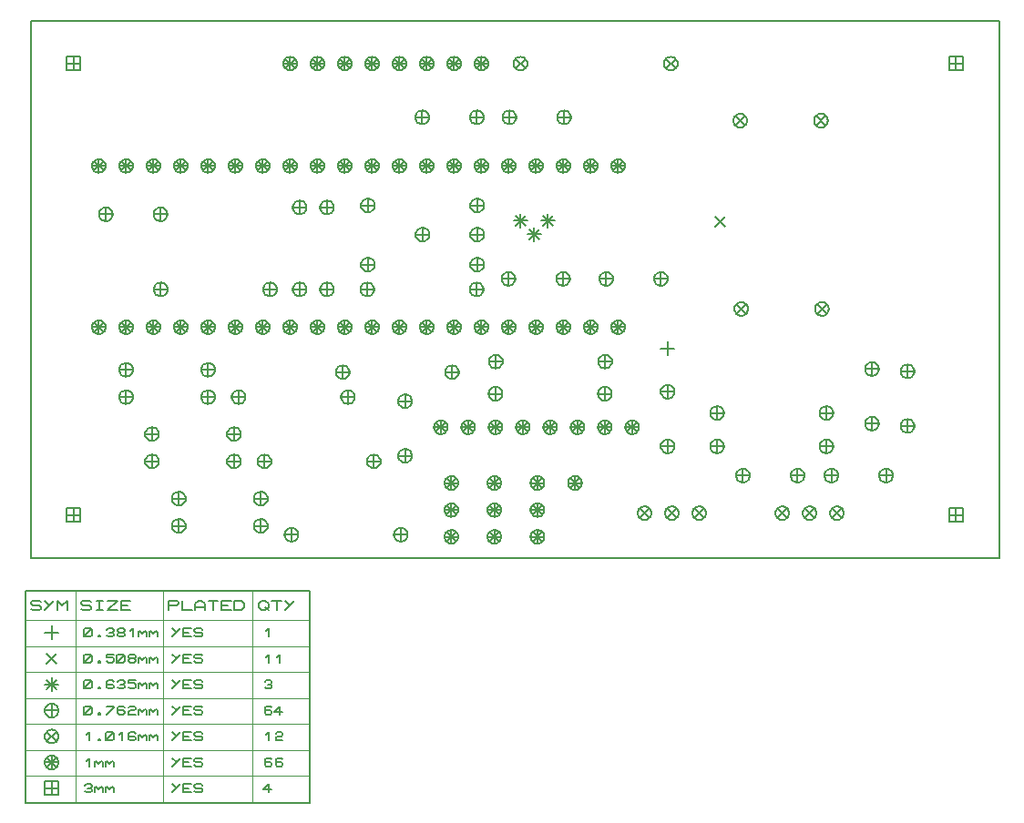
<source format=gbr>
G04 PROTEUS RS274X GERBER FILE*
%FSLAX45Y45*%
%MOMM*%
G01*
%ADD21C,0.203200*%
%ADD42C,0.127000*%
%ADD43C,0.063500*%
%TD.AperFunction*%
D21*
X+6365099Y+3174901D02*
X+6454901Y+3085099D01*
X+6365099Y+3085099D02*
X+6454901Y+3174901D01*
X+3865099Y+244901D02*
X+3954901Y+155099D01*
X+3865099Y+155099D02*
X+3954901Y+244901D01*
X+3865099Y+494901D02*
X+3954901Y+405099D01*
X+3865099Y+405099D02*
X+3954901Y+494901D01*
X+3865099Y+744901D02*
X+3954901Y+655099D01*
X+3865099Y+655099D02*
X+3954901Y+744901D01*
X+4265099Y+244901D02*
X+4354901Y+155099D01*
X+4265099Y+155099D02*
X+4354901Y+244901D01*
X+4265099Y+494901D02*
X+4354901Y+405099D01*
X+4265099Y+405099D02*
X+4354901Y+494901D01*
X+4265099Y+744901D02*
X+4354901Y+655099D01*
X+4265099Y+655099D02*
X+4354901Y+744901D01*
X+4665099Y+744901D02*
X+4754901Y+655099D01*
X+4665099Y+655099D02*
X+4754901Y+744901D01*
X+4665099Y+494901D02*
X+4754901Y+405099D01*
X+4665099Y+405099D02*
X+4754901Y+494901D01*
X+4665099Y+244901D02*
X+4754901Y+155099D01*
X+4665099Y+155099D02*
X+4754901Y+244901D01*
X+5015099Y+744901D02*
X+5104901Y+655099D01*
X+5015099Y+655099D02*
X+5104901Y+744901D01*
X+5920000Y+2013500D02*
X+5920000Y+1886500D01*
X+5856500Y+1950000D02*
X+5983500Y+1950000D01*
X+5523500Y+3650000D02*
X+5523283Y+3655247D01*
X+5521518Y+3665742D01*
X+5517826Y+3676237D01*
X+5511798Y+3686732D01*
X+5502576Y+3697112D01*
X+5492081Y+3704800D01*
X+5481586Y+3709718D01*
X+5471091Y+3712524D01*
X+5460596Y+3713497D01*
X+5460000Y+3713500D01*
X+5396500Y+3650000D02*
X+5396717Y+3655247D01*
X+5398482Y+3665742D01*
X+5402174Y+3676237D01*
X+5408202Y+3686732D01*
X+5417424Y+3697112D01*
X+5427919Y+3704800D01*
X+5438414Y+3709718D01*
X+5448909Y+3712524D01*
X+5459404Y+3713497D01*
X+5460000Y+3713500D01*
X+5396500Y+3650000D02*
X+5396717Y+3644753D01*
X+5398482Y+3634258D01*
X+5402174Y+3623763D01*
X+5408202Y+3613268D01*
X+5417424Y+3602888D01*
X+5427919Y+3595200D01*
X+5438414Y+3590282D01*
X+5448909Y+3587476D01*
X+5459404Y+3586503D01*
X+5460000Y+3586500D01*
X+5523500Y+3650000D02*
X+5523283Y+3644753D01*
X+5521518Y+3634258D01*
X+5517826Y+3623763D01*
X+5511798Y+3613268D01*
X+5502576Y+3602888D01*
X+5492081Y+3595200D01*
X+5481586Y+3590282D01*
X+5471091Y+3587476D01*
X+5460596Y+3586503D01*
X+5460000Y+3586500D01*
X+5460000Y+3713500D02*
X+5460000Y+3586500D01*
X+5396500Y+3650000D02*
X+5523500Y+3650000D01*
X+5523283Y+3655247D01*
X+5521518Y+3665742D01*
X+5517826Y+3676237D01*
X+5511798Y+3686732D01*
X+5502576Y+3697112D01*
X+5492081Y+3704800D01*
X+5481586Y+3709718D01*
X+5471091Y+3712524D01*
X+5460596Y+3713497D01*
X+5460000Y+3713500D01*
X+5396500Y+3650000D02*
X+5396717Y+3655247D01*
X+5398482Y+3665742D01*
X+5402174Y+3676237D01*
X+5408202Y+3686732D01*
X+5417424Y+3697112D01*
X+5427919Y+3704800D01*
X+5438414Y+3709718D01*
X+5448909Y+3712524D01*
X+5459404Y+3713497D01*
X+5460000Y+3713500D01*
X+5396500Y+3650000D02*
X+5396717Y+3644753D01*
X+5398482Y+3634258D01*
X+5402174Y+3623763D01*
X+5408202Y+3613268D01*
X+5417424Y+3602888D01*
X+5427919Y+3595200D01*
X+5438414Y+3590282D01*
X+5448909Y+3587476D01*
X+5459404Y+3586503D01*
X+5460000Y+3586500D01*
X+5523500Y+3650000D02*
X+5523283Y+3644753D01*
X+5521518Y+3634258D01*
X+5517826Y+3623763D01*
X+5511798Y+3613268D01*
X+5502576Y+3602888D01*
X+5492081Y+3595200D01*
X+5481586Y+3590282D01*
X+5471091Y+3587476D01*
X+5460596Y+3586503D01*
X+5460000Y+3586500D01*
X+5415099Y+3694901D02*
X+5504901Y+3605099D01*
X+5415099Y+3605099D02*
X+5504901Y+3694901D01*
X+5269500Y+3650000D02*
X+5269283Y+3655247D01*
X+5267518Y+3665742D01*
X+5263826Y+3676237D01*
X+5257798Y+3686732D01*
X+5248576Y+3697112D01*
X+5238081Y+3704800D01*
X+5227586Y+3709718D01*
X+5217091Y+3712524D01*
X+5206596Y+3713497D01*
X+5206000Y+3713500D01*
X+5142500Y+3650000D02*
X+5142717Y+3655247D01*
X+5144482Y+3665742D01*
X+5148174Y+3676237D01*
X+5154202Y+3686732D01*
X+5163424Y+3697112D01*
X+5173919Y+3704800D01*
X+5184414Y+3709718D01*
X+5194909Y+3712524D01*
X+5205404Y+3713497D01*
X+5206000Y+3713500D01*
X+5142500Y+3650000D02*
X+5142717Y+3644753D01*
X+5144482Y+3634258D01*
X+5148174Y+3623763D01*
X+5154202Y+3613268D01*
X+5163424Y+3602888D01*
X+5173919Y+3595200D01*
X+5184414Y+3590282D01*
X+5194909Y+3587476D01*
X+5205404Y+3586503D01*
X+5206000Y+3586500D01*
X+5269500Y+3650000D02*
X+5269283Y+3644753D01*
X+5267518Y+3634258D01*
X+5263826Y+3623763D01*
X+5257798Y+3613268D01*
X+5248576Y+3602888D01*
X+5238081Y+3595200D01*
X+5227586Y+3590282D01*
X+5217091Y+3587476D01*
X+5206596Y+3586503D01*
X+5206000Y+3586500D01*
X+5206000Y+3713500D02*
X+5206000Y+3586500D01*
X+5142500Y+3650000D02*
X+5269500Y+3650000D01*
X+5269283Y+3655247D01*
X+5267518Y+3665742D01*
X+5263826Y+3676237D01*
X+5257798Y+3686732D01*
X+5248576Y+3697112D01*
X+5238081Y+3704800D01*
X+5227586Y+3709718D01*
X+5217091Y+3712524D01*
X+5206596Y+3713497D01*
X+5206000Y+3713500D01*
X+5142500Y+3650000D02*
X+5142717Y+3655247D01*
X+5144482Y+3665742D01*
X+5148174Y+3676237D01*
X+5154202Y+3686732D01*
X+5163424Y+3697112D01*
X+5173919Y+3704800D01*
X+5184414Y+3709718D01*
X+5194909Y+3712524D01*
X+5205404Y+3713497D01*
X+5206000Y+3713500D01*
X+5142500Y+3650000D02*
X+5142717Y+3644753D01*
X+5144482Y+3634258D01*
X+5148174Y+3623763D01*
X+5154202Y+3613268D01*
X+5163424Y+3602888D01*
X+5173919Y+3595200D01*
X+5184414Y+3590282D01*
X+5194909Y+3587476D01*
X+5205404Y+3586503D01*
X+5206000Y+3586500D01*
X+5269500Y+3650000D02*
X+5269283Y+3644753D01*
X+5267518Y+3634258D01*
X+5263826Y+3623763D01*
X+5257798Y+3613268D01*
X+5248576Y+3602888D01*
X+5238081Y+3595200D01*
X+5227586Y+3590282D01*
X+5217091Y+3587476D01*
X+5206596Y+3586503D01*
X+5206000Y+3586500D01*
X+5161099Y+3694901D02*
X+5250901Y+3605099D01*
X+5161099Y+3605099D02*
X+5250901Y+3694901D01*
X+5015500Y+3650000D02*
X+5015283Y+3655247D01*
X+5013518Y+3665742D01*
X+5009826Y+3676237D01*
X+5003798Y+3686732D01*
X+4994576Y+3697112D01*
X+4984081Y+3704800D01*
X+4973586Y+3709718D01*
X+4963091Y+3712524D01*
X+4952596Y+3713497D01*
X+4952000Y+3713500D01*
X+4888500Y+3650000D02*
X+4888717Y+3655247D01*
X+4890482Y+3665742D01*
X+4894174Y+3676237D01*
X+4900202Y+3686732D01*
X+4909424Y+3697112D01*
X+4919919Y+3704800D01*
X+4930414Y+3709718D01*
X+4940909Y+3712524D01*
X+4951404Y+3713497D01*
X+4952000Y+3713500D01*
X+4888500Y+3650000D02*
X+4888717Y+3644753D01*
X+4890482Y+3634258D01*
X+4894174Y+3623763D01*
X+4900202Y+3613268D01*
X+4909424Y+3602888D01*
X+4919919Y+3595200D01*
X+4930414Y+3590282D01*
X+4940909Y+3587476D01*
X+4951404Y+3586503D01*
X+4952000Y+3586500D01*
X+5015500Y+3650000D02*
X+5015283Y+3644753D01*
X+5013518Y+3634258D01*
X+5009826Y+3623763D01*
X+5003798Y+3613268D01*
X+4994576Y+3602888D01*
X+4984081Y+3595200D01*
X+4973586Y+3590282D01*
X+4963091Y+3587476D01*
X+4952596Y+3586503D01*
X+4952000Y+3586500D01*
X+4952000Y+3713500D02*
X+4952000Y+3586500D01*
X+4888500Y+3650000D02*
X+5015500Y+3650000D01*
X+5015283Y+3655247D01*
X+5013518Y+3665742D01*
X+5009826Y+3676237D01*
X+5003798Y+3686732D01*
X+4994576Y+3697112D01*
X+4984081Y+3704800D01*
X+4973586Y+3709718D01*
X+4963091Y+3712524D01*
X+4952596Y+3713497D01*
X+4952000Y+3713500D01*
X+4888500Y+3650000D02*
X+4888717Y+3655247D01*
X+4890482Y+3665742D01*
X+4894174Y+3676237D01*
X+4900202Y+3686732D01*
X+4909424Y+3697112D01*
X+4919919Y+3704800D01*
X+4930414Y+3709718D01*
X+4940909Y+3712524D01*
X+4951404Y+3713497D01*
X+4952000Y+3713500D01*
X+4888500Y+3650000D02*
X+4888717Y+3644753D01*
X+4890482Y+3634258D01*
X+4894174Y+3623763D01*
X+4900202Y+3613268D01*
X+4909424Y+3602888D01*
X+4919919Y+3595200D01*
X+4930414Y+3590282D01*
X+4940909Y+3587476D01*
X+4951404Y+3586503D01*
X+4952000Y+3586500D01*
X+5015500Y+3650000D02*
X+5015283Y+3644753D01*
X+5013518Y+3634258D01*
X+5009826Y+3623763D01*
X+5003798Y+3613268D01*
X+4994576Y+3602888D01*
X+4984081Y+3595200D01*
X+4973586Y+3590282D01*
X+4963091Y+3587476D01*
X+4952596Y+3586503D01*
X+4952000Y+3586500D01*
X+4907099Y+3694901D02*
X+4996901Y+3605099D01*
X+4907099Y+3605099D02*
X+4996901Y+3694901D01*
X+4761500Y+3650000D02*
X+4761283Y+3655247D01*
X+4759518Y+3665742D01*
X+4755826Y+3676237D01*
X+4749798Y+3686732D01*
X+4740576Y+3697112D01*
X+4730081Y+3704800D01*
X+4719586Y+3709718D01*
X+4709091Y+3712524D01*
X+4698596Y+3713497D01*
X+4698000Y+3713500D01*
X+4634500Y+3650000D02*
X+4634717Y+3655247D01*
X+4636482Y+3665742D01*
X+4640174Y+3676237D01*
X+4646202Y+3686732D01*
X+4655424Y+3697112D01*
X+4665919Y+3704800D01*
X+4676414Y+3709718D01*
X+4686909Y+3712524D01*
X+4697404Y+3713497D01*
X+4698000Y+3713500D01*
X+4634500Y+3650000D02*
X+4634717Y+3644753D01*
X+4636482Y+3634258D01*
X+4640174Y+3623763D01*
X+4646202Y+3613268D01*
X+4655424Y+3602888D01*
X+4665919Y+3595200D01*
X+4676414Y+3590282D01*
X+4686909Y+3587476D01*
X+4697404Y+3586503D01*
X+4698000Y+3586500D01*
X+4761500Y+3650000D02*
X+4761283Y+3644753D01*
X+4759518Y+3634258D01*
X+4755826Y+3623763D01*
X+4749798Y+3613268D01*
X+4740576Y+3602888D01*
X+4730081Y+3595200D01*
X+4719586Y+3590282D01*
X+4709091Y+3587476D01*
X+4698596Y+3586503D01*
X+4698000Y+3586500D01*
X+4698000Y+3713500D02*
X+4698000Y+3586500D01*
X+4634500Y+3650000D02*
X+4761500Y+3650000D01*
X+4761283Y+3655247D01*
X+4759518Y+3665742D01*
X+4755826Y+3676237D01*
X+4749798Y+3686732D01*
X+4740576Y+3697112D01*
X+4730081Y+3704800D01*
X+4719586Y+3709718D01*
X+4709091Y+3712524D01*
X+4698596Y+3713497D01*
X+4698000Y+3713500D01*
X+4634500Y+3650000D02*
X+4634717Y+3655247D01*
X+4636482Y+3665742D01*
X+4640174Y+3676237D01*
X+4646202Y+3686732D01*
X+4655424Y+3697112D01*
X+4665919Y+3704800D01*
X+4676414Y+3709718D01*
X+4686909Y+3712524D01*
X+4697404Y+3713497D01*
X+4698000Y+3713500D01*
X+4634500Y+3650000D02*
X+4634717Y+3644753D01*
X+4636482Y+3634258D01*
X+4640174Y+3623763D01*
X+4646202Y+3613268D01*
X+4655424Y+3602888D01*
X+4665919Y+3595200D01*
X+4676414Y+3590282D01*
X+4686909Y+3587476D01*
X+4697404Y+3586503D01*
X+4698000Y+3586500D01*
X+4761500Y+3650000D02*
X+4761283Y+3644753D01*
X+4759518Y+3634258D01*
X+4755826Y+3623763D01*
X+4749798Y+3613268D01*
X+4740576Y+3602888D01*
X+4730081Y+3595200D01*
X+4719586Y+3590282D01*
X+4709091Y+3587476D01*
X+4698596Y+3586503D01*
X+4698000Y+3586500D01*
X+4653099Y+3694901D02*
X+4742901Y+3605099D01*
X+4653099Y+3605099D02*
X+4742901Y+3694901D01*
X+4507500Y+3650000D02*
X+4507283Y+3655247D01*
X+4505518Y+3665742D01*
X+4501826Y+3676237D01*
X+4495798Y+3686732D01*
X+4486576Y+3697112D01*
X+4476081Y+3704800D01*
X+4465586Y+3709718D01*
X+4455091Y+3712524D01*
X+4444596Y+3713497D01*
X+4444000Y+3713500D01*
X+4380500Y+3650000D02*
X+4380717Y+3655247D01*
X+4382482Y+3665742D01*
X+4386174Y+3676237D01*
X+4392202Y+3686732D01*
X+4401424Y+3697112D01*
X+4411919Y+3704800D01*
X+4422414Y+3709718D01*
X+4432909Y+3712524D01*
X+4443404Y+3713497D01*
X+4444000Y+3713500D01*
X+4380500Y+3650000D02*
X+4380717Y+3644753D01*
X+4382482Y+3634258D01*
X+4386174Y+3623763D01*
X+4392202Y+3613268D01*
X+4401424Y+3602888D01*
X+4411919Y+3595200D01*
X+4422414Y+3590282D01*
X+4432909Y+3587476D01*
X+4443404Y+3586503D01*
X+4444000Y+3586500D01*
X+4507500Y+3650000D02*
X+4507283Y+3644753D01*
X+4505518Y+3634258D01*
X+4501826Y+3623763D01*
X+4495798Y+3613268D01*
X+4486576Y+3602888D01*
X+4476081Y+3595200D01*
X+4465586Y+3590282D01*
X+4455091Y+3587476D01*
X+4444596Y+3586503D01*
X+4444000Y+3586500D01*
X+4444000Y+3713500D02*
X+4444000Y+3586500D01*
X+4380500Y+3650000D02*
X+4507500Y+3650000D01*
X+4507283Y+3655247D01*
X+4505518Y+3665742D01*
X+4501826Y+3676237D01*
X+4495798Y+3686732D01*
X+4486576Y+3697112D01*
X+4476081Y+3704800D01*
X+4465586Y+3709718D01*
X+4455091Y+3712524D01*
X+4444596Y+3713497D01*
X+4444000Y+3713500D01*
X+4380500Y+3650000D02*
X+4380717Y+3655247D01*
X+4382482Y+3665742D01*
X+4386174Y+3676237D01*
X+4392202Y+3686732D01*
X+4401424Y+3697112D01*
X+4411919Y+3704800D01*
X+4422414Y+3709718D01*
X+4432909Y+3712524D01*
X+4443404Y+3713497D01*
X+4444000Y+3713500D01*
X+4380500Y+3650000D02*
X+4380717Y+3644753D01*
X+4382482Y+3634258D01*
X+4386174Y+3623763D01*
X+4392202Y+3613268D01*
X+4401424Y+3602888D01*
X+4411919Y+3595200D01*
X+4422414Y+3590282D01*
X+4432909Y+3587476D01*
X+4443404Y+3586503D01*
X+4444000Y+3586500D01*
X+4507500Y+3650000D02*
X+4507283Y+3644753D01*
X+4505518Y+3634258D01*
X+4501826Y+3623763D01*
X+4495798Y+3613268D01*
X+4486576Y+3602888D01*
X+4476081Y+3595200D01*
X+4465586Y+3590282D01*
X+4455091Y+3587476D01*
X+4444596Y+3586503D01*
X+4444000Y+3586500D01*
X+4399099Y+3694901D02*
X+4488901Y+3605099D01*
X+4399099Y+3605099D02*
X+4488901Y+3694901D01*
X+4253500Y+3650000D02*
X+4253283Y+3655247D01*
X+4251518Y+3665742D01*
X+4247826Y+3676237D01*
X+4241798Y+3686732D01*
X+4232576Y+3697112D01*
X+4222081Y+3704800D01*
X+4211586Y+3709718D01*
X+4201091Y+3712524D01*
X+4190596Y+3713497D01*
X+4190000Y+3713500D01*
X+4126500Y+3650000D02*
X+4126717Y+3655247D01*
X+4128482Y+3665742D01*
X+4132174Y+3676237D01*
X+4138202Y+3686732D01*
X+4147424Y+3697112D01*
X+4157919Y+3704800D01*
X+4168414Y+3709718D01*
X+4178909Y+3712524D01*
X+4189404Y+3713497D01*
X+4190000Y+3713500D01*
X+4126500Y+3650000D02*
X+4126717Y+3644753D01*
X+4128482Y+3634258D01*
X+4132174Y+3623763D01*
X+4138202Y+3613268D01*
X+4147424Y+3602888D01*
X+4157919Y+3595200D01*
X+4168414Y+3590282D01*
X+4178909Y+3587476D01*
X+4189404Y+3586503D01*
X+4190000Y+3586500D01*
X+4253500Y+3650000D02*
X+4253283Y+3644753D01*
X+4251518Y+3634258D01*
X+4247826Y+3623763D01*
X+4241798Y+3613268D01*
X+4232576Y+3602888D01*
X+4222081Y+3595200D01*
X+4211586Y+3590282D01*
X+4201091Y+3587476D01*
X+4190596Y+3586503D01*
X+4190000Y+3586500D01*
X+4190000Y+3713500D02*
X+4190000Y+3586500D01*
X+4126500Y+3650000D02*
X+4253500Y+3650000D01*
X+4253283Y+3655247D01*
X+4251518Y+3665742D01*
X+4247826Y+3676237D01*
X+4241798Y+3686732D01*
X+4232576Y+3697112D01*
X+4222081Y+3704800D01*
X+4211586Y+3709718D01*
X+4201091Y+3712524D01*
X+4190596Y+3713497D01*
X+4190000Y+3713500D01*
X+4126500Y+3650000D02*
X+4126717Y+3655247D01*
X+4128482Y+3665742D01*
X+4132174Y+3676237D01*
X+4138202Y+3686732D01*
X+4147424Y+3697112D01*
X+4157919Y+3704800D01*
X+4168414Y+3709718D01*
X+4178909Y+3712524D01*
X+4189404Y+3713497D01*
X+4190000Y+3713500D01*
X+4126500Y+3650000D02*
X+4126717Y+3644753D01*
X+4128482Y+3634258D01*
X+4132174Y+3623763D01*
X+4138202Y+3613268D01*
X+4147424Y+3602888D01*
X+4157919Y+3595200D01*
X+4168414Y+3590282D01*
X+4178909Y+3587476D01*
X+4189404Y+3586503D01*
X+4190000Y+3586500D01*
X+4253500Y+3650000D02*
X+4253283Y+3644753D01*
X+4251518Y+3634258D01*
X+4247826Y+3623763D01*
X+4241798Y+3613268D01*
X+4232576Y+3602888D01*
X+4222081Y+3595200D01*
X+4211586Y+3590282D01*
X+4201091Y+3587476D01*
X+4190596Y+3586503D01*
X+4190000Y+3586500D01*
X+4145099Y+3694901D02*
X+4234901Y+3605099D01*
X+4145099Y+3605099D02*
X+4234901Y+3694901D01*
X+3999500Y+3650000D02*
X+3999283Y+3655247D01*
X+3997518Y+3665742D01*
X+3993826Y+3676237D01*
X+3987798Y+3686732D01*
X+3978576Y+3697112D01*
X+3968081Y+3704800D01*
X+3957586Y+3709718D01*
X+3947091Y+3712524D01*
X+3936596Y+3713497D01*
X+3936000Y+3713500D01*
X+3872500Y+3650000D02*
X+3872717Y+3655247D01*
X+3874482Y+3665742D01*
X+3878174Y+3676237D01*
X+3884202Y+3686732D01*
X+3893424Y+3697112D01*
X+3903919Y+3704800D01*
X+3914414Y+3709718D01*
X+3924909Y+3712524D01*
X+3935404Y+3713497D01*
X+3936000Y+3713500D01*
X+3872500Y+3650000D02*
X+3872717Y+3644753D01*
X+3874482Y+3634258D01*
X+3878174Y+3623763D01*
X+3884202Y+3613268D01*
X+3893424Y+3602888D01*
X+3903919Y+3595200D01*
X+3914414Y+3590282D01*
X+3924909Y+3587476D01*
X+3935404Y+3586503D01*
X+3936000Y+3586500D01*
X+3999500Y+3650000D02*
X+3999283Y+3644753D01*
X+3997518Y+3634258D01*
X+3993826Y+3623763D01*
X+3987798Y+3613268D01*
X+3978576Y+3602888D01*
X+3968081Y+3595200D01*
X+3957586Y+3590282D01*
X+3947091Y+3587476D01*
X+3936596Y+3586503D01*
X+3936000Y+3586500D01*
X+3936000Y+3713500D02*
X+3936000Y+3586500D01*
X+3872500Y+3650000D02*
X+3999500Y+3650000D01*
X+3999283Y+3655247D01*
X+3997518Y+3665742D01*
X+3993826Y+3676237D01*
X+3987798Y+3686732D01*
X+3978576Y+3697112D01*
X+3968081Y+3704800D01*
X+3957586Y+3709718D01*
X+3947091Y+3712524D01*
X+3936596Y+3713497D01*
X+3936000Y+3713500D01*
X+3872500Y+3650000D02*
X+3872717Y+3655247D01*
X+3874482Y+3665742D01*
X+3878174Y+3676237D01*
X+3884202Y+3686732D01*
X+3893424Y+3697112D01*
X+3903919Y+3704800D01*
X+3914414Y+3709718D01*
X+3924909Y+3712524D01*
X+3935404Y+3713497D01*
X+3936000Y+3713500D01*
X+3872500Y+3650000D02*
X+3872717Y+3644753D01*
X+3874482Y+3634258D01*
X+3878174Y+3623763D01*
X+3884202Y+3613268D01*
X+3893424Y+3602888D01*
X+3903919Y+3595200D01*
X+3914414Y+3590282D01*
X+3924909Y+3587476D01*
X+3935404Y+3586503D01*
X+3936000Y+3586500D01*
X+3999500Y+3650000D02*
X+3999283Y+3644753D01*
X+3997518Y+3634258D01*
X+3993826Y+3623763D01*
X+3987798Y+3613268D01*
X+3978576Y+3602888D01*
X+3968081Y+3595200D01*
X+3957586Y+3590282D01*
X+3947091Y+3587476D01*
X+3936596Y+3586503D01*
X+3936000Y+3586500D01*
X+3891099Y+3694901D02*
X+3980901Y+3605099D01*
X+3891099Y+3605099D02*
X+3980901Y+3694901D01*
X+3745500Y+3650000D02*
X+3745283Y+3655247D01*
X+3743518Y+3665742D01*
X+3739826Y+3676237D01*
X+3733798Y+3686732D01*
X+3724576Y+3697112D01*
X+3714081Y+3704800D01*
X+3703586Y+3709718D01*
X+3693091Y+3712524D01*
X+3682596Y+3713497D01*
X+3682000Y+3713500D01*
X+3618500Y+3650000D02*
X+3618717Y+3655247D01*
X+3620482Y+3665742D01*
X+3624174Y+3676237D01*
X+3630202Y+3686732D01*
X+3639424Y+3697112D01*
X+3649919Y+3704800D01*
X+3660414Y+3709718D01*
X+3670909Y+3712524D01*
X+3681404Y+3713497D01*
X+3682000Y+3713500D01*
X+3618500Y+3650000D02*
X+3618717Y+3644753D01*
X+3620482Y+3634258D01*
X+3624174Y+3623763D01*
X+3630202Y+3613268D01*
X+3639424Y+3602888D01*
X+3649919Y+3595200D01*
X+3660414Y+3590282D01*
X+3670909Y+3587476D01*
X+3681404Y+3586503D01*
X+3682000Y+3586500D01*
X+3745500Y+3650000D02*
X+3745283Y+3644753D01*
X+3743518Y+3634258D01*
X+3739826Y+3623763D01*
X+3733798Y+3613268D01*
X+3724576Y+3602888D01*
X+3714081Y+3595200D01*
X+3703586Y+3590282D01*
X+3693091Y+3587476D01*
X+3682596Y+3586503D01*
X+3682000Y+3586500D01*
X+3682000Y+3713500D02*
X+3682000Y+3586500D01*
X+3618500Y+3650000D02*
X+3745500Y+3650000D01*
X+3745283Y+3655247D01*
X+3743518Y+3665742D01*
X+3739826Y+3676237D01*
X+3733798Y+3686732D01*
X+3724576Y+3697112D01*
X+3714081Y+3704800D01*
X+3703586Y+3709718D01*
X+3693091Y+3712524D01*
X+3682596Y+3713497D01*
X+3682000Y+3713500D01*
X+3618500Y+3650000D02*
X+3618717Y+3655247D01*
X+3620482Y+3665742D01*
X+3624174Y+3676237D01*
X+3630202Y+3686732D01*
X+3639424Y+3697112D01*
X+3649919Y+3704800D01*
X+3660414Y+3709718D01*
X+3670909Y+3712524D01*
X+3681404Y+3713497D01*
X+3682000Y+3713500D01*
X+3618500Y+3650000D02*
X+3618717Y+3644753D01*
X+3620482Y+3634258D01*
X+3624174Y+3623763D01*
X+3630202Y+3613268D01*
X+3639424Y+3602888D01*
X+3649919Y+3595200D01*
X+3660414Y+3590282D01*
X+3670909Y+3587476D01*
X+3681404Y+3586503D01*
X+3682000Y+3586500D01*
X+3745500Y+3650000D02*
X+3745283Y+3644753D01*
X+3743518Y+3634258D01*
X+3739826Y+3623763D01*
X+3733798Y+3613268D01*
X+3724576Y+3602888D01*
X+3714081Y+3595200D01*
X+3703586Y+3590282D01*
X+3693091Y+3587476D01*
X+3682596Y+3586503D01*
X+3682000Y+3586500D01*
X+3637099Y+3694901D02*
X+3726901Y+3605099D01*
X+3637099Y+3605099D02*
X+3726901Y+3694901D01*
X+3491500Y+3650000D02*
X+3491283Y+3655247D01*
X+3489518Y+3665742D01*
X+3485826Y+3676237D01*
X+3479798Y+3686732D01*
X+3470576Y+3697112D01*
X+3460081Y+3704800D01*
X+3449586Y+3709718D01*
X+3439091Y+3712524D01*
X+3428596Y+3713497D01*
X+3428000Y+3713500D01*
X+3364500Y+3650000D02*
X+3364717Y+3655247D01*
X+3366482Y+3665742D01*
X+3370174Y+3676237D01*
X+3376202Y+3686732D01*
X+3385424Y+3697112D01*
X+3395919Y+3704800D01*
X+3406414Y+3709718D01*
X+3416909Y+3712524D01*
X+3427404Y+3713497D01*
X+3428000Y+3713500D01*
X+3364500Y+3650000D02*
X+3364717Y+3644753D01*
X+3366482Y+3634258D01*
X+3370174Y+3623763D01*
X+3376202Y+3613268D01*
X+3385424Y+3602888D01*
X+3395919Y+3595200D01*
X+3406414Y+3590282D01*
X+3416909Y+3587476D01*
X+3427404Y+3586503D01*
X+3428000Y+3586500D01*
X+3491500Y+3650000D02*
X+3491283Y+3644753D01*
X+3489518Y+3634258D01*
X+3485826Y+3623763D01*
X+3479798Y+3613268D01*
X+3470576Y+3602888D01*
X+3460081Y+3595200D01*
X+3449586Y+3590282D01*
X+3439091Y+3587476D01*
X+3428596Y+3586503D01*
X+3428000Y+3586500D01*
X+3428000Y+3713500D02*
X+3428000Y+3586500D01*
X+3364500Y+3650000D02*
X+3491500Y+3650000D01*
X+3491283Y+3655247D01*
X+3489518Y+3665742D01*
X+3485826Y+3676237D01*
X+3479798Y+3686732D01*
X+3470576Y+3697112D01*
X+3460081Y+3704800D01*
X+3449586Y+3709718D01*
X+3439091Y+3712524D01*
X+3428596Y+3713497D01*
X+3428000Y+3713500D01*
X+3364500Y+3650000D02*
X+3364717Y+3655247D01*
X+3366482Y+3665742D01*
X+3370174Y+3676237D01*
X+3376202Y+3686732D01*
X+3385424Y+3697112D01*
X+3395919Y+3704800D01*
X+3406414Y+3709718D01*
X+3416909Y+3712524D01*
X+3427404Y+3713497D01*
X+3428000Y+3713500D01*
X+3364500Y+3650000D02*
X+3364717Y+3644753D01*
X+3366482Y+3634258D01*
X+3370174Y+3623763D01*
X+3376202Y+3613268D01*
X+3385424Y+3602888D01*
X+3395919Y+3595200D01*
X+3406414Y+3590282D01*
X+3416909Y+3587476D01*
X+3427404Y+3586503D01*
X+3428000Y+3586500D01*
X+3491500Y+3650000D02*
X+3491283Y+3644753D01*
X+3489518Y+3634258D01*
X+3485826Y+3623763D01*
X+3479798Y+3613268D01*
X+3470576Y+3602888D01*
X+3460081Y+3595200D01*
X+3449586Y+3590282D01*
X+3439091Y+3587476D01*
X+3428596Y+3586503D01*
X+3428000Y+3586500D01*
X+3383099Y+3694901D02*
X+3472901Y+3605099D01*
X+3383099Y+3605099D02*
X+3472901Y+3694901D01*
X+3237500Y+3650000D02*
X+3237283Y+3655247D01*
X+3235518Y+3665742D01*
X+3231826Y+3676237D01*
X+3225798Y+3686732D01*
X+3216576Y+3697112D01*
X+3206081Y+3704800D01*
X+3195586Y+3709718D01*
X+3185091Y+3712524D01*
X+3174596Y+3713497D01*
X+3174000Y+3713500D01*
X+3110500Y+3650000D02*
X+3110717Y+3655247D01*
X+3112482Y+3665742D01*
X+3116174Y+3676237D01*
X+3122202Y+3686732D01*
X+3131424Y+3697112D01*
X+3141919Y+3704800D01*
X+3152414Y+3709718D01*
X+3162909Y+3712524D01*
X+3173404Y+3713497D01*
X+3174000Y+3713500D01*
X+3110500Y+3650000D02*
X+3110717Y+3644753D01*
X+3112482Y+3634258D01*
X+3116174Y+3623763D01*
X+3122202Y+3613268D01*
X+3131424Y+3602888D01*
X+3141919Y+3595200D01*
X+3152414Y+3590282D01*
X+3162909Y+3587476D01*
X+3173404Y+3586503D01*
X+3174000Y+3586500D01*
X+3237500Y+3650000D02*
X+3237283Y+3644753D01*
X+3235518Y+3634258D01*
X+3231826Y+3623763D01*
X+3225798Y+3613268D01*
X+3216576Y+3602888D01*
X+3206081Y+3595200D01*
X+3195586Y+3590282D01*
X+3185091Y+3587476D01*
X+3174596Y+3586503D01*
X+3174000Y+3586500D01*
X+3174000Y+3713500D02*
X+3174000Y+3586500D01*
X+3110500Y+3650000D02*
X+3237500Y+3650000D01*
X+3237283Y+3655247D01*
X+3235518Y+3665742D01*
X+3231826Y+3676237D01*
X+3225798Y+3686732D01*
X+3216576Y+3697112D01*
X+3206081Y+3704800D01*
X+3195586Y+3709718D01*
X+3185091Y+3712524D01*
X+3174596Y+3713497D01*
X+3174000Y+3713500D01*
X+3110500Y+3650000D02*
X+3110717Y+3655247D01*
X+3112482Y+3665742D01*
X+3116174Y+3676237D01*
X+3122202Y+3686732D01*
X+3131424Y+3697112D01*
X+3141919Y+3704800D01*
X+3152414Y+3709718D01*
X+3162909Y+3712524D01*
X+3173404Y+3713497D01*
X+3174000Y+3713500D01*
X+3110500Y+3650000D02*
X+3110717Y+3644753D01*
X+3112482Y+3634258D01*
X+3116174Y+3623763D01*
X+3122202Y+3613268D01*
X+3131424Y+3602888D01*
X+3141919Y+3595200D01*
X+3152414Y+3590282D01*
X+3162909Y+3587476D01*
X+3173404Y+3586503D01*
X+3174000Y+3586500D01*
X+3237500Y+3650000D02*
X+3237283Y+3644753D01*
X+3235518Y+3634258D01*
X+3231826Y+3623763D01*
X+3225798Y+3613268D01*
X+3216576Y+3602888D01*
X+3206081Y+3595200D01*
X+3195586Y+3590282D01*
X+3185091Y+3587476D01*
X+3174596Y+3586503D01*
X+3174000Y+3586500D01*
X+3129099Y+3694901D02*
X+3218901Y+3605099D01*
X+3129099Y+3605099D02*
X+3218901Y+3694901D01*
X+2983500Y+3650000D02*
X+2983283Y+3655247D01*
X+2981518Y+3665742D01*
X+2977826Y+3676237D01*
X+2971798Y+3686732D01*
X+2962576Y+3697112D01*
X+2952081Y+3704800D01*
X+2941586Y+3709718D01*
X+2931091Y+3712524D01*
X+2920596Y+3713497D01*
X+2920000Y+3713500D01*
X+2856500Y+3650000D02*
X+2856717Y+3655247D01*
X+2858482Y+3665742D01*
X+2862174Y+3676237D01*
X+2868202Y+3686732D01*
X+2877424Y+3697112D01*
X+2887919Y+3704800D01*
X+2898414Y+3709718D01*
X+2908909Y+3712524D01*
X+2919404Y+3713497D01*
X+2920000Y+3713500D01*
X+2856500Y+3650000D02*
X+2856717Y+3644753D01*
X+2858482Y+3634258D01*
X+2862174Y+3623763D01*
X+2868202Y+3613268D01*
X+2877424Y+3602888D01*
X+2887919Y+3595200D01*
X+2898414Y+3590282D01*
X+2908909Y+3587476D01*
X+2919404Y+3586503D01*
X+2920000Y+3586500D01*
X+2983500Y+3650000D02*
X+2983283Y+3644753D01*
X+2981518Y+3634258D01*
X+2977826Y+3623763D01*
X+2971798Y+3613268D01*
X+2962576Y+3602888D01*
X+2952081Y+3595200D01*
X+2941586Y+3590282D01*
X+2931091Y+3587476D01*
X+2920596Y+3586503D01*
X+2920000Y+3586500D01*
X+2920000Y+3713500D02*
X+2920000Y+3586500D01*
X+2856500Y+3650000D02*
X+2983500Y+3650000D01*
X+2983283Y+3655247D01*
X+2981518Y+3665742D01*
X+2977826Y+3676237D01*
X+2971798Y+3686732D01*
X+2962576Y+3697112D01*
X+2952081Y+3704800D01*
X+2941586Y+3709718D01*
X+2931091Y+3712524D01*
X+2920596Y+3713497D01*
X+2920000Y+3713500D01*
X+2856500Y+3650000D02*
X+2856717Y+3655247D01*
X+2858482Y+3665742D01*
X+2862174Y+3676237D01*
X+2868202Y+3686732D01*
X+2877424Y+3697112D01*
X+2887919Y+3704800D01*
X+2898414Y+3709718D01*
X+2908909Y+3712524D01*
X+2919404Y+3713497D01*
X+2920000Y+3713500D01*
X+2856500Y+3650000D02*
X+2856717Y+3644753D01*
X+2858482Y+3634258D01*
X+2862174Y+3623763D01*
X+2868202Y+3613268D01*
X+2877424Y+3602888D01*
X+2887919Y+3595200D01*
X+2898414Y+3590282D01*
X+2908909Y+3587476D01*
X+2919404Y+3586503D01*
X+2920000Y+3586500D01*
X+2983500Y+3650000D02*
X+2983283Y+3644753D01*
X+2981518Y+3634258D01*
X+2977826Y+3623763D01*
X+2971798Y+3613268D01*
X+2962576Y+3602888D01*
X+2952081Y+3595200D01*
X+2941586Y+3590282D01*
X+2931091Y+3587476D01*
X+2920596Y+3586503D01*
X+2920000Y+3586500D01*
X+2875099Y+3694901D02*
X+2964901Y+3605099D01*
X+2875099Y+3605099D02*
X+2964901Y+3694901D01*
X+2729500Y+3650000D02*
X+2729283Y+3655247D01*
X+2727518Y+3665742D01*
X+2723826Y+3676237D01*
X+2717798Y+3686732D01*
X+2708576Y+3697112D01*
X+2698081Y+3704800D01*
X+2687586Y+3709718D01*
X+2677091Y+3712524D01*
X+2666596Y+3713497D01*
X+2666000Y+3713500D01*
X+2602500Y+3650000D02*
X+2602717Y+3655247D01*
X+2604482Y+3665742D01*
X+2608174Y+3676237D01*
X+2614202Y+3686732D01*
X+2623424Y+3697112D01*
X+2633919Y+3704800D01*
X+2644414Y+3709718D01*
X+2654909Y+3712524D01*
X+2665404Y+3713497D01*
X+2666000Y+3713500D01*
X+2602500Y+3650000D02*
X+2602717Y+3644753D01*
X+2604482Y+3634258D01*
X+2608174Y+3623763D01*
X+2614202Y+3613268D01*
X+2623424Y+3602888D01*
X+2633919Y+3595200D01*
X+2644414Y+3590282D01*
X+2654909Y+3587476D01*
X+2665404Y+3586503D01*
X+2666000Y+3586500D01*
X+2729500Y+3650000D02*
X+2729283Y+3644753D01*
X+2727518Y+3634258D01*
X+2723826Y+3623763D01*
X+2717798Y+3613268D01*
X+2708576Y+3602888D01*
X+2698081Y+3595200D01*
X+2687586Y+3590282D01*
X+2677091Y+3587476D01*
X+2666596Y+3586503D01*
X+2666000Y+3586500D01*
X+2666000Y+3713500D02*
X+2666000Y+3586500D01*
X+2602500Y+3650000D02*
X+2729500Y+3650000D01*
X+2729283Y+3655247D01*
X+2727518Y+3665742D01*
X+2723826Y+3676237D01*
X+2717798Y+3686732D01*
X+2708576Y+3697112D01*
X+2698081Y+3704800D01*
X+2687586Y+3709718D01*
X+2677091Y+3712524D01*
X+2666596Y+3713497D01*
X+2666000Y+3713500D01*
X+2602500Y+3650000D02*
X+2602717Y+3655247D01*
X+2604482Y+3665742D01*
X+2608174Y+3676237D01*
X+2614202Y+3686732D01*
X+2623424Y+3697112D01*
X+2633919Y+3704800D01*
X+2644414Y+3709718D01*
X+2654909Y+3712524D01*
X+2665404Y+3713497D01*
X+2666000Y+3713500D01*
X+2602500Y+3650000D02*
X+2602717Y+3644753D01*
X+2604482Y+3634258D01*
X+2608174Y+3623763D01*
X+2614202Y+3613268D01*
X+2623424Y+3602888D01*
X+2633919Y+3595200D01*
X+2644414Y+3590282D01*
X+2654909Y+3587476D01*
X+2665404Y+3586503D01*
X+2666000Y+3586500D01*
X+2729500Y+3650000D02*
X+2729283Y+3644753D01*
X+2727518Y+3634258D01*
X+2723826Y+3623763D01*
X+2717798Y+3613268D01*
X+2708576Y+3602888D01*
X+2698081Y+3595200D01*
X+2687586Y+3590282D01*
X+2677091Y+3587476D01*
X+2666596Y+3586503D01*
X+2666000Y+3586500D01*
X+2621099Y+3694901D02*
X+2710901Y+3605099D01*
X+2621099Y+3605099D02*
X+2710901Y+3694901D01*
X+2475500Y+3650000D02*
X+2475283Y+3655247D01*
X+2473518Y+3665742D01*
X+2469826Y+3676237D01*
X+2463798Y+3686732D01*
X+2454576Y+3697112D01*
X+2444081Y+3704800D01*
X+2433586Y+3709718D01*
X+2423091Y+3712524D01*
X+2412596Y+3713497D01*
X+2412000Y+3713500D01*
X+2348500Y+3650000D02*
X+2348717Y+3655247D01*
X+2350482Y+3665742D01*
X+2354174Y+3676237D01*
X+2360202Y+3686732D01*
X+2369424Y+3697112D01*
X+2379919Y+3704800D01*
X+2390414Y+3709718D01*
X+2400909Y+3712524D01*
X+2411404Y+3713497D01*
X+2412000Y+3713500D01*
X+2348500Y+3650000D02*
X+2348717Y+3644753D01*
X+2350482Y+3634258D01*
X+2354174Y+3623763D01*
X+2360202Y+3613268D01*
X+2369424Y+3602888D01*
X+2379919Y+3595200D01*
X+2390414Y+3590282D01*
X+2400909Y+3587476D01*
X+2411404Y+3586503D01*
X+2412000Y+3586500D01*
X+2475500Y+3650000D02*
X+2475283Y+3644753D01*
X+2473518Y+3634258D01*
X+2469826Y+3623763D01*
X+2463798Y+3613268D01*
X+2454576Y+3602888D01*
X+2444081Y+3595200D01*
X+2433586Y+3590282D01*
X+2423091Y+3587476D01*
X+2412596Y+3586503D01*
X+2412000Y+3586500D01*
X+2412000Y+3713500D02*
X+2412000Y+3586500D01*
X+2348500Y+3650000D02*
X+2475500Y+3650000D01*
X+2475283Y+3655247D01*
X+2473518Y+3665742D01*
X+2469826Y+3676237D01*
X+2463798Y+3686732D01*
X+2454576Y+3697112D01*
X+2444081Y+3704800D01*
X+2433586Y+3709718D01*
X+2423091Y+3712524D01*
X+2412596Y+3713497D01*
X+2412000Y+3713500D01*
X+2348500Y+3650000D02*
X+2348717Y+3655247D01*
X+2350482Y+3665742D01*
X+2354174Y+3676237D01*
X+2360202Y+3686732D01*
X+2369424Y+3697112D01*
X+2379919Y+3704800D01*
X+2390414Y+3709718D01*
X+2400909Y+3712524D01*
X+2411404Y+3713497D01*
X+2412000Y+3713500D01*
X+2348500Y+3650000D02*
X+2348717Y+3644753D01*
X+2350482Y+3634258D01*
X+2354174Y+3623763D01*
X+2360202Y+3613268D01*
X+2369424Y+3602888D01*
X+2379919Y+3595200D01*
X+2390414Y+3590282D01*
X+2400909Y+3587476D01*
X+2411404Y+3586503D01*
X+2412000Y+3586500D01*
X+2475500Y+3650000D02*
X+2475283Y+3644753D01*
X+2473518Y+3634258D01*
X+2469826Y+3623763D01*
X+2463798Y+3613268D01*
X+2454576Y+3602888D01*
X+2444081Y+3595200D01*
X+2433586Y+3590282D01*
X+2423091Y+3587476D01*
X+2412596Y+3586503D01*
X+2412000Y+3586500D01*
X+2367099Y+3694901D02*
X+2456901Y+3605099D01*
X+2367099Y+3605099D02*
X+2456901Y+3694901D01*
X+2221500Y+3650000D02*
X+2221283Y+3655247D01*
X+2219518Y+3665742D01*
X+2215826Y+3676237D01*
X+2209798Y+3686732D01*
X+2200576Y+3697112D01*
X+2190081Y+3704800D01*
X+2179586Y+3709718D01*
X+2169091Y+3712524D01*
X+2158596Y+3713497D01*
X+2158000Y+3713500D01*
X+2094500Y+3650000D02*
X+2094717Y+3655247D01*
X+2096482Y+3665742D01*
X+2100174Y+3676237D01*
X+2106202Y+3686732D01*
X+2115424Y+3697112D01*
X+2125919Y+3704800D01*
X+2136414Y+3709718D01*
X+2146909Y+3712524D01*
X+2157404Y+3713497D01*
X+2158000Y+3713500D01*
X+2094500Y+3650000D02*
X+2094717Y+3644753D01*
X+2096482Y+3634258D01*
X+2100174Y+3623763D01*
X+2106202Y+3613268D01*
X+2115424Y+3602888D01*
X+2125919Y+3595200D01*
X+2136414Y+3590282D01*
X+2146909Y+3587476D01*
X+2157404Y+3586503D01*
X+2158000Y+3586500D01*
X+2221500Y+3650000D02*
X+2221283Y+3644753D01*
X+2219518Y+3634258D01*
X+2215826Y+3623763D01*
X+2209798Y+3613268D01*
X+2200576Y+3602888D01*
X+2190081Y+3595200D01*
X+2179586Y+3590282D01*
X+2169091Y+3587476D01*
X+2158596Y+3586503D01*
X+2158000Y+3586500D01*
X+2158000Y+3713500D02*
X+2158000Y+3586500D01*
X+2094500Y+3650000D02*
X+2221500Y+3650000D01*
X+2221283Y+3655247D01*
X+2219518Y+3665742D01*
X+2215826Y+3676237D01*
X+2209798Y+3686732D01*
X+2200576Y+3697112D01*
X+2190081Y+3704800D01*
X+2179586Y+3709718D01*
X+2169091Y+3712524D01*
X+2158596Y+3713497D01*
X+2158000Y+3713500D01*
X+2094500Y+3650000D02*
X+2094717Y+3655247D01*
X+2096482Y+3665742D01*
X+2100174Y+3676237D01*
X+2106202Y+3686732D01*
X+2115424Y+3697112D01*
X+2125919Y+3704800D01*
X+2136414Y+3709718D01*
X+2146909Y+3712524D01*
X+2157404Y+3713497D01*
X+2158000Y+3713500D01*
X+2094500Y+3650000D02*
X+2094717Y+3644753D01*
X+2096482Y+3634258D01*
X+2100174Y+3623763D01*
X+2106202Y+3613268D01*
X+2115424Y+3602888D01*
X+2125919Y+3595200D01*
X+2136414Y+3590282D01*
X+2146909Y+3587476D01*
X+2157404Y+3586503D01*
X+2158000Y+3586500D01*
X+2221500Y+3650000D02*
X+2221283Y+3644753D01*
X+2219518Y+3634258D01*
X+2215826Y+3623763D01*
X+2209798Y+3613268D01*
X+2200576Y+3602888D01*
X+2190081Y+3595200D01*
X+2179586Y+3590282D01*
X+2169091Y+3587476D01*
X+2158596Y+3586503D01*
X+2158000Y+3586500D01*
X+2113099Y+3694901D02*
X+2202901Y+3605099D01*
X+2113099Y+3605099D02*
X+2202901Y+3694901D01*
X+1967500Y+3650000D02*
X+1967283Y+3655247D01*
X+1965518Y+3665742D01*
X+1961826Y+3676237D01*
X+1955798Y+3686732D01*
X+1946576Y+3697112D01*
X+1936081Y+3704800D01*
X+1925586Y+3709718D01*
X+1915091Y+3712524D01*
X+1904596Y+3713497D01*
X+1904000Y+3713500D01*
X+1840500Y+3650000D02*
X+1840717Y+3655247D01*
X+1842482Y+3665742D01*
X+1846174Y+3676237D01*
X+1852202Y+3686732D01*
X+1861424Y+3697112D01*
X+1871919Y+3704800D01*
X+1882414Y+3709718D01*
X+1892909Y+3712524D01*
X+1903404Y+3713497D01*
X+1904000Y+3713500D01*
X+1840500Y+3650000D02*
X+1840717Y+3644753D01*
X+1842482Y+3634258D01*
X+1846174Y+3623763D01*
X+1852202Y+3613268D01*
X+1861424Y+3602888D01*
X+1871919Y+3595200D01*
X+1882414Y+3590282D01*
X+1892909Y+3587476D01*
X+1903404Y+3586503D01*
X+1904000Y+3586500D01*
X+1967500Y+3650000D02*
X+1967283Y+3644753D01*
X+1965518Y+3634258D01*
X+1961826Y+3623763D01*
X+1955798Y+3613268D01*
X+1946576Y+3602888D01*
X+1936081Y+3595200D01*
X+1925586Y+3590282D01*
X+1915091Y+3587476D01*
X+1904596Y+3586503D01*
X+1904000Y+3586500D01*
X+1904000Y+3713500D02*
X+1904000Y+3586500D01*
X+1840500Y+3650000D02*
X+1967500Y+3650000D01*
X+1967283Y+3655247D01*
X+1965518Y+3665742D01*
X+1961826Y+3676237D01*
X+1955798Y+3686732D01*
X+1946576Y+3697112D01*
X+1936081Y+3704800D01*
X+1925586Y+3709718D01*
X+1915091Y+3712524D01*
X+1904596Y+3713497D01*
X+1904000Y+3713500D01*
X+1840500Y+3650000D02*
X+1840717Y+3655247D01*
X+1842482Y+3665742D01*
X+1846174Y+3676237D01*
X+1852202Y+3686732D01*
X+1861424Y+3697112D01*
X+1871919Y+3704800D01*
X+1882414Y+3709718D01*
X+1892909Y+3712524D01*
X+1903404Y+3713497D01*
X+1904000Y+3713500D01*
X+1840500Y+3650000D02*
X+1840717Y+3644753D01*
X+1842482Y+3634258D01*
X+1846174Y+3623763D01*
X+1852202Y+3613268D01*
X+1861424Y+3602888D01*
X+1871919Y+3595200D01*
X+1882414Y+3590282D01*
X+1892909Y+3587476D01*
X+1903404Y+3586503D01*
X+1904000Y+3586500D01*
X+1967500Y+3650000D02*
X+1967283Y+3644753D01*
X+1965518Y+3634258D01*
X+1961826Y+3623763D01*
X+1955798Y+3613268D01*
X+1946576Y+3602888D01*
X+1936081Y+3595200D01*
X+1925586Y+3590282D01*
X+1915091Y+3587476D01*
X+1904596Y+3586503D01*
X+1904000Y+3586500D01*
X+1859099Y+3694901D02*
X+1948901Y+3605099D01*
X+1859099Y+3605099D02*
X+1948901Y+3694901D01*
X+1713500Y+3650000D02*
X+1713283Y+3655247D01*
X+1711518Y+3665742D01*
X+1707826Y+3676237D01*
X+1701798Y+3686732D01*
X+1692576Y+3697112D01*
X+1682081Y+3704800D01*
X+1671586Y+3709718D01*
X+1661091Y+3712524D01*
X+1650596Y+3713497D01*
X+1650000Y+3713500D01*
X+1586500Y+3650000D02*
X+1586717Y+3655247D01*
X+1588482Y+3665742D01*
X+1592174Y+3676237D01*
X+1598202Y+3686732D01*
X+1607424Y+3697112D01*
X+1617919Y+3704800D01*
X+1628414Y+3709718D01*
X+1638909Y+3712524D01*
X+1649404Y+3713497D01*
X+1650000Y+3713500D01*
X+1586500Y+3650000D02*
X+1586717Y+3644753D01*
X+1588482Y+3634258D01*
X+1592174Y+3623763D01*
X+1598202Y+3613268D01*
X+1607424Y+3602888D01*
X+1617919Y+3595200D01*
X+1628414Y+3590282D01*
X+1638909Y+3587476D01*
X+1649404Y+3586503D01*
X+1650000Y+3586500D01*
X+1713500Y+3650000D02*
X+1713283Y+3644753D01*
X+1711518Y+3634258D01*
X+1707826Y+3623763D01*
X+1701798Y+3613268D01*
X+1692576Y+3602888D01*
X+1682081Y+3595200D01*
X+1671586Y+3590282D01*
X+1661091Y+3587476D01*
X+1650596Y+3586503D01*
X+1650000Y+3586500D01*
X+1650000Y+3713500D02*
X+1650000Y+3586500D01*
X+1586500Y+3650000D02*
X+1713500Y+3650000D01*
X+1713283Y+3655247D01*
X+1711518Y+3665742D01*
X+1707826Y+3676237D01*
X+1701798Y+3686732D01*
X+1692576Y+3697112D01*
X+1682081Y+3704800D01*
X+1671586Y+3709718D01*
X+1661091Y+3712524D01*
X+1650596Y+3713497D01*
X+1650000Y+3713500D01*
X+1586500Y+3650000D02*
X+1586717Y+3655247D01*
X+1588482Y+3665742D01*
X+1592174Y+3676237D01*
X+1598202Y+3686732D01*
X+1607424Y+3697112D01*
X+1617919Y+3704800D01*
X+1628414Y+3709718D01*
X+1638909Y+3712524D01*
X+1649404Y+3713497D01*
X+1650000Y+3713500D01*
X+1586500Y+3650000D02*
X+1586717Y+3644753D01*
X+1588482Y+3634258D01*
X+1592174Y+3623763D01*
X+1598202Y+3613268D01*
X+1607424Y+3602888D01*
X+1617919Y+3595200D01*
X+1628414Y+3590282D01*
X+1638909Y+3587476D01*
X+1649404Y+3586503D01*
X+1650000Y+3586500D01*
X+1713500Y+3650000D02*
X+1713283Y+3644753D01*
X+1711518Y+3634258D01*
X+1707826Y+3623763D01*
X+1701798Y+3613268D01*
X+1692576Y+3602888D01*
X+1682081Y+3595200D01*
X+1671586Y+3590282D01*
X+1661091Y+3587476D01*
X+1650596Y+3586503D01*
X+1650000Y+3586500D01*
X+1605099Y+3694901D02*
X+1694901Y+3605099D01*
X+1605099Y+3605099D02*
X+1694901Y+3694901D01*
X+1459500Y+3650000D02*
X+1459283Y+3655247D01*
X+1457518Y+3665742D01*
X+1453826Y+3676237D01*
X+1447798Y+3686732D01*
X+1438576Y+3697112D01*
X+1428081Y+3704800D01*
X+1417586Y+3709718D01*
X+1407091Y+3712524D01*
X+1396596Y+3713497D01*
X+1396000Y+3713500D01*
X+1332500Y+3650000D02*
X+1332717Y+3655247D01*
X+1334482Y+3665742D01*
X+1338174Y+3676237D01*
X+1344202Y+3686732D01*
X+1353424Y+3697112D01*
X+1363919Y+3704800D01*
X+1374414Y+3709718D01*
X+1384909Y+3712524D01*
X+1395404Y+3713497D01*
X+1396000Y+3713500D01*
X+1332500Y+3650000D02*
X+1332717Y+3644753D01*
X+1334482Y+3634258D01*
X+1338174Y+3623763D01*
X+1344202Y+3613268D01*
X+1353424Y+3602888D01*
X+1363919Y+3595200D01*
X+1374414Y+3590282D01*
X+1384909Y+3587476D01*
X+1395404Y+3586503D01*
X+1396000Y+3586500D01*
X+1459500Y+3650000D02*
X+1459283Y+3644753D01*
X+1457518Y+3634258D01*
X+1453826Y+3623763D01*
X+1447798Y+3613268D01*
X+1438576Y+3602888D01*
X+1428081Y+3595200D01*
X+1417586Y+3590282D01*
X+1407091Y+3587476D01*
X+1396596Y+3586503D01*
X+1396000Y+3586500D01*
X+1396000Y+3713500D02*
X+1396000Y+3586500D01*
X+1332500Y+3650000D02*
X+1459500Y+3650000D01*
X+1459283Y+3655247D01*
X+1457518Y+3665742D01*
X+1453826Y+3676237D01*
X+1447798Y+3686732D01*
X+1438576Y+3697112D01*
X+1428081Y+3704800D01*
X+1417586Y+3709718D01*
X+1407091Y+3712524D01*
X+1396596Y+3713497D01*
X+1396000Y+3713500D01*
X+1332500Y+3650000D02*
X+1332717Y+3655247D01*
X+1334482Y+3665742D01*
X+1338174Y+3676237D01*
X+1344202Y+3686732D01*
X+1353424Y+3697112D01*
X+1363919Y+3704800D01*
X+1374414Y+3709718D01*
X+1384909Y+3712524D01*
X+1395404Y+3713497D01*
X+1396000Y+3713500D01*
X+1332500Y+3650000D02*
X+1332717Y+3644753D01*
X+1334482Y+3634258D01*
X+1338174Y+3623763D01*
X+1344202Y+3613268D01*
X+1353424Y+3602888D01*
X+1363919Y+3595200D01*
X+1374414Y+3590282D01*
X+1384909Y+3587476D01*
X+1395404Y+3586503D01*
X+1396000Y+3586500D01*
X+1459500Y+3650000D02*
X+1459283Y+3644753D01*
X+1457518Y+3634258D01*
X+1453826Y+3623763D01*
X+1447798Y+3613268D01*
X+1438576Y+3602888D01*
X+1428081Y+3595200D01*
X+1417586Y+3590282D01*
X+1407091Y+3587476D01*
X+1396596Y+3586503D01*
X+1396000Y+3586500D01*
X+1351099Y+3694901D02*
X+1440901Y+3605099D01*
X+1351099Y+3605099D02*
X+1440901Y+3694901D01*
X+1205500Y+3650000D02*
X+1205283Y+3655247D01*
X+1203518Y+3665742D01*
X+1199826Y+3676237D01*
X+1193798Y+3686732D01*
X+1184576Y+3697112D01*
X+1174081Y+3704800D01*
X+1163586Y+3709718D01*
X+1153091Y+3712524D01*
X+1142596Y+3713497D01*
X+1142000Y+3713500D01*
X+1078500Y+3650000D02*
X+1078717Y+3655247D01*
X+1080482Y+3665742D01*
X+1084174Y+3676237D01*
X+1090202Y+3686732D01*
X+1099424Y+3697112D01*
X+1109919Y+3704800D01*
X+1120414Y+3709718D01*
X+1130909Y+3712524D01*
X+1141404Y+3713497D01*
X+1142000Y+3713500D01*
X+1078500Y+3650000D02*
X+1078717Y+3644753D01*
X+1080482Y+3634258D01*
X+1084174Y+3623763D01*
X+1090202Y+3613268D01*
X+1099424Y+3602888D01*
X+1109919Y+3595200D01*
X+1120414Y+3590282D01*
X+1130909Y+3587476D01*
X+1141404Y+3586503D01*
X+1142000Y+3586500D01*
X+1205500Y+3650000D02*
X+1205283Y+3644753D01*
X+1203518Y+3634258D01*
X+1199826Y+3623763D01*
X+1193798Y+3613268D01*
X+1184576Y+3602888D01*
X+1174081Y+3595200D01*
X+1163586Y+3590282D01*
X+1153091Y+3587476D01*
X+1142596Y+3586503D01*
X+1142000Y+3586500D01*
X+1142000Y+3713500D02*
X+1142000Y+3586500D01*
X+1078500Y+3650000D02*
X+1205500Y+3650000D01*
X+1205283Y+3655247D01*
X+1203518Y+3665742D01*
X+1199826Y+3676237D01*
X+1193798Y+3686732D01*
X+1184576Y+3697112D01*
X+1174081Y+3704800D01*
X+1163586Y+3709718D01*
X+1153091Y+3712524D01*
X+1142596Y+3713497D01*
X+1142000Y+3713500D01*
X+1078500Y+3650000D02*
X+1078717Y+3655247D01*
X+1080482Y+3665742D01*
X+1084174Y+3676237D01*
X+1090202Y+3686732D01*
X+1099424Y+3697112D01*
X+1109919Y+3704800D01*
X+1120414Y+3709718D01*
X+1130909Y+3712524D01*
X+1141404Y+3713497D01*
X+1142000Y+3713500D01*
X+1078500Y+3650000D02*
X+1078717Y+3644753D01*
X+1080482Y+3634258D01*
X+1084174Y+3623763D01*
X+1090202Y+3613268D01*
X+1099424Y+3602888D01*
X+1109919Y+3595200D01*
X+1120414Y+3590282D01*
X+1130909Y+3587476D01*
X+1141404Y+3586503D01*
X+1142000Y+3586500D01*
X+1205500Y+3650000D02*
X+1205283Y+3644753D01*
X+1203518Y+3634258D01*
X+1199826Y+3623763D01*
X+1193798Y+3613268D01*
X+1184576Y+3602888D01*
X+1174081Y+3595200D01*
X+1163586Y+3590282D01*
X+1153091Y+3587476D01*
X+1142596Y+3586503D01*
X+1142000Y+3586500D01*
X+1097099Y+3694901D02*
X+1186901Y+3605099D01*
X+1097099Y+3605099D02*
X+1186901Y+3694901D01*
X+951500Y+3650000D02*
X+951283Y+3655247D01*
X+949518Y+3665742D01*
X+945826Y+3676237D01*
X+939798Y+3686732D01*
X+930576Y+3697112D01*
X+920081Y+3704800D01*
X+909586Y+3709718D01*
X+899091Y+3712524D01*
X+888596Y+3713497D01*
X+888000Y+3713500D01*
X+824500Y+3650000D02*
X+824717Y+3655247D01*
X+826482Y+3665742D01*
X+830174Y+3676237D01*
X+836202Y+3686732D01*
X+845424Y+3697112D01*
X+855919Y+3704800D01*
X+866414Y+3709718D01*
X+876909Y+3712524D01*
X+887404Y+3713497D01*
X+888000Y+3713500D01*
X+824500Y+3650000D02*
X+824717Y+3644753D01*
X+826482Y+3634258D01*
X+830174Y+3623763D01*
X+836202Y+3613268D01*
X+845424Y+3602888D01*
X+855919Y+3595200D01*
X+866414Y+3590282D01*
X+876909Y+3587476D01*
X+887404Y+3586503D01*
X+888000Y+3586500D01*
X+951500Y+3650000D02*
X+951283Y+3644753D01*
X+949518Y+3634258D01*
X+945826Y+3623763D01*
X+939798Y+3613268D01*
X+930576Y+3602888D01*
X+920081Y+3595200D01*
X+909586Y+3590282D01*
X+899091Y+3587476D01*
X+888596Y+3586503D01*
X+888000Y+3586500D01*
X+888000Y+3713500D02*
X+888000Y+3586500D01*
X+824500Y+3650000D02*
X+951500Y+3650000D01*
X+951283Y+3655247D01*
X+949518Y+3665742D01*
X+945826Y+3676237D01*
X+939798Y+3686732D01*
X+930576Y+3697112D01*
X+920081Y+3704800D01*
X+909586Y+3709718D01*
X+899091Y+3712524D01*
X+888596Y+3713497D01*
X+888000Y+3713500D01*
X+824500Y+3650000D02*
X+824717Y+3655247D01*
X+826482Y+3665742D01*
X+830174Y+3676237D01*
X+836202Y+3686732D01*
X+845424Y+3697112D01*
X+855919Y+3704800D01*
X+866414Y+3709718D01*
X+876909Y+3712524D01*
X+887404Y+3713497D01*
X+888000Y+3713500D01*
X+824500Y+3650000D02*
X+824717Y+3644753D01*
X+826482Y+3634258D01*
X+830174Y+3623763D01*
X+836202Y+3613268D01*
X+845424Y+3602888D01*
X+855919Y+3595200D01*
X+866414Y+3590282D01*
X+876909Y+3587476D01*
X+887404Y+3586503D01*
X+888000Y+3586500D01*
X+951500Y+3650000D02*
X+951283Y+3644753D01*
X+949518Y+3634258D01*
X+945826Y+3623763D01*
X+939798Y+3613268D01*
X+930576Y+3602888D01*
X+920081Y+3595200D01*
X+909586Y+3590282D01*
X+899091Y+3587476D01*
X+888596Y+3586503D01*
X+888000Y+3586500D01*
X+843099Y+3694901D02*
X+932901Y+3605099D01*
X+843099Y+3605099D02*
X+932901Y+3694901D01*
X+697500Y+3650000D02*
X+697283Y+3655247D01*
X+695518Y+3665742D01*
X+691826Y+3676237D01*
X+685798Y+3686732D01*
X+676576Y+3697112D01*
X+666081Y+3704800D01*
X+655586Y+3709718D01*
X+645091Y+3712524D01*
X+634596Y+3713497D01*
X+634000Y+3713500D01*
X+570500Y+3650000D02*
X+570717Y+3655247D01*
X+572482Y+3665742D01*
X+576174Y+3676237D01*
X+582202Y+3686732D01*
X+591424Y+3697112D01*
X+601919Y+3704800D01*
X+612414Y+3709718D01*
X+622909Y+3712524D01*
X+633404Y+3713497D01*
X+634000Y+3713500D01*
X+570500Y+3650000D02*
X+570717Y+3644753D01*
X+572482Y+3634258D01*
X+576174Y+3623763D01*
X+582202Y+3613268D01*
X+591424Y+3602888D01*
X+601919Y+3595200D01*
X+612414Y+3590282D01*
X+622909Y+3587476D01*
X+633404Y+3586503D01*
X+634000Y+3586500D01*
X+697500Y+3650000D02*
X+697283Y+3644753D01*
X+695518Y+3634258D01*
X+691826Y+3623763D01*
X+685798Y+3613268D01*
X+676576Y+3602888D01*
X+666081Y+3595200D01*
X+655586Y+3590282D01*
X+645091Y+3587476D01*
X+634596Y+3586503D01*
X+634000Y+3586500D01*
X+634000Y+3713500D02*
X+634000Y+3586500D01*
X+570500Y+3650000D02*
X+697500Y+3650000D01*
X+697283Y+3655247D01*
X+695518Y+3665742D01*
X+691826Y+3676237D01*
X+685798Y+3686732D01*
X+676576Y+3697112D01*
X+666081Y+3704800D01*
X+655586Y+3709718D01*
X+645091Y+3712524D01*
X+634596Y+3713497D01*
X+634000Y+3713500D01*
X+570500Y+3650000D02*
X+570717Y+3655247D01*
X+572482Y+3665742D01*
X+576174Y+3676237D01*
X+582202Y+3686732D01*
X+591424Y+3697112D01*
X+601919Y+3704800D01*
X+612414Y+3709718D01*
X+622909Y+3712524D01*
X+633404Y+3713497D01*
X+634000Y+3713500D01*
X+570500Y+3650000D02*
X+570717Y+3644753D01*
X+572482Y+3634258D01*
X+576174Y+3623763D01*
X+582202Y+3613268D01*
X+591424Y+3602888D01*
X+601919Y+3595200D01*
X+612414Y+3590282D01*
X+622909Y+3587476D01*
X+633404Y+3586503D01*
X+634000Y+3586500D01*
X+697500Y+3650000D02*
X+697283Y+3644753D01*
X+695518Y+3634258D01*
X+691826Y+3623763D01*
X+685798Y+3613268D01*
X+676576Y+3602888D01*
X+666081Y+3595200D01*
X+655586Y+3590282D01*
X+645091Y+3587476D01*
X+634596Y+3586503D01*
X+634000Y+3586500D01*
X+589099Y+3694901D02*
X+678901Y+3605099D01*
X+589099Y+3605099D02*
X+678901Y+3694901D01*
X+5523500Y+2150000D02*
X+5523283Y+2155247D01*
X+5521518Y+2165742D01*
X+5517826Y+2176237D01*
X+5511798Y+2186732D01*
X+5502576Y+2197112D01*
X+5492081Y+2204800D01*
X+5481586Y+2209718D01*
X+5471091Y+2212524D01*
X+5460596Y+2213497D01*
X+5460000Y+2213500D01*
X+5396500Y+2150000D02*
X+5396717Y+2155247D01*
X+5398482Y+2165742D01*
X+5402174Y+2176237D01*
X+5408202Y+2186732D01*
X+5417424Y+2197112D01*
X+5427919Y+2204800D01*
X+5438414Y+2209718D01*
X+5448909Y+2212524D01*
X+5459404Y+2213497D01*
X+5460000Y+2213500D01*
X+5396500Y+2150000D02*
X+5396717Y+2144753D01*
X+5398482Y+2134258D01*
X+5402174Y+2123763D01*
X+5408202Y+2113268D01*
X+5417424Y+2102888D01*
X+5427919Y+2095200D01*
X+5438414Y+2090282D01*
X+5448909Y+2087476D01*
X+5459404Y+2086503D01*
X+5460000Y+2086500D01*
X+5523500Y+2150000D02*
X+5523283Y+2144753D01*
X+5521518Y+2134258D01*
X+5517826Y+2123763D01*
X+5511798Y+2113268D01*
X+5502576Y+2102888D01*
X+5492081Y+2095200D01*
X+5481586Y+2090282D01*
X+5471091Y+2087476D01*
X+5460596Y+2086503D01*
X+5460000Y+2086500D01*
X+5460000Y+2213500D02*
X+5460000Y+2086500D01*
X+5396500Y+2150000D02*
X+5523500Y+2150000D01*
X+5523283Y+2155247D01*
X+5521518Y+2165742D01*
X+5517826Y+2176237D01*
X+5511798Y+2186732D01*
X+5502576Y+2197112D01*
X+5492081Y+2204800D01*
X+5481586Y+2209718D01*
X+5471091Y+2212524D01*
X+5460596Y+2213497D01*
X+5460000Y+2213500D01*
X+5396500Y+2150000D02*
X+5396717Y+2155247D01*
X+5398482Y+2165742D01*
X+5402174Y+2176237D01*
X+5408202Y+2186732D01*
X+5417424Y+2197112D01*
X+5427919Y+2204800D01*
X+5438414Y+2209718D01*
X+5448909Y+2212524D01*
X+5459404Y+2213497D01*
X+5460000Y+2213500D01*
X+5396500Y+2150000D02*
X+5396717Y+2144753D01*
X+5398482Y+2134258D01*
X+5402174Y+2123763D01*
X+5408202Y+2113268D01*
X+5417424Y+2102888D01*
X+5427919Y+2095200D01*
X+5438414Y+2090282D01*
X+5448909Y+2087476D01*
X+5459404Y+2086503D01*
X+5460000Y+2086500D01*
X+5523500Y+2150000D02*
X+5523283Y+2144753D01*
X+5521518Y+2134258D01*
X+5517826Y+2123763D01*
X+5511798Y+2113268D01*
X+5502576Y+2102888D01*
X+5492081Y+2095200D01*
X+5481586Y+2090282D01*
X+5471091Y+2087476D01*
X+5460596Y+2086503D01*
X+5460000Y+2086500D01*
X+5415099Y+2194901D02*
X+5504901Y+2105099D01*
X+5415099Y+2105099D02*
X+5504901Y+2194901D01*
X+5269500Y+2150000D02*
X+5269283Y+2155247D01*
X+5267518Y+2165742D01*
X+5263826Y+2176237D01*
X+5257798Y+2186732D01*
X+5248576Y+2197112D01*
X+5238081Y+2204800D01*
X+5227586Y+2209718D01*
X+5217091Y+2212524D01*
X+5206596Y+2213497D01*
X+5206000Y+2213500D01*
X+5142500Y+2150000D02*
X+5142717Y+2155247D01*
X+5144482Y+2165742D01*
X+5148174Y+2176237D01*
X+5154202Y+2186732D01*
X+5163424Y+2197112D01*
X+5173919Y+2204800D01*
X+5184414Y+2209718D01*
X+5194909Y+2212524D01*
X+5205404Y+2213497D01*
X+5206000Y+2213500D01*
X+5142500Y+2150000D02*
X+5142717Y+2144753D01*
X+5144482Y+2134258D01*
X+5148174Y+2123763D01*
X+5154202Y+2113268D01*
X+5163424Y+2102888D01*
X+5173919Y+2095200D01*
X+5184414Y+2090282D01*
X+5194909Y+2087476D01*
X+5205404Y+2086503D01*
X+5206000Y+2086500D01*
X+5269500Y+2150000D02*
X+5269283Y+2144753D01*
X+5267518Y+2134258D01*
X+5263826Y+2123763D01*
X+5257798Y+2113268D01*
X+5248576Y+2102888D01*
X+5238081Y+2095200D01*
X+5227586Y+2090282D01*
X+5217091Y+2087476D01*
X+5206596Y+2086503D01*
X+5206000Y+2086500D01*
X+5206000Y+2213500D02*
X+5206000Y+2086500D01*
X+5142500Y+2150000D02*
X+5269500Y+2150000D01*
X+5269283Y+2155247D01*
X+5267518Y+2165742D01*
X+5263826Y+2176237D01*
X+5257798Y+2186732D01*
X+5248576Y+2197112D01*
X+5238081Y+2204800D01*
X+5227586Y+2209718D01*
X+5217091Y+2212524D01*
X+5206596Y+2213497D01*
X+5206000Y+2213500D01*
X+5142500Y+2150000D02*
X+5142717Y+2155247D01*
X+5144482Y+2165742D01*
X+5148174Y+2176237D01*
X+5154202Y+2186732D01*
X+5163424Y+2197112D01*
X+5173919Y+2204800D01*
X+5184414Y+2209718D01*
X+5194909Y+2212524D01*
X+5205404Y+2213497D01*
X+5206000Y+2213500D01*
X+5142500Y+2150000D02*
X+5142717Y+2144753D01*
X+5144482Y+2134258D01*
X+5148174Y+2123763D01*
X+5154202Y+2113268D01*
X+5163424Y+2102888D01*
X+5173919Y+2095200D01*
X+5184414Y+2090282D01*
X+5194909Y+2087476D01*
X+5205404Y+2086503D01*
X+5206000Y+2086500D01*
X+5269500Y+2150000D02*
X+5269283Y+2144753D01*
X+5267518Y+2134258D01*
X+5263826Y+2123763D01*
X+5257798Y+2113268D01*
X+5248576Y+2102888D01*
X+5238081Y+2095200D01*
X+5227586Y+2090282D01*
X+5217091Y+2087476D01*
X+5206596Y+2086503D01*
X+5206000Y+2086500D01*
X+5161099Y+2194901D02*
X+5250901Y+2105099D01*
X+5161099Y+2105099D02*
X+5250901Y+2194901D01*
X+5015500Y+2150000D02*
X+5015283Y+2155247D01*
X+5013518Y+2165742D01*
X+5009826Y+2176237D01*
X+5003798Y+2186732D01*
X+4994576Y+2197112D01*
X+4984081Y+2204800D01*
X+4973586Y+2209718D01*
X+4963091Y+2212524D01*
X+4952596Y+2213497D01*
X+4952000Y+2213500D01*
X+4888500Y+2150000D02*
X+4888717Y+2155247D01*
X+4890482Y+2165742D01*
X+4894174Y+2176237D01*
X+4900202Y+2186732D01*
X+4909424Y+2197112D01*
X+4919919Y+2204800D01*
X+4930414Y+2209718D01*
X+4940909Y+2212524D01*
X+4951404Y+2213497D01*
X+4952000Y+2213500D01*
X+4888500Y+2150000D02*
X+4888717Y+2144753D01*
X+4890482Y+2134258D01*
X+4894174Y+2123763D01*
X+4900202Y+2113268D01*
X+4909424Y+2102888D01*
X+4919919Y+2095200D01*
X+4930414Y+2090282D01*
X+4940909Y+2087476D01*
X+4951404Y+2086503D01*
X+4952000Y+2086500D01*
X+5015500Y+2150000D02*
X+5015283Y+2144753D01*
X+5013518Y+2134258D01*
X+5009826Y+2123763D01*
X+5003798Y+2113268D01*
X+4994576Y+2102888D01*
X+4984081Y+2095200D01*
X+4973586Y+2090282D01*
X+4963091Y+2087476D01*
X+4952596Y+2086503D01*
X+4952000Y+2086500D01*
X+4952000Y+2213500D02*
X+4952000Y+2086500D01*
X+4888500Y+2150000D02*
X+5015500Y+2150000D01*
X+5015283Y+2155247D01*
X+5013518Y+2165742D01*
X+5009826Y+2176237D01*
X+5003798Y+2186732D01*
X+4994576Y+2197112D01*
X+4984081Y+2204800D01*
X+4973586Y+2209718D01*
X+4963091Y+2212524D01*
X+4952596Y+2213497D01*
X+4952000Y+2213500D01*
X+4888500Y+2150000D02*
X+4888717Y+2155247D01*
X+4890482Y+2165742D01*
X+4894174Y+2176237D01*
X+4900202Y+2186732D01*
X+4909424Y+2197112D01*
X+4919919Y+2204800D01*
X+4930414Y+2209718D01*
X+4940909Y+2212524D01*
X+4951404Y+2213497D01*
X+4952000Y+2213500D01*
X+4888500Y+2150000D02*
X+4888717Y+2144753D01*
X+4890482Y+2134258D01*
X+4894174Y+2123763D01*
X+4900202Y+2113268D01*
X+4909424Y+2102888D01*
X+4919919Y+2095200D01*
X+4930414Y+2090282D01*
X+4940909Y+2087476D01*
X+4951404Y+2086503D01*
X+4952000Y+2086500D01*
X+5015500Y+2150000D02*
X+5015283Y+2144753D01*
X+5013518Y+2134258D01*
X+5009826Y+2123763D01*
X+5003798Y+2113268D01*
X+4994576Y+2102888D01*
X+4984081Y+2095200D01*
X+4973586Y+2090282D01*
X+4963091Y+2087476D01*
X+4952596Y+2086503D01*
X+4952000Y+2086500D01*
X+4907099Y+2194901D02*
X+4996901Y+2105099D01*
X+4907099Y+2105099D02*
X+4996901Y+2194901D01*
X+4761500Y+2150000D02*
X+4761283Y+2155247D01*
X+4759518Y+2165742D01*
X+4755826Y+2176237D01*
X+4749798Y+2186732D01*
X+4740576Y+2197112D01*
X+4730081Y+2204800D01*
X+4719586Y+2209718D01*
X+4709091Y+2212524D01*
X+4698596Y+2213497D01*
X+4698000Y+2213500D01*
X+4634500Y+2150000D02*
X+4634717Y+2155247D01*
X+4636482Y+2165742D01*
X+4640174Y+2176237D01*
X+4646202Y+2186732D01*
X+4655424Y+2197112D01*
X+4665919Y+2204800D01*
X+4676414Y+2209718D01*
X+4686909Y+2212524D01*
X+4697404Y+2213497D01*
X+4698000Y+2213500D01*
X+4634500Y+2150000D02*
X+4634717Y+2144753D01*
X+4636482Y+2134258D01*
X+4640174Y+2123763D01*
X+4646202Y+2113268D01*
X+4655424Y+2102888D01*
X+4665919Y+2095200D01*
X+4676414Y+2090282D01*
X+4686909Y+2087476D01*
X+4697404Y+2086503D01*
X+4698000Y+2086500D01*
X+4761500Y+2150000D02*
X+4761283Y+2144753D01*
X+4759518Y+2134258D01*
X+4755826Y+2123763D01*
X+4749798Y+2113268D01*
X+4740576Y+2102888D01*
X+4730081Y+2095200D01*
X+4719586Y+2090282D01*
X+4709091Y+2087476D01*
X+4698596Y+2086503D01*
X+4698000Y+2086500D01*
X+4698000Y+2213500D02*
X+4698000Y+2086500D01*
X+4634500Y+2150000D02*
X+4761500Y+2150000D01*
X+4761283Y+2155247D01*
X+4759518Y+2165742D01*
X+4755826Y+2176237D01*
X+4749798Y+2186732D01*
X+4740576Y+2197112D01*
X+4730081Y+2204800D01*
X+4719586Y+2209718D01*
X+4709091Y+2212524D01*
X+4698596Y+2213497D01*
X+4698000Y+2213500D01*
X+4634500Y+2150000D02*
X+4634717Y+2155247D01*
X+4636482Y+2165742D01*
X+4640174Y+2176237D01*
X+4646202Y+2186732D01*
X+4655424Y+2197112D01*
X+4665919Y+2204800D01*
X+4676414Y+2209718D01*
X+4686909Y+2212524D01*
X+4697404Y+2213497D01*
X+4698000Y+2213500D01*
X+4634500Y+2150000D02*
X+4634717Y+2144753D01*
X+4636482Y+2134258D01*
X+4640174Y+2123763D01*
X+4646202Y+2113268D01*
X+4655424Y+2102888D01*
X+4665919Y+2095200D01*
X+4676414Y+2090282D01*
X+4686909Y+2087476D01*
X+4697404Y+2086503D01*
X+4698000Y+2086500D01*
X+4761500Y+2150000D02*
X+4761283Y+2144753D01*
X+4759518Y+2134258D01*
X+4755826Y+2123763D01*
X+4749798Y+2113268D01*
X+4740576Y+2102888D01*
X+4730081Y+2095200D01*
X+4719586Y+2090282D01*
X+4709091Y+2087476D01*
X+4698596Y+2086503D01*
X+4698000Y+2086500D01*
X+4653099Y+2194901D02*
X+4742901Y+2105099D01*
X+4653099Y+2105099D02*
X+4742901Y+2194901D01*
X+4507500Y+2150000D02*
X+4507283Y+2155247D01*
X+4505518Y+2165742D01*
X+4501826Y+2176237D01*
X+4495798Y+2186732D01*
X+4486576Y+2197112D01*
X+4476081Y+2204800D01*
X+4465586Y+2209718D01*
X+4455091Y+2212524D01*
X+4444596Y+2213497D01*
X+4444000Y+2213500D01*
X+4380500Y+2150000D02*
X+4380717Y+2155247D01*
X+4382482Y+2165742D01*
X+4386174Y+2176237D01*
X+4392202Y+2186732D01*
X+4401424Y+2197112D01*
X+4411919Y+2204800D01*
X+4422414Y+2209718D01*
X+4432909Y+2212524D01*
X+4443404Y+2213497D01*
X+4444000Y+2213500D01*
X+4380500Y+2150000D02*
X+4380717Y+2144753D01*
X+4382482Y+2134258D01*
X+4386174Y+2123763D01*
X+4392202Y+2113268D01*
X+4401424Y+2102888D01*
X+4411919Y+2095200D01*
X+4422414Y+2090282D01*
X+4432909Y+2087476D01*
X+4443404Y+2086503D01*
X+4444000Y+2086500D01*
X+4507500Y+2150000D02*
X+4507283Y+2144753D01*
X+4505518Y+2134258D01*
X+4501826Y+2123763D01*
X+4495798Y+2113268D01*
X+4486576Y+2102888D01*
X+4476081Y+2095200D01*
X+4465586Y+2090282D01*
X+4455091Y+2087476D01*
X+4444596Y+2086503D01*
X+4444000Y+2086500D01*
X+4444000Y+2213500D02*
X+4444000Y+2086500D01*
X+4380500Y+2150000D02*
X+4507500Y+2150000D01*
X+4507283Y+2155247D01*
X+4505518Y+2165742D01*
X+4501826Y+2176237D01*
X+4495798Y+2186732D01*
X+4486576Y+2197112D01*
X+4476081Y+2204800D01*
X+4465586Y+2209718D01*
X+4455091Y+2212524D01*
X+4444596Y+2213497D01*
X+4444000Y+2213500D01*
X+4380500Y+2150000D02*
X+4380717Y+2155247D01*
X+4382482Y+2165742D01*
X+4386174Y+2176237D01*
X+4392202Y+2186732D01*
X+4401424Y+2197112D01*
X+4411919Y+2204800D01*
X+4422414Y+2209718D01*
X+4432909Y+2212524D01*
X+4443404Y+2213497D01*
X+4444000Y+2213500D01*
X+4380500Y+2150000D02*
X+4380717Y+2144753D01*
X+4382482Y+2134258D01*
X+4386174Y+2123763D01*
X+4392202Y+2113268D01*
X+4401424Y+2102888D01*
X+4411919Y+2095200D01*
X+4422414Y+2090282D01*
X+4432909Y+2087476D01*
X+4443404Y+2086503D01*
X+4444000Y+2086500D01*
X+4507500Y+2150000D02*
X+4507283Y+2144753D01*
X+4505518Y+2134258D01*
X+4501826Y+2123763D01*
X+4495798Y+2113268D01*
X+4486576Y+2102888D01*
X+4476081Y+2095200D01*
X+4465586Y+2090282D01*
X+4455091Y+2087476D01*
X+4444596Y+2086503D01*
X+4444000Y+2086500D01*
X+4399099Y+2194901D02*
X+4488901Y+2105099D01*
X+4399099Y+2105099D02*
X+4488901Y+2194901D01*
X+4253500Y+2150000D02*
X+4253283Y+2155247D01*
X+4251518Y+2165742D01*
X+4247826Y+2176237D01*
X+4241798Y+2186732D01*
X+4232576Y+2197112D01*
X+4222081Y+2204800D01*
X+4211586Y+2209718D01*
X+4201091Y+2212524D01*
X+4190596Y+2213497D01*
X+4190000Y+2213500D01*
X+4126500Y+2150000D02*
X+4126717Y+2155247D01*
X+4128482Y+2165742D01*
X+4132174Y+2176237D01*
X+4138202Y+2186732D01*
X+4147424Y+2197112D01*
X+4157919Y+2204800D01*
X+4168414Y+2209718D01*
X+4178909Y+2212524D01*
X+4189404Y+2213497D01*
X+4190000Y+2213500D01*
X+4126500Y+2150000D02*
X+4126717Y+2144753D01*
X+4128482Y+2134258D01*
X+4132174Y+2123763D01*
X+4138202Y+2113268D01*
X+4147424Y+2102888D01*
X+4157919Y+2095200D01*
X+4168414Y+2090282D01*
X+4178909Y+2087476D01*
X+4189404Y+2086503D01*
X+4190000Y+2086500D01*
X+4253500Y+2150000D02*
X+4253283Y+2144753D01*
X+4251518Y+2134258D01*
X+4247826Y+2123763D01*
X+4241798Y+2113268D01*
X+4232576Y+2102888D01*
X+4222081Y+2095200D01*
X+4211586Y+2090282D01*
X+4201091Y+2087476D01*
X+4190596Y+2086503D01*
X+4190000Y+2086500D01*
X+4190000Y+2213500D02*
X+4190000Y+2086500D01*
X+4126500Y+2150000D02*
X+4253500Y+2150000D01*
X+4253283Y+2155247D01*
X+4251518Y+2165742D01*
X+4247826Y+2176237D01*
X+4241798Y+2186732D01*
X+4232576Y+2197112D01*
X+4222081Y+2204800D01*
X+4211586Y+2209718D01*
X+4201091Y+2212524D01*
X+4190596Y+2213497D01*
X+4190000Y+2213500D01*
X+4126500Y+2150000D02*
X+4126717Y+2155247D01*
X+4128482Y+2165742D01*
X+4132174Y+2176237D01*
X+4138202Y+2186732D01*
X+4147424Y+2197112D01*
X+4157919Y+2204800D01*
X+4168414Y+2209718D01*
X+4178909Y+2212524D01*
X+4189404Y+2213497D01*
X+4190000Y+2213500D01*
X+4126500Y+2150000D02*
X+4126717Y+2144753D01*
X+4128482Y+2134258D01*
X+4132174Y+2123763D01*
X+4138202Y+2113268D01*
X+4147424Y+2102888D01*
X+4157919Y+2095200D01*
X+4168414Y+2090282D01*
X+4178909Y+2087476D01*
X+4189404Y+2086503D01*
X+4190000Y+2086500D01*
X+4253500Y+2150000D02*
X+4253283Y+2144753D01*
X+4251518Y+2134258D01*
X+4247826Y+2123763D01*
X+4241798Y+2113268D01*
X+4232576Y+2102888D01*
X+4222081Y+2095200D01*
X+4211586Y+2090282D01*
X+4201091Y+2087476D01*
X+4190596Y+2086503D01*
X+4190000Y+2086500D01*
X+4145099Y+2194901D02*
X+4234901Y+2105099D01*
X+4145099Y+2105099D02*
X+4234901Y+2194901D01*
X+3999500Y+2150000D02*
X+3999283Y+2155247D01*
X+3997518Y+2165742D01*
X+3993826Y+2176237D01*
X+3987798Y+2186732D01*
X+3978576Y+2197112D01*
X+3968081Y+2204800D01*
X+3957586Y+2209718D01*
X+3947091Y+2212524D01*
X+3936596Y+2213497D01*
X+3936000Y+2213500D01*
X+3872500Y+2150000D02*
X+3872717Y+2155247D01*
X+3874482Y+2165742D01*
X+3878174Y+2176237D01*
X+3884202Y+2186732D01*
X+3893424Y+2197112D01*
X+3903919Y+2204800D01*
X+3914414Y+2209718D01*
X+3924909Y+2212524D01*
X+3935404Y+2213497D01*
X+3936000Y+2213500D01*
X+3872500Y+2150000D02*
X+3872717Y+2144753D01*
X+3874482Y+2134258D01*
X+3878174Y+2123763D01*
X+3884202Y+2113268D01*
X+3893424Y+2102888D01*
X+3903919Y+2095200D01*
X+3914414Y+2090282D01*
X+3924909Y+2087476D01*
X+3935404Y+2086503D01*
X+3936000Y+2086500D01*
X+3999500Y+2150000D02*
X+3999283Y+2144753D01*
X+3997518Y+2134258D01*
X+3993826Y+2123763D01*
X+3987798Y+2113268D01*
X+3978576Y+2102888D01*
X+3968081Y+2095200D01*
X+3957586Y+2090282D01*
X+3947091Y+2087476D01*
X+3936596Y+2086503D01*
X+3936000Y+2086500D01*
X+3936000Y+2213500D02*
X+3936000Y+2086500D01*
X+3872500Y+2150000D02*
X+3999500Y+2150000D01*
X+3999283Y+2155247D01*
X+3997518Y+2165742D01*
X+3993826Y+2176237D01*
X+3987798Y+2186732D01*
X+3978576Y+2197112D01*
X+3968081Y+2204800D01*
X+3957586Y+2209718D01*
X+3947091Y+2212524D01*
X+3936596Y+2213497D01*
X+3936000Y+2213500D01*
X+3872500Y+2150000D02*
X+3872717Y+2155247D01*
X+3874482Y+2165742D01*
X+3878174Y+2176237D01*
X+3884202Y+2186732D01*
X+3893424Y+2197112D01*
X+3903919Y+2204800D01*
X+3914414Y+2209718D01*
X+3924909Y+2212524D01*
X+3935404Y+2213497D01*
X+3936000Y+2213500D01*
X+3872500Y+2150000D02*
X+3872717Y+2144753D01*
X+3874482Y+2134258D01*
X+3878174Y+2123763D01*
X+3884202Y+2113268D01*
X+3893424Y+2102888D01*
X+3903919Y+2095200D01*
X+3914414Y+2090282D01*
X+3924909Y+2087476D01*
X+3935404Y+2086503D01*
X+3936000Y+2086500D01*
X+3999500Y+2150000D02*
X+3999283Y+2144753D01*
X+3997518Y+2134258D01*
X+3993826Y+2123763D01*
X+3987798Y+2113268D01*
X+3978576Y+2102888D01*
X+3968081Y+2095200D01*
X+3957586Y+2090282D01*
X+3947091Y+2087476D01*
X+3936596Y+2086503D01*
X+3936000Y+2086500D01*
X+3891099Y+2194901D02*
X+3980901Y+2105099D01*
X+3891099Y+2105099D02*
X+3980901Y+2194901D01*
X+3745500Y+2150000D02*
X+3745283Y+2155247D01*
X+3743518Y+2165742D01*
X+3739826Y+2176237D01*
X+3733798Y+2186732D01*
X+3724576Y+2197112D01*
X+3714081Y+2204800D01*
X+3703586Y+2209718D01*
X+3693091Y+2212524D01*
X+3682596Y+2213497D01*
X+3682000Y+2213500D01*
X+3618500Y+2150000D02*
X+3618717Y+2155247D01*
X+3620482Y+2165742D01*
X+3624174Y+2176237D01*
X+3630202Y+2186732D01*
X+3639424Y+2197112D01*
X+3649919Y+2204800D01*
X+3660414Y+2209718D01*
X+3670909Y+2212524D01*
X+3681404Y+2213497D01*
X+3682000Y+2213500D01*
X+3618500Y+2150000D02*
X+3618717Y+2144753D01*
X+3620482Y+2134258D01*
X+3624174Y+2123763D01*
X+3630202Y+2113268D01*
X+3639424Y+2102888D01*
X+3649919Y+2095200D01*
X+3660414Y+2090282D01*
X+3670909Y+2087476D01*
X+3681404Y+2086503D01*
X+3682000Y+2086500D01*
X+3745500Y+2150000D02*
X+3745283Y+2144753D01*
X+3743518Y+2134258D01*
X+3739826Y+2123763D01*
X+3733798Y+2113268D01*
X+3724576Y+2102888D01*
X+3714081Y+2095200D01*
X+3703586Y+2090282D01*
X+3693091Y+2087476D01*
X+3682596Y+2086503D01*
X+3682000Y+2086500D01*
X+3682000Y+2213500D02*
X+3682000Y+2086500D01*
X+3618500Y+2150000D02*
X+3745500Y+2150000D01*
X+3745283Y+2155247D01*
X+3743518Y+2165742D01*
X+3739826Y+2176237D01*
X+3733798Y+2186732D01*
X+3724576Y+2197112D01*
X+3714081Y+2204800D01*
X+3703586Y+2209718D01*
X+3693091Y+2212524D01*
X+3682596Y+2213497D01*
X+3682000Y+2213500D01*
X+3618500Y+2150000D02*
X+3618717Y+2155247D01*
X+3620482Y+2165742D01*
X+3624174Y+2176237D01*
X+3630202Y+2186732D01*
X+3639424Y+2197112D01*
X+3649919Y+2204800D01*
X+3660414Y+2209718D01*
X+3670909Y+2212524D01*
X+3681404Y+2213497D01*
X+3682000Y+2213500D01*
X+3618500Y+2150000D02*
X+3618717Y+2144753D01*
X+3620482Y+2134258D01*
X+3624174Y+2123763D01*
X+3630202Y+2113268D01*
X+3639424Y+2102888D01*
X+3649919Y+2095200D01*
X+3660414Y+2090282D01*
X+3670909Y+2087476D01*
X+3681404Y+2086503D01*
X+3682000Y+2086500D01*
X+3745500Y+2150000D02*
X+3745283Y+2144753D01*
X+3743518Y+2134258D01*
X+3739826Y+2123763D01*
X+3733798Y+2113268D01*
X+3724576Y+2102888D01*
X+3714081Y+2095200D01*
X+3703586Y+2090282D01*
X+3693091Y+2087476D01*
X+3682596Y+2086503D01*
X+3682000Y+2086500D01*
X+3637099Y+2194901D02*
X+3726901Y+2105099D01*
X+3637099Y+2105099D02*
X+3726901Y+2194901D01*
X+3491500Y+2150000D02*
X+3491283Y+2155247D01*
X+3489518Y+2165742D01*
X+3485826Y+2176237D01*
X+3479798Y+2186732D01*
X+3470576Y+2197112D01*
X+3460081Y+2204800D01*
X+3449586Y+2209718D01*
X+3439091Y+2212524D01*
X+3428596Y+2213497D01*
X+3428000Y+2213500D01*
X+3364500Y+2150000D02*
X+3364717Y+2155247D01*
X+3366482Y+2165742D01*
X+3370174Y+2176237D01*
X+3376202Y+2186732D01*
X+3385424Y+2197112D01*
X+3395919Y+2204800D01*
X+3406414Y+2209718D01*
X+3416909Y+2212524D01*
X+3427404Y+2213497D01*
X+3428000Y+2213500D01*
X+3364500Y+2150000D02*
X+3364717Y+2144753D01*
X+3366482Y+2134258D01*
X+3370174Y+2123763D01*
X+3376202Y+2113268D01*
X+3385424Y+2102888D01*
X+3395919Y+2095200D01*
X+3406414Y+2090282D01*
X+3416909Y+2087476D01*
X+3427404Y+2086503D01*
X+3428000Y+2086500D01*
X+3491500Y+2150000D02*
X+3491283Y+2144753D01*
X+3489518Y+2134258D01*
X+3485826Y+2123763D01*
X+3479798Y+2113268D01*
X+3470576Y+2102888D01*
X+3460081Y+2095200D01*
X+3449586Y+2090282D01*
X+3439091Y+2087476D01*
X+3428596Y+2086503D01*
X+3428000Y+2086500D01*
X+3428000Y+2213500D02*
X+3428000Y+2086500D01*
X+3364500Y+2150000D02*
X+3491500Y+2150000D01*
X+3491283Y+2155247D01*
X+3489518Y+2165742D01*
X+3485826Y+2176237D01*
X+3479798Y+2186732D01*
X+3470576Y+2197112D01*
X+3460081Y+2204800D01*
X+3449586Y+2209718D01*
X+3439091Y+2212524D01*
X+3428596Y+2213497D01*
X+3428000Y+2213500D01*
X+3364500Y+2150000D02*
X+3364717Y+2155247D01*
X+3366482Y+2165742D01*
X+3370174Y+2176237D01*
X+3376202Y+2186732D01*
X+3385424Y+2197112D01*
X+3395919Y+2204800D01*
X+3406414Y+2209718D01*
X+3416909Y+2212524D01*
X+3427404Y+2213497D01*
X+3428000Y+2213500D01*
X+3364500Y+2150000D02*
X+3364717Y+2144753D01*
X+3366482Y+2134258D01*
X+3370174Y+2123763D01*
X+3376202Y+2113268D01*
X+3385424Y+2102888D01*
X+3395919Y+2095200D01*
X+3406414Y+2090282D01*
X+3416909Y+2087476D01*
X+3427404Y+2086503D01*
X+3428000Y+2086500D01*
X+3491500Y+2150000D02*
X+3491283Y+2144753D01*
X+3489518Y+2134258D01*
X+3485826Y+2123763D01*
X+3479798Y+2113268D01*
X+3470576Y+2102888D01*
X+3460081Y+2095200D01*
X+3449586Y+2090282D01*
X+3439091Y+2087476D01*
X+3428596Y+2086503D01*
X+3428000Y+2086500D01*
X+3383099Y+2194901D02*
X+3472901Y+2105099D01*
X+3383099Y+2105099D02*
X+3472901Y+2194901D01*
X+3237500Y+2150000D02*
X+3237283Y+2155247D01*
X+3235518Y+2165742D01*
X+3231826Y+2176237D01*
X+3225798Y+2186732D01*
X+3216576Y+2197112D01*
X+3206081Y+2204800D01*
X+3195586Y+2209718D01*
X+3185091Y+2212524D01*
X+3174596Y+2213497D01*
X+3174000Y+2213500D01*
X+3110500Y+2150000D02*
X+3110717Y+2155247D01*
X+3112482Y+2165742D01*
X+3116174Y+2176237D01*
X+3122202Y+2186732D01*
X+3131424Y+2197112D01*
X+3141919Y+2204800D01*
X+3152414Y+2209718D01*
X+3162909Y+2212524D01*
X+3173404Y+2213497D01*
X+3174000Y+2213500D01*
X+3110500Y+2150000D02*
X+3110717Y+2144753D01*
X+3112482Y+2134258D01*
X+3116174Y+2123763D01*
X+3122202Y+2113268D01*
X+3131424Y+2102888D01*
X+3141919Y+2095200D01*
X+3152414Y+2090282D01*
X+3162909Y+2087476D01*
X+3173404Y+2086503D01*
X+3174000Y+2086500D01*
X+3237500Y+2150000D02*
X+3237283Y+2144753D01*
X+3235518Y+2134258D01*
X+3231826Y+2123763D01*
X+3225798Y+2113268D01*
X+3216576Y+2102888D01*
X+3206081Y+2095200D01*
X+3195586Y+2090282D01*
X+3185091Y+2087476D01*
X+3174596Y+2086503D01*
X+3174000Y+2086500D01*
X+3174000Y+2213500D02*
X+3174000Y+2086500D01*
X+3110500Y+2150000D02*
X+3237500Y+2150000D01*
X+3237283Y+2155247D01*
X+3235518Y+2165742D01*
X+3231826Y+2176237D01*
X+3225798Y+2186732D01*
X+3216576Y+2197112D01*
X+3206081Y+2204800D01*
X+3195586Y+2209718D01*
X+3185091Y+2212524D01*
X+3174596Y+2213497D01*
X+3174000Y+2213500D01*
X+3110500Y+2150000D02*
X+3110717Y+2155247D01*
X+3112482Y+2165742D01*
X+3116174Y+2176237D01*
X+3122202Y+2186732D01*
X+3131424Y+2197112D01*
X+3141919Y+2204800D01*
X+3152414Y+2209718D01*
X+3162909Y+2212524D01*
X+3173404Y+2213497D01*
X+3174000Y+2213500D01*
X+3110500Y+2150000D02*
X+3110717Y+2144753D01*
X+3112482Y+2134258D01*
X+3116174Y+2123763D01*
X+3122202Y+2113268D01*
X+3131424Y+2102888D01*
X+3141919Y+2095200D01*
X+3152414Y+2090282D01*
X+3162909Y+2087476D01*
X+3173404Y+2086503D01*
X+3174000Y+2086500D01*
X+3237500Y+2150000D02*
X+3237283Y+2144753D01*
X+3235518Y+2134258D01*
X+3231826Y+2123763D01*
X+3225798Y+2113268D01*
X+3216576Y+2102888D01*
X+3206081Y+2095200D01*
X+3195586Y+2090282D01*
X+3185091Y+2087476D01*
X+3174596Y+2086503D01*
X+3174000Y+2086500D01*
X+3129099Y+2194901D02*
X+3218901Y+2105099D01*
X+3129099Y+2105099D02*
X+3218901Y+2194901D01*
X+2983500Y+2150000D02*
X+2983283Y+2155247D01*
X+2981518Y+2165742D01*
X+2977826Y+2176237D01*
X+2971798Y+2186732D01*
X+2962576Y+2197112D01*
X+2952081Y+2204800D01*
X+2941586Y+2209718D01*
X+2931091Y+2212524D01*
X+2920596Y+2213497D01*
X+2920000Y+2213500D01*
X+2856500Y+2150000D02*
X+2856717Y+2155247D01*
X+2858482Y+2165742D01*
X+2862174Y+2176237D01*
X+2868202Y+2186732D01*
X+2877424Y+2197112D01*
X+2887919Y+2204800D01*
X+2898414Y+2209718D01*
X+2908909Y+2212524D01*
X+2919404Y+2213497D01*
X+2920000Y+2213500D01*
X+2856500Y+2150000D02*
X+2856717Y+2144753D01*
X+2858482Y+2134258D01*
X+2862174Y+2123763D01*
X+2868202Y+2113268D01*
X+2877424Y+2102888D01*
X+2887919Y+2095200D01*
X+2898414Y+2090282D01*
X+2908909Y+2087476D01*
X+2919404Y+2086503D01*
X+2920000Y+2086500D01*
X+2983500Y+2150000D02*
X+2983283Y+2144753D01*
X+2981518Y+2134258D01*
X+2977826Y+2123763D01*
X+2971798Y+2113268D01*
X+2962576Y+2102888D01*
X+2952081Y+2095200D01*
X+2941586Y+2090282D01*
X+2931091Y+2087476D01*
X+2920596Y+2086503D01*
X+2920000Y+2086500D01*
X+2920000Y+2213500D02*
X+2920000Y+2086500D01*
X+2856500Y+2150000D02*
X+2983500Y+2150000D01*
X+2983283Y+2155247D01*
X+2981518Y+2165742D01*
X+2977826Y+2176237D01*
X+2971798Y+2186732D01*
X+2962576Y+2197112D01*
X+2952081Y+2204800D01*
X+2941586Y+2209718D01*
X+2931091Y+2212524D01*
X+2920596Y+2213497D01*
X+2920000Y+2213500D01*
X+2856500Y+2150000D02*
X+2856717Y+2155247D01*
X+2858482Y+2165742D01*
X+2862174Y+2176237D01*
X+2868202Y+2186732D01*
X+2877424Y+2197112D01*
X+2887919Y+2204800D01*
X+2898414Y+2209718D01*
X+2908909Y+2212524D01*
X+2919404Y+2213497D01*
X+2920000Y+2213500D01*
X+2856500Y+2150000D02*
X+2856717Y+2144753D01*
X+2858482Y+2134258D01*
X+2862174Y+2123763D01*
X+2868202Y+2113268D01*
X+2877424Y+2102888D01*
X+2887919Y+2095200D01*
X+2898414Y+2090282D01*
X+2908909Y+2087476D01*
X+2919404Y+2086503D01*
X+2920000Y+2086500D01*
X+2983500Y+2150000D02*
X+2983283Y+2144753D01*
X+2981518Y+2134258D01*
X+2977826Y+2123763D01*
X+2971798Y+2113268D01*
X+2962576Y+2102888D01*
X+2952081Y+2095200D01*
X+2941586Y+2090282D01*
X+2931091Y+2087476D01*
X+2920596Y+2086503D01*
X+2920000Y+2086500D01*
X+2875099Y+2194901D02*
X+2964901Y+2105099D01*
X+2875099Y+2105099D02*
X+2964901Y+2194901D01*
X+2729500Y+2150000D02*
X+2729283Y+2155247D01*
X+2727518Y+2165742D01*
X+2723826Y+2176237D01*
X+2717798Y+2186732D01*
X+2708576Y+2197112D01*
X+2698081Y+2204800D01*
X+2687586Y+2209718D01*
X+2677091Y+2212524D01*
X+2666596Y+2213497D01*
X+2666000Y+2213500D01*
X+2602500Y+2150000D02*
X+2602717Y+2155247D01*
X+2604482Y+2165742D01*
X+2608174Y+2176237D01*
X+2614202Y+2186732D01*
X+2623424Y+2197112D01*
X+2633919Y+2204800D01*
X+2644414Y+2209718D01*
X+2654909Y+2212524D01*
X+2665404Y+2213497D01*
X+2666000Y+2213500D01*
X+2602500Y+2150000D02*
X+2602717Y+2144753D01*
X+2604482Y+2134258D01*
X+2608174Y+2123763D01*
X+2614202Y+2113268D01*
X+2623424Y+2102888D01*
X+2633919Y+2095200D01*
X+2644414Y+2090282D01*
X+2654909Y+2087476D01*
X+2665404Y+2086503D01*
X+2666000Y+2086500D01*
X+2729500Y+2150000D02*
X+2729283Y+2144753D01*
X+2727518Y+2134258D01*
X+2723826Y+2123763D01*
X+2717798Y+2113268D01*
X+2708576Y+2102888D01*
X+2698081Y+2095200D01*
X+2687586Y+2090282D01*
X+2677091Y+2087476D01*
X+2666596Y+2086503D01*
X+2666000Y+2086500D01*
X+2666000Y+2213500D02*
X+2666000Y+2086500D01*
X+2602500Y+2150000D02*
X+2729500Y+2150000D01*
X+2729283Y+2155247D01*
X+2727518Y+2165742D01*
X+2723826Y+2176237D01*
X+2717798Y+2186732D01*
X+2708576Y+2197112D01*
X+2698081Y+2204800D01*
X+2687586Y+2209718D01*
X+2677091Y+2212524D01*
X+2666596Y+2213497D01*
X+2666000Y+2213500D01*
X+2602500Y+2150000D02*
X+2602717Y+2155247D01*
X+2604482Y+2165742D01*
X+2608174Y+2176237D01*
X+2614202Y+2186732D01*
X+2623424Y+2197112D01*
X+2633919Y+2204800D01*
X+2644414Y+2209718D01*
X+2654909Y+2212524D01*
X+2665404Y+2213497D01*
X+2666000Y+2213500D01*
X+2602500Y+2150000D02*
X+2602717Y+2144753D01*
X+2604482Y+2134258D01*
X+2608174Y+2123763D01*
X+2614202Y+2113268D01*
X+2623424Y+2102888D01*
X+2633919Y+2095200D01*
X+2644414Y+2090282D01*
X+2654909Y+2087476D01*
X+2665404Y+2086503D01*
X+2666000Y+2086500D01*
X+2729500Y+2150000D02*
X+2729283Y+2144753D01*
X+2727518Y+2134258D01*
X+2723826Y+2123763D01*
X+2717798Y+2113268D01*
X+2708576Y+2102888D01*
X+2698081Y+2095200D01*
X+2687586Y+2090282D01*
X+2677091Y+2087476D01*
X+2666596Y+2086503D01*
X+2666000Y+2086500D01*
X+2621099Y+2194901D02*
X+2710901Y+2105099D01*
X+2621099Y+2105099D02*
X+2710901Y+2194901D01*
X+2475500Y+2150000D02*
X+2475283Y+2155247D01*
X+2473518Y+2165742D01*
X+2469826Y+2176237D01*
X+2463798Y+2186732D01*
X+2454576Y+2197112D01*
X+2444081Y+2204800D01*
X+2433586Y+2209718D01*
X+2423091Y+2212524D01*
X+2412596Y+2213497D01*
X+2412000Y+2213500D01*
X+2348500Y+2150000D02*
X+2348717Y+2155247D01*
X+2350482Y+2165742D01*
X+2354174Y+2176237D01*
X+2360202Y+2186732D01*
X+2369424Y+2197112D01*
X+2379919Y+2204800D01*
X+2390414Y+2209718D01*
X+2400909Y+2212524D01*
X+2411404Y+2213497D01*
X+2412000Y+2213500D01*
X+2348500Y+2150000D02*
X+2348717Y+2144753D01*
X+2350482Y+2134258D01*
X+2354174Y+2123763D01*
X+2360202Y+2113268D01*
X+2369424Y+2102888D01*
X+2379919Y+2095200D01*
X+2390414Y+2090282D01*
X+2400909Y+2087476D01*
X+2411404Y+2086503D01*
X+2412000Y+2086500D01*
X+2475500Y+2150000D02*
X+2475283Y+2144753D01*
X+2473518Y+2134258D01*
X+2469826Y+2123763D01*
X+2463798Y+2113268D01*
X+2454576Y+2102888D01*
X+2444081Y+2095200D01*
X+2433586Y+2090282D01*
X+2423091Y+2087476D01*
X+2412596Y+2086503D01*
X+2412000Y+2086500D01*
X+2412000Y+2213500D02*
X+2412000Y+2086500D01*
X+2348500Y+2150000D02*
X+2475500Y+2150000D01*
X+2475283Y+2155247D01*
X+2473518Y+2165742D01*
X+2469826Y+2176237D01*
X+2463798Y+2186732D01*
X+2454576Y+2197112D01*
X+2444081Y+2204800D01*
X+2433586Y+2209718D01*
X+2423091Y+2212524D01*
X+2412596Y+2213497D01*
X+2412000Y+2213500D01*
X+2348500Y+2150000D02*
X+2348717Y+2155247D01*
X+2350482Y+2165742D01*
X+2354174Y+2176237D01*
X+2360202Y+2186732D01*
X+2369424Y+2197112D01*
X+2379919Y+2204800D01*
X+2390414Y+2209718D01*
X+2400909Y+2212524D01*
X+2411404Y+2213497D01*
X+2412000Y+2213500D01*
X+2348500Y+2150000D02*
X+2348717Y+2144753D01*
X+2350482Y+2134258D01*
X+2354174Y+2123763D01*
X+2360202Y+2113268D01*
X+2369424Y+2102888D01*
X+2379919Y+2095200D01*
X+2390414Y+2090282D01*
X+2400909Y+2087476D01*
X+2411404Y+2086503D01*
X+2412000Y+2086500D01*
X+2475500Y+2150000D02*
X+2475283Y+2144753D01*
X+2473518Y+2134258D01*
X+2469826Y+2123763D01*
X+2463798Y+2113268D01*
X+2454576Y+2102888D01*
X+2444081Y+2095200D01*
X+2433586Y+2090282D01*
X+2423091Y+2087476D01*
X+2412596Y+2086503D01*
X+2412000Y+2086500D01*
X+2367099Y+2194901D02*
X+2456901Y+2105099D01*
X+2367099Y+2105099D02*
X+2456901Y+2194901D01*
X+2221500Y+2150000D02*
X+2221283Y+2155247D01*
X+2219518Y+2165742D01*
X+2215826Y+2176237D01*
X+2209798Y+2186732D01*
X+2200576Y+2197112D01*
X+2190081Y+2204800D01*
X+2179586Y+2209718D01*
X+2169091Y+2212524D01*
X+2158596Y+2213497D01*
X+2158000Y+2213500D01*
X+2094500Y+2150000D02*
X+2094717Y+2155247D01*
X+2096482Y+2165742D01*
X+2100174Y+2176237D01*
X+2106202Y+2186732D01*
X+2115424Y+2197112D01*
X+2125919Y+2204800D01*
X+2136414Y+2209718D01*
X+2146909Y+2212524D01*
X+2157404Y+2213497D01*
X+2158000Y+2213500D01*
X+2094500Y+2150000D02*
X+2094717Y+2144753D01*
X+2096482Y+2134258D01*
X+2100174Y+2123763D01*
X+2106202Y+2113268D01*
X+2115424Y+2102888D01*
X+2125919Y+2095200D01*
X+2136414Y+2090282D01*
X+2146909Y+2087476D01*
X+2157404Y+2086503D01*
X+2158000Y+2086500D01*
X+2221500Y+2150000D02*
X+2221283Y+2144753D01*
X+2219518Y+2134258D01*
X+2215826Y+2123763D01*
X+2209798Y+2113268D01*
X+2200576Y+2102888D01*
X+2190081Y+2095200D01*
X+2179586Y+2090282D01*
X+2169091Y+2087476D01*
X+2158596Y+2086503D01*
X+2158000Y+2086500D01*
X+2158000Y+2213500D02*
X+2158000Y+2086500D01*
X+2094500Y+2150000D02*
X+2221500Y+2150000D01*
X+2221283Y+2155247D01*
X+2219518Y+2165742D01*
X+2215826Y+2176237D01*
X+2209798Y+2186732D01*
X+2200576Y+2197112D01*
X+2190081Y+2204800D01*
X+2179586Y+2209718D01*
X+2169091Y+2212524D01*
X+2158596Y+2213497D01*
X+2158000Y+2213500D01*
X+2094500Y+2150000D02*
X+2094717Y+2155247D01*
X+2096482Y+2165742D01*
X+2100174Y+2176237D01*
X+2106202Y+2186732D01*
X+2115424Y+2197112D01*
X+2125919Y+2204800D01*
X+2136414Y+2209718D01*
X+2146909Y+2212524D01*
X+2157404Y+2213497D01*
X+2158000Y+2213500D01*
X+2094500Y+2150000D02*
X+2094717Y+2144753D01*
X+2096482Y+2134258D01*
X+2100174Y+2123763D01*
X+2106202Y+2113268D01*
X+2115424Y+2102888D01*
X+2125919Y+2095200D01*
X+2136414Y+2090282D01*
X+2146909Y+2087476D01*
X+2157404Y+2086503D01*
X+2158000Y+2086500D01*
X+2221500Y+2150000D02*
X+2221283Y+2144753D01*
X+2219518Y+2134258D01*
X+2215826Y+2123763D01*
X+2209798Y+2113268D01*
X+2200576Y+2102888D01*
X+2190081Y+2095200D01*
X+2179586Y+2090282D01*
X+2169091Y+2087476D01*
X+2158596Y+2086503D01*
X+2158000Y+2086500D01*
X+2113099Y+2194901D02*
X+2202901Y+2105099D01*
X+2113099Y+2105099D02*
X+2202901Y+2194901D01*
X+1967500Y+2150000D02*
X+1967283Y+2155247D01*
X+1965518Y+2165742D01*
X+1961826Y+2176237D01*
X+1955798Y+2186732D01*
X+1946576Y+2197112D01*
X+1936081Y+2204800D01*
X+1925586Y+2209718D01*
X+1915091Y+2212524D01*
X+1904596Y+2213497D01*
X+1904000Y+2213500D01*
X+1840500Y+2150000D02*
X+1840717Y+2155247D01*
X+1842482Y+2165742D01*
X+1846174Y+2176237D01*
X+1852202Y+2186732D01*
X+1861424Y+2197112D01*
X+1871919Y+2204800D01*
X+1882414Y+2209718D01*
X+1892909Y+2212524D01*
X+1903404Y+2213497D01*
X+1904000Y+2213500D01*
X+1840500Y+2150000D02*
X+1840717Y+2144753D01*
X+1842482Y+2134258D01*
X+1846174Y+2123763D01*
X+1852202Y+2113268D01*
X+1861424Y+2102888D01*
X+1871919Y+2095200D01*
X+1882414Y+2090282D01*
X+1892909Y+2087476D01*
X+1903404Y+2086503D01*
X+1904000Y+2086500D01*
X+1967500Y+2150000D02*
X+1967283Y+2144753D01*
X+1965518Y+2134258D01*
X+1961826Y+2123763D01*
X+1955798Y+2113268D01*
X+1946576Y+2102888D01*
X+1936081Y+2095200D01*
X+1925586Y+2090282D01*
X+1915091Y+2087476D01*
X+1904596Y+2086503D01*
X+1904000Y+2086500D01*
X+1904000Y+2213500D02*
X+1904000Y+2086500D01*
X+1840500Y+2150000D02*
X+1967500Y+2150000D01*
X+1967283Y+2155247D01*
X+1965518Y+2165742D01*
X+1961826Y+2176237D01*
X+1955798Y+2186732D01*
X+1946576Y+2197112D01*
X+1936081Y+2204800D01*
X+1925586Y+2209718D01*
X+1915091Y+2212524D01*
X+1904596Y+2213497D01*
X+1904000Y+2213500D01*
X+1840500Y+2150000D02*
X+1840717Y+2155247D01*
X+1842482Y+2165742D01*
X+1846174Y+2176237D01*
X+1852202Y+2186732D01*
X+1861424Y+2197112D01*
X+1871919Y+2204800D01*
X+1882414Y+2209718D01*
X+1892909Y+2212524D01*
X+1903404Y+2213497D01*
X+1904000Y+2213500D01*
X+1840500Y+2150000D02*
X+1840717Y+2144753D01*
X+1842482Y+2134258D01*
X+1846174Y+2123763D01*
X+1852202Y+2113268D01*
X+1861424Y+2102888D01*
X+1871919Y+2095200D01*
X+1882414Y+2090282D01*
X+1892909Y+2087476D01*
X+1903404Y+2086503D01*
X+1904000Y+2086500D01*
X+1967500Y+2150000D02*
X+1967283Y+2144753D01*
X+1965518Y+2134258D01*
X+1961826Y+2123763D01*
X+1955798Y+2113268D01*
X+1946576Y+2102888D01*
X+1936081Y+2095200D01*
X+1925586Y+2090282D01*
X+1915091Y+2087476D01*
X+1904596Y+2086503D01*
X+1904000Y+2086500D01*
X+1859099Y+2194901D02*
X+1948901Y+2105099D01*
X+1859099Y+2105099D02*
X+1948901Y+2194901D01*
X+1713500Y+2150000D02*
X+1713283Y+2155247D01*
X+1711518Y+2165742D01*
X+1707826Y+2176237D01*
X+1701798Y+2186732D01*
X+1692576Y+2197112D01*
X+1682081Y+2204800D01*
X+1671586Y+2209718D01*
X+1661091Y+2212524D01*
X+1650596Y+2213497D01*
X+1650000Y+2213500D01*
X+1586500Y+2150000D02*
X+1586717Y+2155247D01*
X+1588482Y+2165742D01*
X+1592174Y+2176237D01*
X+1598202Y+2186732D01*
X+1607424Y+2197112D01*
X+1617919Y+2204800D01*
X+1628414Y+2209718D01*
X+1638909Y+2212524D01*
X+1649404Y+2213497D01*
X+1650000Y+2213500D01*
X+1586500Y+2150000D02*
X+1586717Y+2144753D01*
X+1588482Y+2134258D01*
X+1592174Y+2123763D01*
X+1598202Y+2113268D01*
X+1607424Y+2102888D01*
X+1617919Y+2095200D01*
X+1628414Y+2090282D01*
X+1638909Y+2087476D01*
X+1649404Y+2086503D01*
X+1650000Y+2086500D01*
X+1713500Y+2150000D02*
X+1713283Y+2144753D01*
X+1711518Y+2134258D01*
X+1707826Y+2123763D01*
X+1701798Y+2113268D01*
X+1692576Y+2102888D01*
X+1682081Y+2095200D01*
X+1671586Y+2090282D01*
X+1661091Y+2087476D01*
X+1650596Y+2086503D01*
X+1650000Y+2086500D01*
X+1650000Y+2213500D02*
X+1650000Y+2086500D01*
X+1586500Y+2150000D02*
X+1713500Y+2150000D01*
X+1713283Y+2155247D01*
X+1711518Y+2165742D01*
X+1707826Y+2176237D01*
X+1701798Y+2186732D01*
X+1692576Y+2197112D01*
X+1682081Y+2204800D01*
X+1671586Y+2209718D01*
X+1661091Y+2212524D01*
X+1650596Y+2213497D01*
X+1650000Y+2213500D01*
X+1586500Y+2150000D02*
X+1586717Y+2155247D01*
X+1588482Y+2165742D01*
X+1592174Y+2176237D01*
X+1598202Y+2186732D01*
X+1607424Y+2197112D01*
X+1617919Y+2204800D01*
X+1628414Y+2209718D01*
X+1638909Y+2212524D01*
X+1649404Y+2213497D01*
X+1650000Y+2213500D01*
X+1586500Y+2150000D02*
X+1586717Y+2144753D01*
X+1588482Y+2134258D01*
X+1592174Y+2123763D01*
X+1598202Y+2113268D01*
X+1607424Y+2102888D01*
X+1617919Y+2095200D01*
X+1628414Y+2090282D01*
X+1638909Y+2087476D01*
X+1649404Y+2086503D01*
X+1650000Y+2086500D01*
X+1713500Y+2150000D02*
X+1713283Y+2144753D01*
X+1711518Y+2134258D01*
X+1707826Y+2123763D01*
X+1701798Y+2113268D01*
X+1692576Y+2102888D01*
X+1682081Y+2095200D01*
X+1671586Y+2090282D01*
X+1661091Y+2087476D01*
X+1650596Y+2086503D01*
X+1650000Y+2086500D01*
X+1605099Y+2194901D02*
X+1694901Y+2105099D01*
X+1605099Y+2105099D02*
X+1694901Y+2194901D01*
X+1459500Y+2150000D02*
X+1459283Y+2155247D01*
X+1457518Y+2165742D01*
X+1453826Y+2176237D01*
X+1447798Y+2186732D01*
X+1438576Y+2197112D01*
X+1428081Y+2204800D01*
X+1417586Y+2209718D01*
X+1407091Y+2212524D01*
X+1396596Y+2213497D01*
X+1396000Y+2213500D01*
X+1332500Y+2150000D02*
X+1332717Y+2155247D01*
X+1334482Y+2165742D01*
X+1338174Y+2176237D01*
X+1344202Y+2186732D01*
X+1353424Y+2197112D01*
X+1363919Y+2204800D01*
X+1374414Y+2209718D01*
X+1384909Y+2212524D01*
X+1395404Y+2213497D01*
X+1396000Y+2213500D01*
X+1332500Y+2150000D02*
X+1332717Y+2144753D01*
X+1334482Y+2134258D01*
X+1338174Y+2123763D01*
X+1344202Y+2113268D01*
X+1353424Y+2102888D01*
X+1363919Y+2095200D01*
X+1374414Y+2090282D01*
X+1384909Y+2087476D01*
X+1395404Y+2086503D01*
X+1396000Y+2086500D01*
X+1459500Y+2150000D02*
X+1459283Y+2144753D01*
X+1457518Y+2134258D01*
X+1453826Y+2123763D01*
X+1447798Y+2113268D01*
X+1438576Y+2102888D01*
X+1428081Y+2095200D01*
X+1417586Y+2090282D01*
X+1407091Y+2087476D01*
X+1396596Y+2086503D01*
X+1396000Y+2086500D01*
X+1396000Y+2213500D02*
X+1396000Y+2086500D01*
X+1332500Y+2150000D02*
X+1459500Y+2150000D01*
X+1459283Y+2155247D01*
X+1457518Y+2165742D01*
X+1453826Y+2176237D01*
X+1447798Y+2186732D01*
X+1438576Y+2197112D01*
X+1428081Y+2204800D01*
X+1417586Y+2209718D01*
X+1407091Y+2212524D01*
X+1396596Y+2213497D01*
X+1396000Y+2213500D01*
X+1332500Y+2150000D02*
X+1332717Y+2155247D01*
X+1334482Y+2165742D01*
X+1338174Y+2176237D01*
X+1344202Y+2186732D01*
X+1353424Y+2197112D01*
X+1363919Y+2204800D01*
X+1374414Y+2209718D01*
X+1384909Y+2212524D01*
X+1395404Y+2213497D01*
X+1396000Y+2213500D01*
X+1332500Y+2150000D02*
X+1332717Y+2144753D01*
X+1334482Y+2134258D01*
X+1338174Y+2123763D01*
X+1344202Y+2113268D01*
X+1353424Y+2102888D01*
X+1363919Y+2095200D01*
X+1374414Y+2090282D01*
X+1384909Y+2087476D01*
X+1395404Y+2086503D01*
X+1396000Y+2086500D01*
X+1459500Y+2150000D02*
X+1459283Y+2144753D01*
X+1457518Y+2134258D01*
X+1453826Y+2123763D01*
X+1447798Y+2113268D01*
X+1438576Y+2102888D01*
X+1428081Y+2095200D01*
X+1417586Y+2090282D01*
X+1407091Y+2087476D01*
X+1396596Y+2086503D01*
X+1396000Y+2086500D01*
X+1351099Y+2194901D02*
X+1440901Y+2105099D01*
X+1351099Y+2105099D02*
X+1440901Y+2194901D01*
X+1205500Y+2150000D02*
X+1205283Y+2155247D01*
X+1203518Y+2165742D01*
X+1199826Y+2176237D01*
X+1193798Y+2186732D01*
X+1184576Y+2197112D01*
X+1174081Y+2204800D01*
X+1163586Y+2209718D01*
X+1153091Y+2212524D01*
X+1142596Y+2213497D01*
X+1142000Y+2213500D01*
X+1078500Y+2150000D02*
X+1078717Y+2155247D01*
X+1080482Y+2165742D01*
X+1084174Y+2176237D01*
X+1090202Y+2186732D01*
X+1099424Y+2197112D01*
X+1109919Y+2204800D01*
X+1120414Y+2209718D01*
X+1130909Y+2212524D01*
X+1141404Y+2213497D01*
X+1142000Y+2213500D01*
X+1078500Y+2150000D02*
X+1078717Y+2144753D01*
X+1080482Y+2134258D01*
X+1084174Y+2123763D01*
X+1090202Y+2113268D01*
X+1099424Y+2102888D01*
X+1109919Y+2095200D01*
X+1120414Y+2090282D01*
X+1130909Y+2087476D01*
X+1141404Y+2086503D01*
X+1142000Y+2086500D01*
X+1205500Y+2150000D02*
X+1205283Y+2144753D01*
X+1203518Y+2134258D01*
X+1199826Y+2123763D01*
X+1193798Y+2113268D01*
X+1184576Y+2102888D01*
X+1174081Y+2095200D01*
X+1163586Y+2090282D01*
X+1153091Y+2087476D01*
X+1142596Y+2086503D01*
X+1142000Y+2086500D01*
X+1142000Y+2213500D02*
X+1142000Y+2086500D01*
X+1078500Y+2150000D02*
X+1205500Y+2150000D01*
X+1205283Y+2155247D01*
X+1203518Y+2165742D01*
X+1199826Y+2176237D01*
X+1193798Y+2186732D01*
X+1184576Y+2197112D01*
X+1174081Y+2204800D01*
X+1163586Y+2209718D01*
X+1153091Y+2212524D01*
X+1142596Y+2213497D01*
X+1142000Y+2213500D01*
X+1078500Y+2150000D02*
X+1078717Y+2155247D01*
X+1080482Y+2165742D01*
X+1084174Y+2176237D01*
X+1090202Y+2186732D01*
X+1099424Y+2197112D01*
X+1109919Y+2204800D01*
X+1120414Y+2209718D01*
X+1130909Y+2212524D01*
X+1141404Y+2213497D01*
X+1142000Y+2213500D01*
X+1078500Y+2150000D02*
X+1078717Y+2144753D01*
X+1080482Y+2134258D01*
X+1084174Y+2123763D01*
X+1090202Y+2113268D01*
X+1099424Y+2102888D01*
X+1109919Y+2095200D01*
X+1120414Y+2090282D01*
X+1130909Y+2087476D01*
X+1141404Y+2086503D01*
X+1142000Y+2086500D01*
X+1205500Y+2150000D02*
X+1205283Y+2144753D01*
X+1203518Y+2134258D01*
X+1199826Y+2123763D01*
X+1193798Y+2113268D01*
X+1184576Y+2102888D01*
X+1174081Y+2095200D01*
X+1163586Y+2090282D01*
X+1153091Y+2087476D01*
X+1142596Y+2086503D01*
X+1142000Y+2086500D01*
X+1097099Y+2194901D02*
X+1186901Y+2105099D01*
X+1097099Y+2105099D02*
X+1186901Y+2194901D01*
X+951500Y+2150000D02*
X+951283Y+2155247D01*
X+949518Y+2165742D01*
X+945826Y+2176237D01*
X+939798Y+2186732D01*
X+930576Y+2197112D01*
X+920081Y+2204800D01*
X+909586Y+2209718D01*
X+899091Y+2212524D01*
X+888596Y+2213497D01*
X+888000Y+2213500D01*
X+824500Y+2150000D02*
X+824717Y+2155247D01*
X+826482Y+2165742D01*
X+830174Y+2176237D01*
X+836202Y+2186732D01*
X+845424Y+2197112D01*
X+855919Y+2204800D01*
X+866414Y+2209718D01*
X+876909Y+2212524D01*
X+887404Y+2213497D01*
X+888000Y+2213500D01*
X+824500Y+2150000D02*
X+824717Y+2144753D01*
X+826482Y+2134258D01*
X+830174Y+2123763D01*
X+836202Y+2113268D01*
X+845424Y+2102888D01*
X+855919Y+2095200D01*
X+866414Y+2090282D01*
X+876909Y+2087476D01*
X+887404Y+2086503D01*
X+888000Y+2086500D01*
X+951500Y+2150000D02*
X+951283Y+2144753D01*
X+949518Y+2134258D01*
X+945826Y+2123763D01*
X+939798Y+2113268D01*
X+930576Y+2102888D01*
X+920081Y+2095200D01*
X+909586Y+2090282D01*
X+899091Y+2087476D01*
X+888596Y+2086503D01*
X+888000Y+2086500D01*
X+888000Y+2213500D02*
X+888000Y+2086500D01*
X+824500Y+2150000D02*
X+951500Y+2150000D01*
X+951283Y+2155247D01*
X+949518Y+2165742D01*
X+945826Y+2176237D01*
X+939798Y+2186732D01*
X+930576Y+2197112D01*
X+920081Y+2204800D01*
X+909586Y+2209718D01*
X+899091Y+2212524D01*
X+888596Y+2213497D01*
X+888000Y+2213500D01*
X+824500Y+2150000D02*
X+824717Y+2155247D01*
X+826482Y+2165742D01*
X+830174Y+2176237D01*
X+836202Y+2186732D01*
X+845424Y+2197112D01*
X+855919Y+2204800D01*
X+866414Y+2209718D01*
X+876909Y+2212524D01*
X+887404Y+2213497D01*
X+888000Y+2213500D01*
X+824500Y+2150000D02*
X+824717Y+2144753D01*
X+826482Y+2134258D01*
X+830174Y+2123763D01*
X+836202Y+2113268D01*
X+845424Y+2102888D01*
X+855919Y+2095200D01*
X+866414Y+2090282D01*
X+876909Y+2087476D01*
X+887404Y+2086503D01*
X+888000Y+2086500D01*
X+951500Y+2150000D02*
X+951283Y+2144753D01*
X+949518Y+2134258D01*
X+945826Y+2123763D01*
X+939798Y+2113268D01*
X+930576Y+2102888D01*
X+920081Y+2095200D01*
X+909586Y+2090282D01*
X+899091Y+2087476D01*
X+888596Y+2086503D01*
X+888000Y+2086500D01*
X+843099Y+2194901D02*
X+932901Y+2105099D01*
X+843099Y+2105099D02*
X+932901Y+2194901D01*
X+697500Y+2150000D02*
X+697283Y+2155247D01*
X+695518Y+2165742D01*
X+691826Y+2176237D01*
X+685798Y+2186732D01*
X+676576Y+2197112D01*
X+666081Y+2204800D01*
X+655586Y+2209718D01*
X+645091Y+2212524D01*
X+634596Y+2213497D01*
X+634000Y+2213500D01*
X+570500Y+2150000D02*
X+570717Y+2155247D01*
X+572482Y+2165742D01*
X+576174Y+2176237D01*
X+582202Y+2186732D01*
X+591424Y+2197112D01*
X+601919Y+2204800D01*
X+612414Y+2209718D01*
X+622909Y+2212524D01*
X+633404Y+2213497D01*
X+634000Y+2213500D01*
X+570500Y+2150000D02*
X+570717Y+2144753D01*
X+572482Y+2134258D01*
X+576174Y+2123763D01*
X+582202Y+2113268D01*
X+591424Y+2102888D01*
X+601919Y+2095200D01*
X+612414Y+2090282D01*
X+622909Y+2087476D01*
X+633404Y+2086503D01*
X+634000Y+2086500D01*
X+697500Y+2150000D02*
X+697283Y+2144753D01*
X+695518Y+2134258D01*
X+691826Y+2123763D01*
X+685798Y+2113268D01*
X+676576Y+2102888D01*
X+666081Y+2095200D01*
X+655586Y+2090282D01*
X+645091Y+2087476D01*
X+634596Y+2086503D01*
X+634000Y+2086500D01*
X+634000Y+2213500D02*
X+634000Y+2086500D01*
X+570500Y+2150000D02*
X+697500Y+2150000D01*
X+697283Y+2155247D01*
X+695518Y+2165742D01*
X+691826Y+2176237D01*
X+685798Y+2186732D01*
X+676576Y+2197112D01*
X+666081Y+2204800D01*
X+655586Y+2209718D01*
X+645091Y+2212524D01*
X+634596Y+2213497D01*
X+634000Y+2213500D01*
X+570500Y+2150000D02*
X+570717Y+2155247D01*
X+572482Y+2165742D01*
X+576174Y+2176237D01*
X+582202Y+2186732D01*
X+591424Y+2197112D01*
X+601919Y+2204800D01*
X+612414Y+2209718D01*
X+622909Y+2212524D01*
X+633404Y+2213497D01*
X+634000Y+2213500D01*
X+570500Y+2150000D02*
X+570717Y+2144753D01*
X+572482Y+2134258D01*
X+576174Y+2123763D01*
X+582202Y+2113268D01*
X+591424Y+2102888D01*
X+601919Y+2095200D01*
X+612414Y+2090282D01*
X+622909Y+2087476D01*
X+633404Y+2086503D01*
X+634000Y+2086500D01*
X+697500Y+2150000D02*
X+697283Y+2144753D01*
X+695518Y+2134258D01*
X+691826Y+2123763D01*
X+685798Y+2113268D01*
X+676576Y+2102888D01*
X+666081Y+2095200D01*
X+655586Y+2090282D01*
X+645091Y+2087476D01*
X+634596Y+2086503D01*
X+634000Y+2086500D01*
X+589099Y+2194901D02*
X+678901Y+2105099D01*
X+589099Y+2105099D02*
X+678901Y+2194901D01*
X+4253500Y+4600000D02*
X+4253283Y+4605247D01*
X+4251518Y+4615742D01*
X+4247826Y+4626237D01*
X+4241798Y+4636732D01*
X+4232576Y+4647112D01*
X+4222081Y+4654800D01*
X+4211586Y+4659718D01*
X+4201091Y+4662524D01*
X+4190596Y+4663497D01*
X+4190000Y+4663500D01*
X+4126500Y+4600000D02*
X+4126717Y+4605247D01*
X+4128482Y+4615742D01*
X+4132174Y+4626237D01*
X+4138202Y+4636732D01*
X+4147424Y+4647112D01*
X+4157919Y+4654800D01*
X+4168414Y+4659718D01*
X+4178909Y+4662524D01*
X+4189404Y+4663497D01*
X+4190000Y+4663500D01*
X+4126500Y+4600000D02*
X+4126717Y+4594753D01*
X+4128482Y+4584258D01*
X+4132174Y+4573763D01*
X+4138202Y+4563268D01*
X+4147424Y+4552888D01*
X+4157919Y+4545200D01*
X+4168414Y+4540282D01*
X+4178909Y+4537476D01*
X+4189404Y+4536503D01*
X+4190000Y+4536500D01*
X+4253500Y+4600000D02*
X+4253283Y+4594753D01*
X+4251518Y+4584258D01*
X+4247826Y+4573763D01*
X+4241798Y+4563268D01*
X+4232576Y+4552888D01*
X+4222081Y+4545200D01*
X+4211586Y+4540282D01*
X+4201091Y+4537476D01*
X+4190596Y+4536503D01*
X+4190000Y+4536500D01*
X+4190000Y+4663500D02*
X+4190000Y+4536500D01*
X+4126500Y+4600000D02*
X+4253500Y+4600000D01*
X+4253283Y+4605247D01*
X+4251518Y+4615742D01*
X+4247826Y+4626237D01*
X+4241798Y+4636732D01*
X+4232576Y+4647112D01*
X+4222081Y+4654800D01*
X+4211586Y+4659718D01*
X+4201091Y+4662524D01*
X+4190596Y+4663497D01*
X+4190000Y+4663500D01*
X+4126500Y+4600000D02*
X+4126717Y+4605247D01*
X+4128482Y+4615742D01*
X+4132174Y+4626237D01*
X+4138202Y+4636732D01*
X+4147424Y+4647112D01*
X+4157919Y+4654800D01*
X+4168414Y+4659718D01*
X+4178909Y+4662524D01*
X+4189404Y+4663497D01*
X+4190000Y+4663500D01*
X+4126500Y+4600000D02*
X+4126717Y+4594753D01*
X+4128482Y+4584258D01*
X+4132174Y+4573763D01*
X+4138202Y+4563268D01*
X+4147424Y+4552888D01*
X+4157919Y+4545200D01*
X+4168414Y+4540282D01*
X+4178909Y+4537476D01*
X+4189404Y+4536503D01*
X+4190000Y+4536500D01*
X+4253500Y+4600000D02*
X+4253283Y+4594753D01*
X+4251518Y+4584258D01*
X+4247826Y+4573763D01*
X+4241798Y+4563268D01*
X+4232576Y+4552888D01*
X+4222081Y+4545200D01*
X+4211586Y+4540282D01*
X+4201091Y+4537476D01*
X+4190596Y+4536503D01*
X+4190000Y+4536500D01*
X+4145099Y+4644901D02*
X+4234901Y+4555099D01*
X+4145099Y+4555099D02*
X+4234901Y+4644901D01*
X+3999500Y+4600000D02*
X+3999283Y+4605247D01*
X+3997518Y+4615742D01*
X+3993826Y+4626237D01*
X+3987798Y+4636732D01*
X+3978576Y+4647112D01*
X+3968081Y+4654800D01*
X+3957586Y+4659718D01*
X+3947091Y+4662524D01*
X+3936596Y+4663497D01*
X+3936000Y+4663500D01*
X+3872500Y+4600000D02*
X+3872717Y+4605247D01*
X+3874482Y+4615742D01*
X+3878174Y+4626237D01*
X+3884202Y+4636732D01*
X+3893424Y+4647112D01*
X+3903919Y+4654800D01*
X+3914414Y+4659718D01*
X+3924909Y+4662524D01*
X+3935404Y+4663497D01*
X+3936000Y+4663500D01*
X+3872500Y+4600000D02*
X+3872717Y+4594753D01*
X+3874482Y+4584258D01*
X+3878174Y+4573763D01*
X+3884202Y+4563268D01*
X+3893424Y+4552888D01*
X+3903919Y+4545200D01*
X+3914414Y+4540282D01*
X+3924909Y+4537476D01*
X+3935404Y+4536503D01*
X+3936000Y+4536500D01*
X+3999500Y+4600000D02*
X+3999283Y+4594753D01*
X+3997518Y+4584258D01*
X+3993826Y+4573763D01*
X+3987798Y+4563268D01*
X+3978576Y+4552888D01*
X+3968081Y+4545200D01*
X+3957586Y+4540282D01*
X+3947091Y+4537476D01*
X+3936596Y+4536503D01*
X+3936000Y+4536500D01*
X+3936000Y+4663500D02*
X+3936000Y+4536500D01*
X+3872500Y+4600000D02*
X+3999500Y+4600000D01*
X+3999283Y+4605247D01*
X+3997518Y+4615742D01*
X+3993826Y+4626237D01*
X+3987798Y+4636732D01*
X+3978576Y+4647112D01*
X+3968081Y+4654800D01*
X+3957586Y+4659718D01*
X+3947091Y+4662524D01*
X+3936596Y+4663497D01*
X+3936000Y+4663500D01*
X+3872500Y+4600000D02*
X+3872717Y+4605247D01*
X+3874482Y+4615742D01*
X+3878174Y+4626237D01*
X+3884202Y+4636732D01*
X+3893424Y+4647112D01*
X+3903919Y+4654800D01*
X+3914414Y+4659718D01*
X+3924909Y+4662524D01*
X+3935404Y+4663497D01*
X+3936000Y+4663500D01*
X+3872500Y+4600000D02*
X+3872717Y+4594753D01*
X+3874482Y+4584258D01*
X+3878174Y+4573763D01*
X+3884202Y+4563268D01*
X+3893424Y+4552888D01*
X+3903919Y+4545200D01*
X+3914414Y+4540282D01*
X+3924909Y+4537476D01*
X+3935404Y+4536503D01*
X+3936000Y+4536500D01*
X+3999500Y+4600000D02*
X+3999283Y+4594753D01*
X+3997518Y+4584258D01*
X+3993826Y+4573763D01*
X+3987798Y+4563268D01*
X+3978576Y+4552888D01*
X+3968081Y+4545200D01*
X+3957586Y+4540282D01*
X+3947091Y+4537476D01*
X+3936596Y+4536503D01*
X+3936000Y+4536500D01*
X+3891099Y+4644901D02*
X+3980901Y+4555099D01*
X+3891099Y+4555099D02*
X+3980901Y+4644901D01*
X+3745500Y+4600000D02*
X+3745283Y+4605247D01*
X+3743518Y+4615742D01*
X+3739826Y+4626237D01*
X+3733798Y+4636732D01*
X+3724576Y+4647112D01*
X+3714081Y+4654800D01*
X+3703586Y+4659718D01*
X+3693091Y+4662524D01*
X+3682596Y+4663497D01*
X+3682000Y+4663500D01*
X+3618500Y+4600000D02*
X+3618717Y+4605247D01*
X+3620482Y+4615742D01*
X+3624174Y+4626237D01*
X+3630202Y+4636732D01*
X+3639424Y+4647112D01*
X+3649919Y+4654800D01*
X+3660414Y+4659718D01*
X+3670909Y+4662524D01*
X+3681404Y+4663497D01*
X+3682000Y+4663500D01*
X+3618500Y+4600000D02*
X+3618717Y+4594753D01*
X+3620482Y+4584258D01*
X+3624174Y+4573763D01*
X+3630202Y+4563268D01*
X+3639424Y+4552888D01*
X+3649919Y+4545200D01*
X+3660414Y+4540282D01*
X+3670909Y+4537476D01*
X+3681404Y+4536503D01*
X+3682000Y+4536500D01*
X+3745500Y+4600000D02*
X+3745283Y+4594753D01*
X+3743518Y+4584258D01*
X+3739826Y+4573763D01*
X+3733798Y+4563268D01*
X+3724576Y+4552888D01*
X+3714081Y+4545200D01*
X+3703586Y+4540282D01*
X+3693091Y+4537476D01*
X+3682596Y+4536503D01*
X+3682000Y+4536500D01*
X+3682000Y+4663500D02*
X+3682000Y+4536500D01*
X+3618500Y+4600000D02*
X+3745500Y+4600000D01*
X+3745283Y+4605247D01*
X+3743518Y+4615742D01*
X+3739826Y+4626237D01*
X+3733798Y+4636732D01*
X+3724576Y+4647112D01*
X+3714081Y+4654800D01*
X+3703586Y+4659718D01*
X+3693091Y+4662524D01*
X+3682596Y+4663497D01*
X+3682000Y+4663500D01*
X+3618500Y+4600000D02*
X+3618717Y+4605247D01*
X+3620482Y+4615742D01*
X+3624174Y+4626237D01*
X+3630202Y+4636732D01*
X+3639424Y+4647112D01*
X+3649919Y+4654800D01*
X+3660414Y+4659718D01*
X+3670909Y+4662524D01*
X+3681404Y+4663497D01*
X+3682000Y+4663500D01*
X+3618500Y+4600000D02*
X+3618717Y+4594753D01*
X+3620482Y+4584258D01*
X+3624174Y+4573763D01*
X+3630202Y+4563268D01*
X+3639424Y+4552888D01*
X+3649919Y+4545200D01*
X+3660414Y+4540282D01*
X+3670909Y+4537476D01*
X+3681404Y+4536503D01*
X+3682000Y+4536500D01*
X+3745500Y+4600000D02*
X+3745283Y+4594753D01*
X+3743518Y+4584258D01*
X+3739826Y+4573763D01*
X+3733798Y+4563268D01*
X+3724576Y+4552888D01*
X+3714081Y+4545200D01*
X+3703586Y+4540282D01*
X+3693091Y+4537476D01*
X+3682596Y+4536503D01*
X+3682000Y+4536500D01*
X+3637099Y+4644901D02*
X+3726901Y+4555099D01*
X+3637099Y+4555099D02*
X+3726901Y+4644901D01*
X+3491500Y+4600000D02*
X+3491283Y+4605247D01*
X+3489518Y+4615742D01*
X+3485826Y+4626237D01*
X+3479798Y+4636732D01*
X+3470576Y+4647112D01*
X+3460081Y+4654800D01*
X+3449586Y+4659718D01*
X+3439091Y+4662524D01*
X+3428596Y+4663497D01*
X+3428000Y+4663500D01*
X+3364500Y+4600000D02*
X+3364717Y+4605247D01*
X+3366482Y+4615742D01*
X+3370174Y+4626237D01*
X+3376202Y+4636732D01*
X+3385424Y+4647112D01*
X+3395919Y+4654800D01*
X+3406414Y+4659718D01*
X+3416909Y+4662524D01*
X+3427404Y+4663497D01*
X+3428000Y+4663500D01*
X+3364500Y+4600000D02*
X+3364717Y+4594753D01*
X+3366482Y+4584258D01*
X+3370174Y+4573763D01*
X+3376202Y+4563268D01*
X+3385424Y+4552888D01*
X+3395919Y+4545200D01*
X+3406414Y+4540282D01*
X+3416909Y+4537476D01*
X+3427404Y+4536503D01*
X+3428000Y+4536500D01*
X+3491500Y+4600000D02*
X+3491283Y+4594753D01*
X+3489518Y+4584258D01*
X+3485826Y+4573763D01*
X+3479798Y+4563268D01*
X+3470576Y+4552888D01*
X+3460081Y+4545200D01*
X+3449586Y+4540282D01*
X+3439091Y+4537476D01*
X+3428596Y+4536503D01*
X+3428000Y+4536500D01*
X+3428000Y+4663500D02*
X+3428000Y+4536500D01*
X+3364500Y+4600000D02*
X+3491500Y+4600000D01*
X+3491283Y+4605247D01*
X+3489518Y+4615742D01*
X+3485826Y+4626237D01*
X+3479798Y+4636732D01*
X+3470576Y+4647112D01*
X+3460081Y+4654800D01*
X+3449586Y+4659718D01*
X+3439091Y+4662524D01*
X+3428596Y+4663497D01*
X+3428000Y+4663500D01*
X+3364500Y+4600000D02*
X+3364717Y+4605247D01*
X+3366482Y+4615742D01*
X+3370174Y+4626237D01*
X+3376202Y+4636732D01*
X+3385424Y+4647112D01*
X+3395919Y+4654800D01*
X+3406414Y+4659718D01*
X+3416909Y+4662524D01*
X+3427404Y+4663497D01*
X+3428000Y+4663500D01*
X+3364500Y+4600000D02*
X+3364717Y+4594753D01*
X+3366482Y+4584258D01*
X+3370174Y+4573763D01*
X+3376202Y+4563268D01*
X+3385424Y+4552888D01*
X+3395919Y+4545200D01*
X+3406414Y+4540282D01*
X+3416909Y+4537476D01*
X+3427404Y+4536503D01*
X+3428000Y+4536500D01*
X+3491500Y+4600000D02*
X+3491283Y+4594753D01*
X+3489518Y+4584258D01*
X+3485826Y+4573763D01*
X+3479798Y+4563268D01*
X+3470576Y+4552888D01*
X+3460081Y+4545200D01*
X+3449586Y+4540282D01*
X+3439091Y+4537476D01*
X+3428596Y+4536503D01*
X+3428000Y+4536500D01*
X+3383099Y+4644901D02*
X+3472901Y+4555099D01*
X+3383099Y+4555099D02*
X+3472901Y+4644901D01*
X+3237500Y+4600000D02*
X+3237283Y+4605247D01*
X+3235518Y+4615742D01*
X+3231826Y+4626237D01*
X+3225798Y+4636732D01*
X+3216576Y+4647112D01*
X+3206081Y+4654800D01*
X+3195586Y+4659718D01*
X+3185091Y+4662524D01*
X+3174596Y+4663497D01*
X+3174000Y+4663500D01*
X+3110500Y+4600000D02*
X+3110717Y+4605247D01*
X+3112482Y+4615742D01*
X+3116174Y+4626237D01*
X+3122202Y+4636732D01*
X+3131424Y+4647112D01*
X+3141919Y+4654800D01*
X+3152414Y+4659718D01*
X+3162909Y+4662524D01*
X+3173404Y+4663497D01*
X+3174000Y+4663500D01*
X+3110500Y+4600000D02*
X+3110717Y+4594753D01*
X+3112482Y+4584258D01*
X+3116174Y+4573763D01*
X+3122202Y+4563268D01*
X+3131424Y+4552888D01*
X+3141919Y+4545200D01*
X+3152414Y+4540282D01*
X+3162909Y+4537476D01*
X+3173404Y+4536503D01*
X+3174000Y+4536500D01*
X+3237500Y+4600000D02*
X+3237283Y+4594753D01*
X+3235518Y+4584258D01*
X+3231826Y+4573763D01*
X+3225798Y+4563268D01*
X+3216576Y+4552888D01*
X+3206081Y+4545200D01*
X+3195586Y+4540282D01*
X+3185091Y+4537476D01*
X+3174596Y+4536503D01*
X+3174000Y+4536500D01*
X+3174000Y+4663500D02*
X+3174000Y+4536500D01*
X+3110500Y+4600000D02*
X+3237500Y+4600000D01*
X+3237283Y+4605247D01*
X+3235518Y+4615742D01*
X+3231826Y+4626237D01*
X+3225798Y+4636732D01*
X+3216576Y+4647112D01*
X+3206081Y+4654800D01*
X+3195586Y+4659718D01*
X+3185091Y+4662524D01*
X+3174596Y+4663497D01*
X+3174000Y+4663500D01*
X+3110500Y+4600000D02*
X+3110717Y+4605247D01*
X+3112482Y+4615742D01*
X+3116174Y+4626237D01*
X+3122202Y+4636732D01*
X+3131424Y+4647112D01*
X+3141919Y+4654800D01*
X+3152414Y+4659718D01*
X+3162909Y+4662524D01*
X+3173404Y+4663497D01*
X+3174000Y+4663500D01*
X+3110500Y+4600000D02*
X+3110717Y+4594753D01*
X+3112482Y+4584258D01*
X+3116174Y+4573763D01*
X+3122202Y+4563268D01*
X+3131424Y+4552888D01*
X+3141919Y+4545200D01*
X+3152414Y+4540282D01*
X+3162909Y+4537476D01*
X+3173404Y+4536503D01*
X+3174000Y+4536500D01*
X+3237500Y+4600000D02*
X+3237283Y+4594753D01*
X+3235518Y+4584258D01*
X+3231826Y+4573763D01*
X+3225798Y+4563268D01*
X+3216576Y+4552888D01*
X+3206081Y+4545200D01*
X+3195586Y+4540282D01*
X+3185091Y+4537476D01*
X+3174596Y+4536503D01*
X+3174000Y+4536500D01*
X+3129099Y+4644901D02*
X+3218901Y+4555099D01*
X+3129099Y+4555099D02*
X+3218901Y+4644901D01*
X+2983500Y+4600000D02*
X+2983283Y+4605247D01*
X+2981518Y+4615742D01*
X+2977826Y+4626237D01*
X+2971798Y+4636732D01*
X+2962576Y+4647112D01*
X+2952081Y+4654800D01*
X+2941586Y+4659718D01*
X+2931091Y+4662524D01*
X+2920596Y+4663497D01*
X+2920000Y+4663500D01*
X+2856500Y+4600000D02*
X+2856717Y+4605247D01*
X+2858482Y+4615742D01*
X+2862174Y+4626237D01*
X+2868202Y+4636732D01*
X+2877424Y+4647112D01*
X+2887919Y+4654800D01*
X+2898414Y+4659718D01*
X+2908909Y+4662524D01*
X+2919404Y+4663497D01*
X+2920000Y+4663500D01*
X+2856500Y+4600000D02*
X+2856717Y+4594753D01*
X+2858482Y+4584258D01*
X+2862174Y+4573763D01*
X+2868202Y+4563268D01*
X+2877424Y+4552888D01*
X+2887919Y+4545200D01*
X+2898414Y+4540282D01*
X+2908909Y+4537476D01*
X+2919404Y+4536503D01*
X+2920000Y+4536500D01*
X+2983500Y+4600000D02*
X+2983283Y+4594753D01*
X+2981518Y+4584258D01*
X+2977826Y+4573763D01*
X+2971798Y+4563268D01*
X+2962576Y+4552888D01*
X+2952081Y+4545200D01*
X+2941586Y+4540282D01*
X+2931091Y+4537476D01*
X+2920596Y+4536503D01*
X+2920000Y+4536500D01*
X+2920000Y+4663500D02*
X+2920000Y+4536500D01*
X+2856500Y+4600000D02*
X+2983500Y+4600000D01*
X+2983283Y+4605247D01*
X+2981518Y+4615742D01*
X+2977826Y+4626237D01*
X+2971798Y+4636732D01*
X+2962576Y+4647112D01*
X+2952081Y+4654800D01*
X+2941586Y+4659718D01*
X+2931091Y+4662524D01*
X+2920596Y+4663497D01*
X+2920000Y+4663500D01*
X+2856500Y+4600000D02*
X+2856717Y+4605247D01*
X+2858482Y+4615742D01*
X+2862174Y+4626237D01*
X+2868202Y+4636732D01*
X+2877424Y+4647112D01*
X+2887919Y+4654800D01*
X+2898414Y+4659718D01*
X+2908909Y+4662524D01*
X+2919404Y+4663497D01*
X+2920000Y+4663500D01*
X+2856500Y+4600000D02*
X+2856717Y+4594753D01*
X+2858482Y+4584258D01*
X+2862174Y+4573763D01*
X+2868202Y+4563268D01*
X+2877424Y+4552888D01*
X+2887919Y+4545200D01*
X+2898414Y+4540282D01*
X+2908909Y+4537476D01*
X+2919404Y+4536503D01*
X+2920000Y+4536500D01*
X+2983500Y+4600000D02*
X+2983283Y+4594753D01*
X+2981518Y+4584258D01*
X+2977826Y+4573763D01*
X+2971798Y+4563268D01*
X+2962576Y+4552888D01*
X+2952081Y+4545200D01*
X+2941586Y+4540282D01*
X+2931091Y+4537476D01*
X+2920596Y+4536503D01*
X+2920000Y+4536500D01*
X+2875099Y+4644901D02*
X+2964901Y+4555099D01*
X+2875099Y+4555099D02*
X+2964901Y+4644901D01*
X+2729500Y+4600000D02*
X+2729283Y+4605247D01*
X+2727518Y+4615742D01*
X+2723826Y+4626237D01*
X+2717798Y+4636732D01*
X+2708576Y+4647112D01*
X+2698081Y+4654800D01*
X+2687586Y+4659718D01*
X+2677091Y+4662524D01*
X+2666596Y+4663497D01*
X+2666000Y+4663500D01*
X+2602500Y+4600000D02*
X+2602717Y+4605247D01*
X+2604482Y+4615742D01*
X+2608174Y+4626237D01*
X+2614202Y+4636732D01*
X+2623424Y+4647112D01*
X+2633919Y+4654800D01*
X+2644414Y+4659718D01*
X+2654909Y+4662524D01*
X+2665404Y+4663497D01*
X+2666000Y+4663500D01*
X+2602500Y+4600000D02*
X+2602717Y+4594753D01*
X+2604482Y+4584258D01*
X+2608174Y+4573763D01*
X+2614202Y+4563268D01*
X+2623424Y+4552888D01*
X+2633919Y+4545200D01*
X+2644414Y+4540282D01*
X+2654909Y+4537476D01*
X+2665404Y+4536503D01*
X+2666000Y+4536500D01*
X+2729500Y+4600000D02*
X+2729283Y+4594753D01*
X+2727518Y+4584258D01*
X+2723826Y+4573763D01*
X+2717798Y+4563268D01*
X+2708576Y+4552888D01*
X+2698081Y+4545200D01*
X+2687586Y+4540282D01*
X+2677091Y+4537476D01*
X+2666596Y+4536503D01*
X+2666000Y+4536500D01*
X+2666000Y+4663500D02*
X+2666000Y+4536500D01*
X+2602500Y+4600000D02*
X+2729500Y+4600000D01*
X+2729283Y+4605247D01*
X+2727518Y+4615742D01*
X+2723826Y+4626237D01*
X+2717798Y+4636732D01*
X+2708576Y+4647112D01*
X+2698081Y+4654800D01*
X+2687586Y+4659718D01*
X+2677091Y+4662524D01*
X+2666596Y+4663497D01*
X+2666000Y+4663500D01*
X+2602500Y+4600000D02*
X+2602717Y+4605247D01*
X+2604482Y+4615742D01*
X+2608174Y+4626237D01*
X+2614202Y+4636732D01*
X+2623424Y+4647112D01*
X+2633919Y+4654800D01*
X+2644414Y+4659718D01*
X+2654909Y+4662524D01*
X+2665404Y+4663497D01*
X+2666000Y+4663500D01*
X+2602500Y+4600000D02*
X+2602717Y+4594753D01*
X+2604482Y+4584258D01*
X+2608174Y+4573763D01*
X+2614202Y+4563268D01*
X+2623424Y+4552888D01*
X+2633919Y+4545200D01*
X+2644414Y+4540282D01*
X+2654909Y+4537476D01*
X+2665404Y+4536503D01*
X+2666000Y+4536500D01*
X+2729500Y+4600000D02*
X+2729283Y+4594753D01*
X+2727518Y+4584258D01*
X+2723826Y+4573763D01*
X+2717798Y+4563268D01*
X+2708576Y+4552888D01*
X+2698081Y+4545200D01*
X+2687586Y+4540282D01*
X+2677091Y+4537476D01*
X+2666596Y+4536503D01*
X+2666000Y+4536500D01*
X+2621099Y+4644901D02*
X+2710901Y+4555099D01*
X+2621099Y+4555099D02*
X+2710901Y+4644901D01*
X+2475500Y+4600000D02*
X+2475283Y+4605247D01*
X+2473518Y+4615742D01*
X+2469826Y+4626237D01*
X+2463798Y+4636732D01*
X+2454576Y+4647112D01*
X+2444081Y+4654800D01*
X+2433586Y+4659718D01*
X+2423091Y+4662524D01*
X+2412596Y+4663497D01*
X+2412000Y+4663500D01*
X+2348500Y+4600000D02*
X+2348717Y+4605247D01*
X+2350482Y+4615742D01*
X+2354174Y+4626237D01*
X+2360202Y+4636732D01*
X+2369424Y+4647112D01*
X+2379919Y+4654800D01*
X+2390414Y+4659718D01*
X+2400909Y+4662524D01*
X+2411404Y+4663497D01*
X+2412000Y+4663500D01*
X+2348500Y+4600000D02*
X+2348717Y+4594753D01*
X+2350482Y+4584258D01*
X+2354174Y+4573763D01*
X+2360202Y+4563268D01*
X+2369424Y+4552888D01*
X+2379919Y+4545200D01*
X+2390414Y+4540282D01*
X+2400909Y+4537476D01*
X+2411404Y+4536503D01*
X+2412000Y+4536500D01*
X+2475500Y+4600000D02*
X+2475283Y+4594753D01*
X+2473518Y+4584258D01*
X+2469826Y+4573763D01*
X+2463798Y+4563268D01*
X+2454576Y+4552888D01*
X+2444081Y+4545200D01*
X+2433586Y+4540282D01*
X+2423091Y+4537476D01*
X+2412596Y+4536503D01*
X+2412000Y+4536500D01*
X+2412000Y+4663500D02*
X+2412000Y+4536500D01*
X+2348500Y+4600000D02*
X+2475500Y+4600000D01*
X+2475283Y+4605247D01*
X+2473518Y+4615742D01*
X+2469826Y+4626237D01*
X+2463798Y+4636732D01*
X+2454576Y+4647112D01*
X+2444081Y+4654800D01*
X+2433586Y+4659718D01*
X+2423091Y+4662524D01*
X+2412596Y+4663497D01*
X+2412000Y+4663500D01*
X+2348500Y+4600000D02*
X+2348717Y+4605247D01*
X+2350482Y+4615742D01*
X+2354174Y+4626237D01*
X+2360202Y+4636732D01*
X+2369424Y+4647112D01*
X+2379919Y+4654800D01*
X+2390414Y+4659718D01*
X+2400909Y+4662524D01*
X+2411404Y+4663497D01*
X+2412000Y+4663500D01*
X+2348500Y+4600000D02*
X+2348717Y+4594753D01*
X+2350482Y+4584258D01*
X+2354174Y+4573763D01*
X+2360202Y+4563268D01*
X+2369424Y+4552888D01*
X+2379919Y+4545200D01*
X+2390414Y+4540282D01*
X+2400909Y+4537476D01*
X+2411404Y+4536503D01*
X+2412000Y+4536500D01*
X+2475500Y+4600000D02*
X+2475283Y+4594753D01*
X+2473518Y+4584258D01*
X+2469826Y+4573763D01*
X+2463798Y+4563268D01*
X+2454576Y+4552888D01*
X+2444081Y+4545200D01*
X+2433586Y+4540282D01*
X+2423091Y+4537476D01*
X+2412596Y+4536503D01*
X+2412000Y+4536500D01*
X+2367099Y+4644901D02*
X+2456901Y+4555099D01*
X+2367099Y+4555099D02*
X+2456901Y+4644901D01*
X+5653500Y+1220000D02*
X+5653283Y+1225247D01*
X+5651518Y+1235742D01*
X+5647826Y+1246237D01*
X+5641798Y+1256732D01*
X+5632576Y+1267112D01*
X+5622081Y+1274800D01*
X+5611586Y+1279718D01*
X+5601091Y+1282524D01*
X+5590596Y+1283497D01*
X+5590000Y+1283500D01*
X+5526500Y+1220000D02*
X+5526717Y+1225247D01*
X+5528482Y+1235742D01*
X+5532174Y+1246237D01*
X+5538202Y+1256732D01*
X+5547424Y+1267112D01*
X+5557919Y+1274800D01*
X+5568414Y+1279718D01*
X+5578909Y+1282524D01*
X+5589404Y+1283497D01*
X+5590000Y+1283500D01*
X+5526500Y+1220000D02*
X+5526717Y+1214753D01*
X+5528482Y+1204258D01*
X+5532174Y+1193763D01*
X+5538202Y+1183268D01*
X+5547424Y+1172888D01*
X+5557919Y+1165200D01*
X+5568414Y+1160282D01*
X+5578909Y+1157476D01*
X+5589404Y+1156503D01*
X+5590000Y+1156500D01*
X+5653500Y+1220000D02*
X+5653283Y+1214753D01*
X+5651518Y+1204258D01*
X+5647826Y+1193763D01*
X+5641798Y+1183268D01*
X+5632576Y+1172888D01*
X+5622081Y+1165200D01*
X+5611586Y+1160282D01*
X+5601091Y+1157476D01*
X+5590596Y+1156503D01*
X+5590000Y+1156500D01*
X+5590000Y+1283500D02*
X+5590000Y+1156500D01*
X+5526500Y+1220000D02*
X+5653500Y+1220000D01*
X+5653283Y+1225247D01*
X+5651518Y+1235742D01*
X+5647826Y+1246237D01*
X+5641798Y+1256732D01*
X+5632576Y+1267112D01*
X+5622081Y+1274800D01*
X+5611586Y+1279718D01*
X+5601091Y+1282524D01*
X+5590596Y+1283497D01*
X+5590000Y+1283500D01*
X+5526500Y+1220000D02*
X+5526717Y+1225247D01*
X+5528482Y+1235742D01*
X+5532174Y+1246237D01*
X+5538202Y+1256732D01*
X+5547424Y+1267112D01*
X+5557919Y+1274800D01*
X+5568414Y+1279718D01*
X+5578909Y+1282524D01*
X+5589404Y+1283497D01*
X+5590000Y+1283500D01*
X+5526500Y+1220000D02*
X+5526717Y+1214753D01*
X+5528482Y+1204258D01*
X+5532174Y+1193763D01*
X+5538202Y+1183268D01*
X+5547424Y+1172888D01*
X+5557919Y+1165200D01*
X+5568414Y+1160282D01*
X+5578909Y+1157476D01*
X+5589404Y+1156503D01*
X+5590000Y+1156500D01*
X+5653500Y+1220000D02*
X+5653283Y+1214753D01*
X+5651518Y+1204258D01*
X+5647826Y+1193763D01*
X+5641798Y+1183268D01*
X+5632576Y+1172888D01*
X+5622081Y+1165200D01*
X+5611586Y+1160282D01*
X+5601091Y+1157476D01*
X+5590596Y+1156503D01*
X+5590000Y+1156500D01*
X+5545099Y+1264901D02*
X+5634901Y+1175099D01*
X+5545099Y+1175099D02*
X+5634901Y+1264901D01*
X+5399500Y+1220000D02*
X+5399283Y+1225247D01*
X+5397518Y+1235742D01*
X+5393826Y+1246237D01*
X+5387798Y+1256732D01*
X+5378576Y+1267112D01*
X+5368081Y+1274800D01*
X+5357586Y+1279718D01*
X+5347091Y+1282524D01*
X+5336596Y+1283497D01*
X+5336000Y+1283500D01*
X+5272500Y+1220000D02*
X+5272717Y+1225247D01*
X+5274482Y+1235742D01*
X+5278174Y+1246237D01*
X+5284202Y+1256732D01*
X+5293424Y+1267112D01*
X+5303919Y+1274800D01*
X+5314414Y+1279718D01*
X+5324909Y+1282524D01*
X+5335404Y+1283497D01*
X+5336000Y+1283500D01*
X+5272500Y+1220000D02*
X+5272717Y+1214753D01*
X+5274482Y+1204258D01*
X+5278174Y+1193763D01*
X+5284202Y+1183268D01*
X+5293424Y+1172888D01*
X+5303919Y+1165200D01*
X+5314414Y+1160282D01*
X+5324909Y+1157476D01*
X+5335404Y+1156503D01*
X+5336000Y+1156500D01*
X+5399500Y+1220000D02*
X+5399283Y+1214753D01*
X+5397518Y+1204258D01*
X+5393826Y+1193763D01*
X+5387798Y+1183268D01*
X+5378576Y+1172888D01*
X+5368081Y+1165200D01*
X+5357586Y+1160282D01*
X+5347091Y+1157476D01*
X+5336596Y+1156503D01*
X+5336000Y+1156500D01*
X+5336000Y+1283500D02*
X+5336000Y+1156500D01*
X+5272500Y+1220000D02*
X+5399500Y+1220000D01*
X+5399283Y+1225247D01*
X+5397518Y+1235742D01*
X+5393826Y+1246237D01*
X+5387798Y+1256732D01*
X+5378576Y+1267112D01*
X+5368081Y+1274800D01*
X+5357586Y+1279718D01*
X+5347091Y+1282524D01*
X+5336596Y+1283497D01*
X+5336000Y+1283500D01*
X+5272500Y+1220000D02*
X+5272717Y+1225247D01*
X+5274482Y+1235742D01*
X+5278174Y+1246237D01*
X+5284202Y+1256732D01*
X+5293424Y+1267112D01*
X+5303919Y+1274800D01*
X+5314414Y+1279718D01*
X+5324909Y+1282524D01*
X+5335404Y+1283497D01*
X+5336000Y+1283500D01*
X+5272500Y+1220000D02*
X+5272717Y+1214753D01*
X+5274482Y+1204258D01*
X+5278174Y+1193763D01*
X+5284202Y+1183268D01*
X+5293424Y+1172888D01*
X+5303919Y+1165200D01*
X+5314414Y+1160282D01*
X+5324909Y+1157476D01*
X+5335404Y+1156503D01*
X+5336000Y+1156500D01*
X+5399500Y+1220000D02*
X+5399283Y+1214753D01*
X+5397518Y+1204258D01*
X+5393826Y+1193763D01*
X+5387798Y+1183268D01*
X+5378576Y+1172888D01*
X+5368081Y+1165200D01*
X+5357586Y+1160282D01*
X+5347091Y+1157476D01*
X+5336596Y+1156503D01*
X+5336000Y+1156500D01*
X+5291099Y+1264901D02*
X+5380901Y+1175099D01*
X+5291099Y+1175099D02*
X+5380901Y+1264901D01*
X+5145500Y+1220000D02*
X+5145283Y+1225247D01*
X+5143518Y+1235742D01*
X+5139826Y+1246237D01*
X+5133798Y+1256732D01*
X+5124576Y+1267112D01*
X+5114081Y+1274800D01*
X+5103586Y+1279718D01*
X+5093091Y+1282524D01*
X+5082596Y+1283497D01*
X+5082000Y+1283500D01*
X+5018500Y+1220000D02*
X+5018717Y+1225247D01*
X+5020482Y+1235742D01*
X+5024174Y+1246237D01*
X+5030202Y+1256732D01*
X+5039424Y+1267112D01*
X+5049919Y+1274800D01*
X+5060414Y+1279718D01*
X+5070909Y+1282524D01*
X+5081404Y+1283497D01*
X+5082000Y+1283500D01*
X+5018500Y+1220000D02*
X+5018717Y+1214753D01*
X+5020482Y+1204258D01*
X+5024174Y+1193763D01*
X+5030202Y+1183268D01*
X+5039424Y+1172888D01*
X+5049919Y+1165200D01*
X+5060414Y+1160282D01*
X+5070909Y+1157476D01*
X+5081404Y+1156503D01*
X+5082000Y+1156500D01*
X+5145500Y+1220000D02*
X+5145283Y+1214753D01*
X+5143518Y+1204258D01*
X+5139826Y+1193763D01*
X+5133798Y+1183268D01*
X+5124576Y+1172888D01*
X+5114081Y+1165200D01*
X+5103586Y+1160282D01*
X+5093091Y+1157476D01*
X+5082596Y+1156503D01*
X+5082000Y+1156500D01*
X+5082000Y+1283500D02*
X+5082000Y+1156500D01*
X+5018500Y+1220000D02*
X+5145500Y+1220000D01*
X+5145283Y+1225247D01*
X+5143518Y+1235742D01*
X+5139826Y+1246237D01*
X+5133798Y+1256732D01*
X+5124576Y+1267112D01*
X+5114081Y+1274800D01*
X+5103586Y+1279718D01*
X+5093091Y+1282524D01*
X+5082596Y+1283497D01*
X+5082000Y+1283500D01*
X+5018500Y+1220000D02*
X+5018717Y+1225247D01*
X+5020482Y+1235742D01*
X+5024174Y+1246237D01*
X+5030202Y+1256732D01*
X+5039424Y+1267112D01*
X+5049919Y+1274800D01*
X+5060414Y+1279718D01*
X+5070909Y+1282524D01*
X+5081404Y+1283497D01*
X+5082000Y+1283500D01*
X+5018500Y+1220000D02*
X+5018717Y+1214753D01*
X+5020482Y+1204258D01*
X+5024174Y+1193763D01*
X+5030202Y+1183268D01*
X+5039424Y+1172888D01*
X+5049919Y+1165200D01*
X+5060414Y+1160282D01*
X+5070909Y+1157476D01*
X+5081404Y+1156503D01*
X+5082000Y+1156500D01*
X+5145500Y+1220000D02*
X+5145283Y+1214753D01*
X+5143518Y+1204258D01*
X+5139826Y+1193763D01*
X+5133798Y+1183268D01*
X+5124576Y+1172888D01*
X+5114081Y+1165200D01*
X+5103586Y+1160282D01*
X+5093091Y+1157476D01*
X+5082596Y+1156503D01*
X+5082000Y+1156500D01*
X+5037099Y+1264901D02*
X+5126901Y+1175099D01*
X+5037099Y+1175099D02*
X+5126901Y+1264901D01*
X+4891500Y+1220000D02*
X+4891283Y+1225247D01*
X+4889518Y+1235742D01*
X+4885826Y+1246237D01*
X+4879798Y+1256732D01*
X+4870576Y+1267112D01*
X+4860081Y+1274800D01*
X+4849586Y+1279718D01*
X+4839091Y+1282524D01*
X+4828596Y+1283497D01*
X+4828000Y+1283500D01*
X+4764500Y+1220000D02*
X+4764717Y+1225247D01*
X+4766482Y+1235742D01*
X+4770174Y+1246237D01*
X+4776202Y+1256732D01*
X+4785424Y+1267112D01*
X+4795919Y+1274800D01*
X+4806414Y+1279718D01*
X+4816909Y+1282524D01*
X+4827404Y+1283497D01*
X+4828000Y+1283500D01*
X+4764500Y+1220000D02*
X+4764717Y+1214753D01*
X+4766482Y+1204258D01*
X+4770174Y+1193763D01*
X+4776202Y+1183268D01*
X+4785424Y+1172888D01*
X+4795919Y+1165200D01*
X+4806414Y+1160282D01*
X+4816909Y+1157476D01*
X+4827404Y+1156503D01*
X+4828000Y+1156500D01*
X+4891500Y+1220000D02*
X+4891283Y+1214753D01*
X+4889518Y+1204258D01*
X+4885826Y+1193763D01*
X+4879798Y+1183268D01*
X+4870576Y+1172888D01*
X+4860081Y+1165200D01*
X+4849586Y+1160282D01*
X+4839091Y+1157476D01*
X+4828596Y+1156503D01*
X+4828000Y+1156500D01*
X+4828000Y+1283500D02*
X+4828000Y+1156500D01*
X+4764500Y+1220000D02*
X+4891500Y+1220000D01*
X+4891283Y+1225247D01*
X+4889518Y+1235742D01*
X+4885826Y+1246237D01*
X+4879798Y+1256732D01*
X+4870576Y+1267112D01*
X+4860081Y+1274800D01*
X+4849586Y+1279718D01*
X+4839091Y+1282524D01*
X+4828596Y+1283497D01*
X+4828000Y+1283500D01*
X+4764500Y+1220000D02*
X+4764717Y+1225247D01*
X+4766482Y+1235742D01*
X+4770174Y+1246237D01*
X+4776202Y+1256732D01*
X+4785424Y+1267112D01*
X+4795919Y+1274800D01*
X+4806414Y+1279718D01*
X+4816909Y+1282524D01*
X+4827404Y+1283497D01*
X+4828000Y+1283500D01*
X+4764500Y+1220000D02*
X+4764717Y+1214753D01*
X+4766482Y+1204258D01*
X+4770174Y+1193763D01*
X+4776202Y+1183268D01*
X+4785424Y+1172888D01*
X+4795919Y+1165200D01*
X+4806414Y+1160282D01*
X+4816909Y+1157476D01*
X+4827404Y+1156503D01*
X+4828000Y+1156500D01*
X+4891500Y+1220000D02*
X+4891283Y+1214753D01*
X+4889518Y+1204258D01*
X+4885826Y+1193763D01*
X+4879798Y+1183268D01*
X+4870576Y+1172888D01*
X+4860081Y+1165200D01*
X+4849586Y+1160282D01*
X+4839091Y+1157476D01*
X+4828596Y+1156503D01*
X+4828000Y+1156500D01*
X+4783099Y+1264901D02*
X+4872901Y+1175099D01*
X+4783099Y+1175099D02*
X+4872901Y+1264901D01*
X+4637500Y+1220000D02*
X+4637283Y+1225247D01*
X+4635518Y+1235742D01*
X+4631826Y+1246237D01*
X+4625798Y+1256732D01*
X+4616576Y+1267112D01*
X+4606081Y+1274800D01*
X+4595586Y+1279718D01*
X+4585091Y+1282524D01*
X+4574596Y+1283497D01*
X+4574000Y+1283500D01*
X+4510500Y+1220000D02*
X+4510717Y+1225247D01*
X+4512482Y+1235742D01*
X+4516174Y+1246237D01*
X+4522202Y+1256732D01*
X+4531424Y+1267112D01*
X+4541919Y+1274800D01*
X+4552414Y+1279718D01*
X+4562909Y+1282524D01*
X+4573404Y+1283497D01*
X+4574000Y+1283500D01*
X+4510500Y+1220000D02*
X+4510717Y+1214753D01*
X+4512482Y+1204258D01*
X+4516174Y+1193763D01*
X+4522202Y+1183268D01*
X+4531424Y+1172888D01*
X+4541919Y+1165200D01*
X+4552414Y+1160282D01*
X+4562909Y+1157476D01*
X+4573404Y+1156503D01*
X+4574000Y+1156500D01*
X+4637500Y+1220000D02*
X+4637283Y+1214753D01*
X+4635518Y+1204258D01*
X+4631826Y+1193763D01*
X+4625798Y+1183268D01*
X+4616576Y+1172888D01*
X+4606081Y+1165200D01*
X+4595586Y+1160282D01*
X+4585091Y+1157476D01*
X+4574596Y+1156503D01*
X+4574000Y+1156500D01*
X+4574000Y+1283500D02*
X+4574000Y+1156500D01*
X+4510500Y+1220000D02*
X+4637500Y+1220000D01*
X+4637283Y+1225247D01*
X+4635518Y+1235742D01*
X+4631826Y+1246237D01*
X+4625798Y+1256732D01*
X+4616576Y+1267112D01*
X+4606081Y+1274800D01*
X+4595586Y+1279718D01*
X+4585091Y+1282524D01*
X+4574596Y+1283497D01*
X+4574000Y+1283500D01*
X+4510500Y+1220000D02*
X+4510717Y+1225247D01*
X+4512482Y+1235742D01*
X+4516174Y+1246237D01*
X+4522202Y+1256732D01*
X+4531424Y+1267112D01*
X+4541919Y+1274800D01*
X+4552414Y+1279718D01*
X+4562909Y+1282524D01*
X+4573404Y+1283497D01*
X+4574000Y+1283500D01*
X+4510500Y+1220000D02*
X+4510717Y+1214753D01*
X+4512482Y+1204258D01*
X+4516174Y+1193763D01*
X+4522202Y+1183268D01*
X+4531424Y+1172888D01*
X+4541919Y+1165200D01*
X+4552414Y+1160282D01*
X+4562909Y+1157476D01*
X+4573404Y+1156503D01*
X+4574000Y+1156500D01*
X+4637500Y+1220000D02*
X+4637283Y+1214753D01*
X+4635518Y+1204258D01*
X+4631826Y+1193763D01*
X+4625798Y+1183268D01*
X+4616576Y+1172888D01*
X+4606081Y+1165200D01*
X+4595586Y+1160282D01*
X+4585091Y+1157476D01*
X+4574596Y+1156503D01*
X+4574000Y+1156500D01*
X+4529099Y+1264901D02*
X+4618901Y+1175099D01*
X+4529099Y+1175099D02*
X+4618901Y+1264901D01*
X+4383500Y+1220000D02*
X+4383283Y+1225247D01*
X+4381518Y+1235742D01*
X+4377826Y+1246237D01*
X+4371798Y+1256732D01*
X+4362576Y+1267112D01*
X+4352081Y+1274800D01*
X+4341586Y+1279718D01*
X+4331091Y+1282524D01*
X+4320596Y+1283497D01*
X+4320000Y+1283500D01*
X+4256500Y+1220000D02*
X+4256717Y+1225247D01*
X+4258482Y+1235742D01*
X+4262174Y+1246237D01*
X+4268202Y+1256732D01*
X+4277424Y+1267112D01*
X+4287919Y+1274800D01*
X+4298414Y+1279718D01*
X+4308909Y+1282524D01*
X+4319404Y+1283497D01*
X+4320000Y+1283500D01*
X+4256500Y+1220000D02*
X+4256717Y+1214753D01*
X+4258482Y+1204258D01*
X+4262174Y+1193763D01*
X+4268202Y+1183268D01*
X+4277424Y+1172888D01*
X+4287919Y+1165200D01*
X+4298414Y+1160282D01*
X+4308909Y+1157476D01*
X+4319404Y+1156503D01*
X+4320000Y+1156500D01*
X+4383500Y+1220000D02*
X+4383283Y+1214753D01*
X+4381518Y+1204258D01*
X+4377826Y+1193763D01*
X+4371798Y+1183268D01*
X+4362576Y+1172888D01*
X+4352081Y+1165200D01*
X+4341586Y+1160282D01*
X+4331091Y+1157476D01*
X+4320596Y+1156503D01*
X+4320000Y+1156500D01*
X+4320000Y+1283500D02*
X+4320000Y+1156500D01*
X+4256500Y+1220000D02*
X+4383500Y+1220000D01*
X+4383283Y+1225247D01*
X+4381518Y+1235742D01*
X+4377826Y+1246237D01*
X+4371798Y+1256732D01*
X+4362576Y+1267112D01*
X+4352081Y+1274800D01*
X+4341586Y+1279718D01*
X+4331091Y+1282524D01*
X+4320596Y+1283497D01*
X+4320000Y+1283500D01*
X+4256500Y+1220000D02*
X+4256717Y+1225247D01*
X+4258482Y+1235742D01*
X+4262174Y+1246237D01*
X+4268202Y+1256732D01*
X+4277424Y+1267112D01*
X+4287919Y+1274800D01*
X+4298414Y+1279718D01*
X+4308909Y+1282524D01*
X+4319404Y+1283497D01*
X+4320000Y+1283500D01*
X+4256500Y+1220000D02*
X+4256717Y+1214753D01*
X+4258482Y+1204258D01*
X+4262174Y+1193763D01*
X+4268202Y+1183268D01*
X+4277424Y+1172888D01*
X+4287919Y+1165200D01*
X+4298414Y+1160282D01*
X+4308909Y+1157476D01*
X+4319404Y+1156503D01*
X+4320000Y+1156500D01*
X+4383500Y+1220000D02*
X+4383283Y+1214753D01*
X+4381518Y+1204258D01*
X+4377826Y+1193763D01*
X+4371798Y+1183268D01*
X+4362576Y+1172888D01*
X+4352081Y+1165200D01*
X+4341586Y+1160282D01*
X+4331091Y+1157476D01*
X+4320596Y+1156503D01*
X+4320000Y+1156500D01*
X+4275099Y+1264901D02*
X+4364901Y+1175099D01*
X+4275099Y+1175099D02*
X+4364901Y+1264901D01*
X+4129500Y+1220000D02*
X+4129283Y+1225247D01*
X+4127518Y+1235742D01*
X+4123826Y+1246237D01*
X+4117798Y+1256732D01*
X+4108576Y+1267112D01*
X+4098081Y+1274800D01*
X+4087586Y+1279718D01*
X+4077091Y+1282524D01*
X+4066596Y+1283497D01*
X+4066000Y+1283500D01*
X+4002500Y+1220000D02*
X+4002717Y+1225247D01*
X+4004482Y+1235742D01*
X+4008174Y+1246237D01*
X+4014202Y+1256732D01*
X+4023424Y+1267112D01*
X+4033919Y+1274800D01*
X+4044414Y+1279718D01*
X+4054909Y+1282524D01*
X+4065404Y+1283497D01*
X+4066000Y+1283500D01*
X+4002500Y+1220000D02*
X+4002717Y+1214753D01*
X+4004482Y+1204258D01*
X+4008174Y+1193763D01*
X+4014202Y+1183268D01*
X+4023424Y+1172888D01*
X+4033919Y+1165200D01*
X+4044414Y+1160282D01*
X+4054909Y+1157476D01*
X+4065404Y+1156503D01*
X+4066000Y+1156500D01*
X+4129500Y+1220000D02*
X+4129283Y+1214753D01*
X+4127518Y+1204258D01*
X+4123826Y+1193763D01*
X+4117798Y+1183268D01*
X+4108576Y+1172888D01*
X+4098081Y+1165200D01*
X+4087586Y+1160282D01*
X+4077091Y+1157476D01*
X+4066596Y+1156503D01*
X+4066000Y+1156500D01*
X+4066000Y+1283500D02*
X+4066000Y+1156500D01*
X+4002500Y+1220000D02*
X+4129500Y+1220000D01*
X+4129283Y+1225247D01*
X+4127518Y+1235742D01*
X+4123826Y+1246237D01*
X+4117798Y+1256732D01*
X+4108576Y+1267112D01*
X+4098081Y+1274800D01*
X+4087586Y+1279718D01*
X+4077091Y+1282524D01*
X+4066596Y+1283497D01*
X+4066000Y+1283500D01*
X+4002500Y+1220000D02*
X+4002717Y+1225247D01*
X+4004482Y+1235742D01*
X+4008174Y+1246237D01*
X+4014202Y+1256732D01*
X+4023424Y+1267112D01*
X+4033919Y+1274800D01*
X+4044414Y+1279718D01*
X+4054909Y+1282524D01*
X+4065404Y+1283497D01*
X+4066000Y+1283500D01*
X+4002500Y+1220000D02*
X+4002717Y+1214753D01*
X+4004482Y+1204258D01*
X+4008174Y+1193763D01*
X+4014202Y+1183268D01*
X+4023424Y+1172888D01*
X+4033919Y+1165200D01*
X+4044414Y+1160282D01*
X+4054909Y+1157476D01*
X+4065404Y+1156503D01*
X+4066000Y+1156500D01*
X+4129500Y+1220000D02*
X+4129283Y+1214753D01*
X+4127518Y+1204258D01*
X+4123826Y+1193763D01*
X+4117798Y+1183268D01*
X+4108576Y+1172888D01*
X+4098081Y+1165200D01*
X+4087586Y+1160282D01*
X+4077091Y+1157476D01*
X+4066596Y+1156503D01*
X+4066000Y+1156500D01*
X+4021099Y+1264901D02*
X+4110901Y+1175099D01*
X+4021099Y+1175099D02*
X+4110901Y+1264901D01*
X+3875500Y+1220000D02*
X+3875283Y+1225247D01*
X+3873518Y+1235742D01*
X+3869826Y+1246237D01*
X+3863798Y+1256732D01*
X+3854576Y+1267112D01*
X+3844081Y+1274800D01*
X+3833586Y+1279718D01*
X+3823091Y+1282524D01*
X+3812596Y+1283497D01*
X+3812000Y+1283500D01*
X+3748500Y+1220000D02*
X+3748717Y+1225247D01*
X+3750482Y+1235742D01*
X+3754174Y+1246237D01*
X+3760202Y+1256732D01*
X+3769424Y+1267112D01*
X+3779919Y+1274800D01*
X+3790414Y+1279718D01*
X+3800909Y+1282524D01*
X+3811404Y+1283497D01*
X+3812000Y+1283500D01*
X+3748500Y+1220000D02*
X+3748717Y+1214753D01*
X+3750482Y+1204258D01*
X+3754174Y+1193763D01*
X+3760202Y+1183268D01*
X+3769424Y+1172888D01*
X+3779919Y+1165200D01*
X+3790414Y+1160282D01*
X+3800909Y+1157476D01*
X+3811404Y+1156503D01*
X+3812000Y+1156500D01*
X+3875500Y+1220000D02*
X+3875283Y+1214753D01*
X+3873518Y+1204258D01*
X+3869826Y+1193763D01*
X+3863798Y+1183268D01*
X+3854576Y+1172888D01*
X+3844081Y+1165200D01*
X+3833586Y+1160282D01*
X+3823091Y+1157476D01*
X+3812596Y+1156503D01*
X+3812000Y+1156500D01*
X+3812000Y+1283500D02*
X+3812000Y+1156500D01*
X+3748500Y+1220000D02*
X+3875500Y+1220000D01*
X+3875283Y+1225247D01*
X+3873518Y+1235742D01*
X+3869826Y+1246237D01*
X+3863798Y+1256732D01*
X+3854576Y+1267112D01*
X+3844081Y+1274800D01*
X+3833586Y+1279718D01*
X+3823091Y+1282524D01*
X+3812596Y+1283497D01*
X+3812000Y+1283500D01*
X+3748500Y+1220000D02*
X+3748717Y+1225247D01*
X+3750482Y+1235742D01*
X+3754174Y+1246237D01*
X+3760202Y+1256732D01*
X+3769424Y+1267112D01*
X+3779919Y+1274800D01*
X+3790414Y+1279718D01*
X+3800909Y+1282524D01*
X+3811404Y+1283497D01*
X+3812000Y+1283500D01*
X+3748500Y+1220000D02*
X+3748717Y+1214753D01*
X+3750482Y+1204258D01*
X+3754174Y+1193763D01*
X+3760202Y+1183268D01*
X+3769424Y+1172888D01*
X+3779919Y+1165200D01*
X+3790414Y+1160282D01*
X+3800909Y+1157476D01*
X+3811404Y+1156503D01*
X+3812000Y+1156500D01*
X+3875500Y+1220000D02*
X+3875283Y+1214753D01*
X+3873518Y+1204258D01*
X+3869826Y+1193763D01*
X+3863798Y+1183268D01*
X+3854576Y+1172888D01*
X+3844081Y+1165200D01*
X+3833586Y+1160282D01*
X+3823091Y+1157476D01*
X+3812596Y+1156503D01*
X+3812000Y+1156500D01*
X+3767099Y+1264901D02*
X+3856901Y+1175099D01*
X+3767099Y+1175099D02*
X+3856901Y+1264901D01*
X+7557500Y+420000D02*
X+7557283Y+425247D01*
X+7555518Y+435742D01*
X+7551826Y+446237D01*
X+7545798Y+456732D01*
X+7536576Y+467112D01*
X+7526081Y+474800D01*
X+7515586Y+479718D01*
X+7505091Y+482524D01*
X+7494596Y+483497D01*
X+7494000Y+483500D01*
X+7430500Y+420000D02*
X+7430717Y+425247D01*
X+7432482Y+435742D01*
X+7436174Y+446237D01*
X+7442202Y+456732D01*
X+7451424Y+467112D01*
X+7461919Y+474800D01*
X+7472414Y+479718D01*
X+7482909Y+482524D01*
X+7493404Y+483497D01*
X+7494000Y+483500D01*
X+7430500Y+420000D02*
X+7430717Y+414753D01*
X+7432482Y+404258D01*
X+7436174Y+393763D01*
X+7442202Y+383268D01*
X+7451424Y+372888D01*
X+7461919Y+365200D01*
X+7472414Y+360282D01*
X+7482909Y+357476D01*
X+7493404Y+356503D01*
X+7494000Y+356500D01*
X+7557500Y+420000D02*
X+7557283Y+414753D01*
X+7555518Y+404258D01*
X+7551826Y+393763D01*
X+7545798Y+383268D01*
X+7536576Y+372888D01*
X+7526081Y+365200D01*
X+7515586Y+360282D01*
X+7505091Y+357476D01*
X+7494596Y+356503D01*
X+7494000Y+356500D01*
X+7449099Y+464901D02*
X+7538901Y+375099D01*
X+7449099Y+375099D02*
X+7538901Y+464901D01*
X+7303500Y+420000D02*
X+7303283Y+425247D01*
X+7301518Y+435742D01*
X+7297826Y+446237D01*
X+7291798Y+456732D01*
X+7282576Y+467112D01*
X+7272081Y+474800D01*
X+7261586Y+479718D01*
X+7251091Y+482524D01*
X+7240596Y+483497D01*
X+7240000Y+483500D01*
X+7176500Y+420000D02*
X+7176717Y+425247D01*
X+7178482Y+435742D01*
X+7182174Y+446237D01*
X+7188202Y+456732D01*
X+7197424Y+467112D01*
X+7207919Y+474800D01*
X+7218414Y+479718D01*
X+7228909Y+482524D01*
X+7239404Y+483497D01*
X+7240000Y+483500D01*
X+7176500Y+420000D02*
X+7176717Y+414753D01*
X+7178482Y+404258D01*
X+7182174Y+393763D01*
X+7188202Y+383268D01*
X+7197424Y+372888D01*
X+7207919Y+365200D01*
X+7218414Y+360282D01*
X+7228909Y+357476D01*
X+7239404Y+356503D01*
X+7240000Y+356500D01*
X+7303500Y+420000D02*
X+7303283Y+414753D01*
X+7301518Y+404258D01*
X+7297826Y+393763D01*
X+7291798Y+383268D01*
X+7282576Y+372888D01*
X+7272081Y+365200D01*
X+7261586Y+360282D01*
X+7251091Y+357476D01*
X+7240596Y+356503D01*
X+7240000Y+356500D01*
X+7195099Y+464901D02*
X+7284901Y+375099D01*
X+7195099Y+375099D02*
X+7284901Y+464901D01*
X+7049500Y+420000D02*
X+7049283Y+425247D01*
X+7047518Y+435742D01*
X+7043826Y+446237D01*
X+7037798Y+456732D01*
X+7028576Y+467112D01*
X+7018081Y+474800D01*
X+7007586Y+479718D01*
X+6997091Y+482524D01*
X+6986596Y+483497D01*
X+6986000Y+483500D01*
X+6922500Y+420000D02*
X+6922717Y+425247D01*
X+6924482Y+435742D01*
X+6928174Y+446237D01*
X+6934202Y+456732D01*
X+6943424Y+467112D01*
X+6953919Y+474800D01*
X+6964414Y+479718D01*
X+6974909Y+482524D01*
X+6985404Y+483497D01*
X+6986000Y+483500D01*
X+6922500Y+420000D02*
X+6922717Y+414753D01*
X+6924482Y+404258D01*
X+6928174Y+393763D01*
X+6934202Y+383268D01*
X+6943424Y+372888D01*
X+6953919Y+365200D01*
X+6964414Y+360282D01*
X+6974909Y+357476D01*
X+6985404Y+356503D01*
X+6986000Y+356500D01*
X+7049500Y+420000D02*
X+7049283Y+414753D01*
X+7047518Y+404258D01*
X+7043826Y+393763D01*
X+7037798Y+383268D01*
X+7028576Y+372888D01*
X+7018081Y+365200D01*
X+7007586Y+360282D01*
X+6997091Y+357476D01*
X+6986596Y+356503D01*
X+6986000Y+356500D01*
X+6941099Y+464901D02*
X+7030901Y+375099D01*
X+6941099Y+375099D02*
X+7030901Y+464901D01*
X+6277500Y+420000D02*
X+6277283Y+425247D01*
X+6275518Y+435742D01*
X+6271826Y+446237D01*
X+6265798Y+456732D01*
X+6256576Y+467112D01*
X+6246081Y+474800D01*
X+6235586Y+479718D01*
X+6225091Y+482524D01*
X+6214596Y+483497D01*
X+6214000Y+483500D01*
X+6150500Y+420000D02*
X+6150717Y+425247D01*
X+6152482Y+435742D01*
X+6156174Y+446237D01*
X+6162202Y+456732D01*
X+6171424Y+467112D01*
X+6181919Y+474800D01*
X+6192414Y+479718D01*
X+6202909Y+482524D01*
X+6213404Y+483497D01*
X+6214000Y+483500D01*
X+6150500Y+420000D02*
X+6150717Y+414753D01*
X+6152482Y+404258D01*
X+6156174Y+393763D01*
X+6162202Y+383268D01*
X+6171424Y+372888D01*
X+6181919Y+365200D01*
X+6192414Y+360282D01*
X+6202909Y+357476D01*
X+6213404Y+356503D01*
X+6214000Y+356500D01*
X+6277500Y+420000D02*
X+6277283Y+414753D01*
X+6275518Y+404258D01*
X+6271826Y+393763D01*
X+6265798Y+383268D01*
X+6256576Y+372888D01*
X+6246081Y+365200D01*
X+6235586Y+360282D01*
X+6225091Y+357476D01*
X+6214596Y+356503D01*
X+6214000Y+356500D01*
X+6169099Y+464901D02*
X+6258901Y+375099D01*
X+6169099Y+375099D02*
X+6258901Y+464901D01*
X+6023500Y+420000D02*
X+6023283Y+425247D01*
X+6021518Y+435742D01*
X+6017826Y+446237D01*
X+6011798Y+456732D01*
X+6002576Y+467112D01*
X+5992081Y+474800D01*
X+5981586Y+479718D01*
X+5971091Y+482524D01*
X+5960596Y+483497D01*
X+5960000Y+483500D01*
X+5896500Y+420000D02*
X+5896717Y+425247D01*
X+5898482Y+435742D01*
X+5902174Y+446237D01*
X+5908202Y+456732D01*
X+5917424Y+467112D01*
X+5927919Y+474800D01*
X+5938414Y+479718D01*
X+5948909Y+482524D01*
X+5959404Y+483497D01*
X+5960000Y+483500D01*
X+5896500Y+420000D02*
X+5896717Y+414753D01*
X+5898482Y+404258D01*
X+5902174Y+393763D01*
X+5908202Y+383268D01*
X+5917424Y+372888D01*
X+5927919Y+365200D01*
X+5938414Y+360282D01*
X+5948909Y+357476D01*
X+5959404Y+356503D01*
X+5960000Y+356500D01*
X+6023500Y+420000D02*
X+6023283Y+414753D01*
X+6021518Y+404258D01*
X+6017826Y+393763D01*
X+6011798Y+383268D01*
X+6002576Y+372888D01*
X+5992081Y+365200D01*
X+5981586Y+360282D01*
X+5971091Y+357476D01*
X+5960596Y+356503D01*
X+5960000Y+356500D01*
X+5915099Y+464901D02*
X+6004901Y+375099D01*
X+5915099Y+375099D02*
X+6004901Y+464901D01*
X+5769500Y+420000D02*
X+5769283Y+425247D01*
X+5767518Y+435742D01*
X+5763826Y+446237D01*
X+5757798Y+456732D01*
X+5748576Y+467112D01*
X+5738081Y+474800D01*
X+5727586Y+479718D01*
X+5717091Y+482524D01*
X+5706596Y+483497D01*
X+5706000Y+483500D01*
X+5642500Y+420000D02*
X+5642717Y+425247D01*
X+5644482Y+435742D01*
X+5648174Y+446237D01*
X+5654202Y+456732D01*
X+5663424Y+467112D01*
X+5673919Y+474800D01*
X+5684414Y+479718D01*
X+5694909Y+482524D01*
X+5705404Y+483497D01*
X+5706000Y+483500D01*
X+5642500Y+420000D02*
X+5642717Y+414753D01*
X+5644482Y+404258D01*
X+5648174Y+393763D01*
X+5654202Y+383268D01*
X+5663424Y+372888D01*
X+5673919Y+365200D01*
X+5684414Y+360282D01*
X+5694909Y+357476D01*
X+5705404Y+356503D01*
X+5706000Y+356500D01*
X+5769500Y+420000D02*
X+5769283Y+414753D01*
X+5767518Y+404258D01*
X+5763826Y+393763D01*
X+5757798Y+383268D01*
X+5748576Y+372888D01*
X+5738081Y+365200D01*
X+5727586Y+360282D01*
X+5717091Y+357476D01*
X+5706596Y+356503D01*
X+5706000Y+356500D01*
X+5661099Y+464901D02*
X+5750901Y+375099D01*
X+5661099Y+375099D02*
X+5750901Y+464901D01*
X+6443500Y+1040000D02*
X+6443283Y+1045247D01*
X+6441518Y+1055742D01*
X+6437826Y+1066237D01*
X+6431798Y+1076732D01*
X+6422576Y+1087112D01*
X+6412081Y+1094800D01*
X+6401586Y+1099718D01*
X+6391091Y+1102524D01*
X+6380596Y+1103497D01*
X+6380000Y+1103500D01*
X+6316500Y+1040000D02*
X+6316717Y+1045247D01*
X+6318482Y+1055742D01*
X+6322174Y+1066237D01*
X+6328202Y+1076732D01*
X+6337424Y+1087112D01*
X+6347919Y+1094800D01*
X+6358414Y+1099718D01*
X+6368909Y+1102524D01*
X+6379404Y+1103497D01*
X+6380000Y+1103500D01*
X+6316500Y+1040000D02*
X+6316717Y+1034753D01*
X+6318482Y+1024258D01*
X+6322174Y+1013763D01*
X+6328202Y+1003268D01*
X+6337424Y+992888D01*
X+6347919Y+985200D01*
X+6358414Y+980282D01*
X+6368909Y+977476D01*
X+6379404Y+976503D01*
X+6380000Y+976500D01*
X+6443500Y+1040000D02*
X+6443283Y+1034753D01*
X+6441518Y+1024258D01*
X+6437826Y+1013763D01*
X+6431798Y+1003268D01*
X+6422576Y+992888D01*
X+6412081Y+985200D01*
X+6401586Y+980282D01*
X+6391091Y+977476D01*
X+6380596Y+976503D01*
X+6380000Y+976500D01*
X+6380000Y+1103500D02*
X+6380000Y+976500D01*
X+6316500Y+1040000D02*
X+6443500Y+1040000D01*
X+7459500Y+1040000D02*
X+7459283Y+1045247D01*
X+7457518Y+1055742D01*
X+7453826Y+1066237D01*
X+7447798Y+1076732D01*
X+7438576Y+1087112D01*
X+7428081Y+1094800D01*
X+7417586Y+1099718D01*
X+7407091Y+1102524D01*
X+7396596Y+1103497D01*
X+7396000Y+1103500D01*
X+7332500Y+1040000D02*
X+7332717Y+1045247D01*
X+7334482Y+1055742D01*
X+7338174Y+1066237D01*
X+7344202Y+1076732D01*
X+7353424Y+1087112D01*
X+7363919Y+1094800D01*
X+7374414Y+1099718D01*
X+7384909Y+1102524D01*
X+7395404Y+1103497D01*
X+7396000Y+1103500D01*
X+7332500Y+1040000D02*
X+7332717Y+1034753D01*
X+7334482Y+1024258D01*
X+7338174Y+1013763D01*
X+7344202Y+1003268D01*
X+7353424Y+992888D01*
X+7363919Y+985200D01*
X+7374414Y+980282D01*
X+7384909Y+977476D01*
X+7395404Y+976503D01*
X+7396000Y+976500D01*
X+7459500Y+1040000D02*
X+7459283Y+1034753D01*
X+7457518Y+1024258D01*
X+7453826Y+1013763D01*
X+7447798Y+1003268D01*
X+7438576Y+992888D01*
X+7428081Y+985200D01*
X+7417586Y+980282D01*
X+7407091Y+977476D01*
X+7396596Y+976503D01*
X+7396000Y+976500D01*
X+7396000Y+1103500D02*
X+7396000Y+976500D01*
X+7332500Y+1040000D02*
X+7459500Y+1040000D01*
X+7459500Y+1350000D02*
X+7459283Y+1355247D01*
X+7457518Y+1365742D01*
X+7453826Y+1376237D01*
X+7447798Y+1386732D01*
X+7438576Y+1397112D01*
X+7428081Y+1404800D01*
X+7417586Y+1409718D01*
X+7407091Y+1412524D01*
X+7396596Y+1413497D01*
X+7396000Y+1413500D01*
X+7332500Y+1350000D02*
X+7332717Y+1355247D01*
X+7334482Y+1365742D01*
X+7338174Y+1376237D01*
X+7344202Y+1386732D01*
X+7353424Y+1397112D01*
X+7363919Y+1404800D01*
X+7374414Y+1409718D01*
X+7384909Y+1412524D01*
X+7395404Y+1413497D01*
X+7396000Y+1413500D01*
X+7332500Y+1350000D02*
X+7332717Y+1344753D01*
X+7334482Y+1334258D01*
X+7338174Y+1323763D01*
X+7344202Y+1313268D01*
X+7353424Y+1302888D01*
X+7363919Y+1295200D01*
X+7374414Y+1290282D01*
X+7384909Y+1287476D01*
X+7395404Y+1286503D01*
X+7396000Y+1286500D01*
X+7459500Y+1350000D02*
X+7459283Y+1344753D01*
X+7457518Y+1334258D01*
X+7453826Y+1323763D01*
X+7447798Y+1313268D01*
X+7438576Y+1302888D01*
X+7428081Y+1295200D01*
X+7417586Y+1290282D01*
X+7407091Y+1287476D01*
X+7396596Y+1286503D01*
X+7396000Y+1286500D01*
X+7396000Y+1413500D02*
X+7396000Y+1286500D01*
X+7332500Y+1350000D02*
X+7459500Y+1350000D01*
X+6443500Y+1350000D02*
X+6443283Y+1355247D01*
X+6441518Y+1365742D01*
X+6437826Y+1376237D01*
X+6431798Y+1386732D01*
X+6422576Y+1397112D01*
X+6412081Y+1404800D01*
X+6401586Y+1409718D01*
X+6391091Y+1412524D01*
X+6380596Y+1413497D01*
X+6380000Y+1413500D01*
X+6316500Y+1350000D02*
X+6316717Y+1355247D01*
X+6318482Y+1365742D01*
X+6322174Y+1376237D01*
X+6328202Y+1386732D01*
X+6337424Y+1397112D01*
X+6347919Y+1404800D01*
X+6358414Y+1409718D01*
X+6368909Y+1412524D01*
X+6379404Y+1413497D01*
X+6380000Y+1413500D01*
X+6316500Y+1350000D02*
X+6316717Y+1344753D01*
X+6318482Y+1334258D01*
X+6322174Y+1323763D01*
X+6328202Y+1313268D01*
X+6337424Y+1302888D01*
X+6347919Y+1295200D01*
X+6358414Y+1290282D01*
X+6368909Y+1287476D01*
X+6379404Y+1286503D01*
X+6380000Y+1286500D01*
X+6443500Y+1350000D02*
X+6443283Y+1344753D01*
X+6441518Y+1334258D01*
X+6437826Y+1323763D01*
X+6431798Y+1313268D01*
X+6422576Y+1302888D01*
X+6412081Y+1295200D01*
X+6401586Y+1290282D01*
X+6391091Y+1287476D01*
X+6380596Y+1286503D01*
X+6380000Y+1286500D01*
X+6380000Y+1413500D02*
X+6380000Y+1286500D01*
X+6316500Y+1350000D02*
X+6443500Y+1350000D01*
X+1273500Y+2500000D02*
X+1273283Y+2505247D01*
X+1271518Y+2515742D01*
X+1267826Y+2526237D01*
X+1261798Y+2536732D01*
X+1252576Y+2547112D01*
X+1242081Y+2554800D01*
X+1231586Y+2559718D01*
X+1221091Y+2562524D01*
X+1210596Y+2563497D01*
X+1210000Y+2563500D01*
X+1146500Y+2500000D02*
X+1146717Y+2505247D01*
X+1148482Y+2515742D01*
X+1152174Y+2526237D01*
X+1158202Y+2536732D01*
X+1167424Y+2547112D01*
X+1177919Y+2554800D01*
X+1188414Y+2559718D01*
X+1198909Y+2562524D01*
X+1209404Y+2563497D01*
X+1210000Y+2563500D01*
X+1146500Y+2500000D02*
X+1146717Y+2494753D01*
X+1148482Y+2484258D01*
X+1152174Y+2473763D01*
X+1158202Y+2463268D01*
X+1167424Y+2452888D01*
X+1177919Y+2445200D01*
X+1188414Y+2440282D01*
X+1198909Y+2437476D01*
X+1209404Y+2436503D01*
X+1210000Y+2436500D01*
X+1273500Y+2500000D02*
X+1273283Y+2494753D01*
X+1271518Y+2484258D01*
X+1267826Y+2473763D01*
X+1261798Y+2463268D01*
X+1252576Y+2452888D01*
X+1242081Y+2445200D01*
X+1231586Y+2440282D01*
X+1221091Y+2437476D01*
X+1210596Y+2436503D01*
X+1210000Y+2436500D01*
X+1210000Y+2563500D02*
X+1210000Y+2436500D01*
X+1146500Y+2500000D02*
X+1273500Y+2500000D01*
X+2289500Y+2500000D02*
X+2289283Y+2505247D01*
X+2287518Y+2515742D01*
X+2283826Y+2526237D01*
X+2277798Y+2536732D01*
X+2268576Y+2547112D01*
X+2258081Y+2554800D01*
X+2247586Y+2559718D01*
X+2237091Y+2562524D01*
X+2226596Y+2563497D01*
X+2226000Y+2563500D01*
X+2162500Y+2500000D02*
X+2162717Y+2505247D01*
X+2164482Y+2515742D01*
X+2168174Y+2526237D01*
X+2174202Y+2536732D01*
X+2183424Y+2547112D01*
X+2193919Y+2554800D01*
X+2204414Y+2559718D01*
X+2214909Y+2562524D01*
X+2225404Y+2563497D01*
X+2226000Y+2563500D01*
X+2162500Y+2500000D02*
X+2162717Y+2494753D01*
X+2164482Y+2484258D01*
X+2168174Y+2473763D01*
X+2174202Y+2463268D01*
X+2183424Y+2452888D01*
X+2193919Y+2445200D01*
X+2204414Y+2440282D01*
X+2214909Y+2437476D01*
X+2225404Y+2436503D01*
X+2226000Y+2436500D01*
X+2289500Y+2500000D02*
X+2289283Y+2494753D01*
X+2287518Y+2484258D01*
X+2283826Y+2473763D01*
X+2277798Y+2463268D01*
X+2268576Y+2452888D01*
X+2258081Y+2445200D01*
X+2247586Y+2440282D01*
X+2237091Y+2437476D01*
X+2226596Y+2436503D01*
X+2226000Y+2436500D01*
X+2226000Y+2563500D02*
X+2226000Y+2436500D01*
X+2162500Y+2500000D02*
X+2289500Y+2500000D01*
X+7883500Y+1760000D02*
X+7883283Y+1765247D01*
X+7881518Y+1775742D01*
X+7877826Y+1786237D01*
X+7871798Y+1796732D01*
X+7862576Y+1807112D01*
X+7852081Y+1814800D01*
X+7841586Y+1819718D01*
X+7831091Y+1822524D01*
X+7820596Y+1823497D01*
X+7820000Y+1823500D01*
X+7756500Y+1760000D02*
X+7756717Y+1765247D01*
X+7758482Y+1775742D01*
X+7762174Y+1786237D01*
X+7768202Y+1796732D01*
X+7777424Y+1807112D01*
X+7787919Y+1814800D01*
X+7798414Y+1819718D01*
X+7808909Y+1822524D01*
X+7819404Y+1823497D01*
X+7820000Y+1823500D01*
X+7756500Y+1760000D02*
X+7756717Y+1754753D01*
X+7758482Y+1744258D01*
X+7762174Y+1733763D01*
X+7768202Y+1723268D01*
X+7777424Y+1712888D01*
X+7787919Y+1705200D01*
X+7798414Y+1700282D01*
X+7808909Y+1697476D01*
X+7819404Y+1696503D01*
X+7820000Y+1696500D01*
X+7883500Y+1760000D02*
X+7883283Y+1754753D01*
X+7881518Y+1744258D01*
X+7877826Y+1733763D01*
X+7871798Y+1723268D01*
X+7862576Y+1712888D01*
X+7852081Y+1705200D01*
X+7841586Y+1700282D01*
X+7831091Y+1697476D01*
X+7820596Y+1696503D01*
X+7820000Y+1696500D01*
X+7820000Y+1823500D02*
X+7820000Y+1696500D01*
X+7756500Y+1760000D02*
X+7883500Y+1760000D01*
X+7883500Y+1252000D02*
X+7883283Y+1257247D01*
X+7881518Y+1267742D01*
X+7877826Y+1278237D01*
X+7871798Y+1288732D01*
X+7862576Y+1299112D01*
X+7852081Y+1306800D01*
X+7841586Y+1311718D01*
X+7831091Y+1314524D01*
X+7820596Y+1315497D01*
X+7820000Y+1315500D01*
X+7756500Y+1252000D02*
X+7756717Y+1257247D01*
X+7758482Y+1267742D01*
X+7762174Y+1278237D01*
X+7768202Y+1288732D01*
X+7777424Y+1299112D01*
X+7787919Y+1306800D01*
X+7798414Y+1311718D01*
X+7808909Y+1314524D01*
X+7819404Y+1315497D01*
X+7820000Y+1315500D01*
X+7756500Y+1252000D02*
X+7756717Y+1246753D01*
X+7758482Y+1236258D01*
X+7762174Y+1225763D01*
X+7768202Y+1215268D01*
X+7777424Y+1204888D01*
X+7787919Y+1197200D01*
X+7798414Y+1192282D01*
X+7808909Y+1189476D01*
X+7819404Y+1188503D01*
X+7820000Y+1188500D01*
X+7883500Y+1252000D02*
X+7883283Y+1246753D01*
X+7881518Y+1236258D01*
X+7877826Y+1225763D01*
X+7871798Y+1215268D01*
X+7862576Y+1204888D01*
X+7852081Y+1197200D01*
X+7841586Y+1192282D01*
X+7831091Y+1189476D01*
X+7820596Y+1188503D01*
X+7820000Y+1188500D01*
X+7820000Y+1315500D02*
X+7820000Y+1188500D01*
X+7756500Y+1252000D02*
X+7883500Y+1252000D01*
X+8013500Y+770000D02*
X+8013283Y+775247D01*
X+8011518Y+785742D01*
X+8007826Y+796237D01*
X+8001798Y+806732D01*
X+7992576Y+817112D01*
X+7982081Y+824800D01*
X+7971586Y+829718D01*
X+7961091Y+832524D01*
X+7950596Y+833497D01*
X+7950000Y+833500D01*
X+7886500Y+770000D02*
X+7886717Y+775247D01*
X+7888482Y+785742D01*
X+7892174Y+796237D01*
X+7898202Y+806732D01*
X+7907424Y+817112D01*
X+7917919Y+824800D01*
X+7928414Y+829718D01*
X+7938909Y+832524D01*
X+7949404Y+833497D01*
X+7950000Y+833500D01*
X+7886500Y+770000D02*
X+7886717Y+764753D01*
X+7888482Y+754258D01*
X+7892174Y+743763D01*
X+7898202Y+733268D01*
X+7907424Y+722888D01*
X+7917919Y+715200D01*
X+7928414Y+710282D01*
X+7938909Y+707476D01*
X+7949404Y+706503D01*
X+7950000Y+706500D01*
X+8013500Y+770000D02*
X+8013283Y+764753D01*
X+8011518Y+754258D01*
X+8007826Y+743763D01*
X+8001798Y+733268D01*
X+7992576Y+722888D01*
X+7982081Y+715200D01*
X+7971586Y+710282D01*
X+7961091Y+707476D01*
X+7950596Y+706503D01*
X+7950000Y+706500D01*
X+7950000Y+833500D02*
X+7950000Y+706500D01*
X+7886500Y+770000D02*
X+8013500Y+770000D01*
X+7505500Y+770000D02*
X+7505283Y+775247D01*
X+7503518Y+785742D01*
X+7499826Y+796237D01*
X+7493798Y+806732D01*
X+7484576Y+817112D01*
X+7474081Y+824800D01*
X+7463586Y+829718D01*
X+7453091Y+832524D01*
X+7442596Y+833497D01*
X+7442000Y+833500D01*
X+7378500Y+770000D02*
X+7378717Y+775247D01*
X+7380482Y+785742D01*
X+7384174Y+796237D01*
X+7390202Y+806732D01*
X+7399424Y+817112D01*
X+7409919Y+824800D01*
X+7420414Y+829718D01*
X+7430909Y+832524D01*
X+7441404Y+833497D01*
X+7442000Y+833500D01*
X+7378500Y+770000D02*
X+7378717Y+764753D01*
X+7380482Y+754258D01*
X+7384174Y+743763D01*
X+7390202Y+733268D01*
X+7399424Y+722888D01*
X+7409919Y+715200D01*
X+7420414Y+710282D01*
X+7430909Y+707476D01*
X+7441404Y+706503D01*
X+7442000Y+706500D01*
X+7505500Y+770000D02*
X+7505283Y+764753D01*
X+7503518Y+754258D01*
X+7499826Y+743763D01*
X+7493798Y+733268D01*
X+7484576Y+722888D01*
X+7474081Y+715200D01*
X+7463586Y+710282D01*
X+7453091Y+707476D01*
X+7442596Y+706503D01*
X+7442000Y+706500D01*
X+7442000Y+833500D02*
X+7442000Y+706500D01*
X+7378500Y+770000D02*
X+7505500Y+770000D01*
X+5983500Y+1550000D02*
X+5983283Y+1555247D01*
X+5981518Y+1565742D01*
X+5977826Y+1576237D01*
X+5971798Y+1586732D01*
X+5962576Y+1597112D01*
X+5952081Y+1604800D01*
X+5941586Y+1609718D01*
X+5931091Y+1612524D01*
X+5920596Y+1613497D01*
X+5920000Y+1613500D01*
X+5856500Y+1550000D02*
X+5856717Y+1555247D01*
X+5858482Y+1565742D01*
X+5862174Y+1576237D01*
X+5868202Y+1586732D01*
X+5877424Y+1597112D01*
X+5887919Y+1604800D01*
X+5898414Y+1609718D01*
X+5908909Y+1612524D01*
X+5919404Y+1613497D01*
X+5920000Y+1613500D01*
X+5856500Y+1550000D02*
X+5856717Y+1544753D01*
X+5858482Y+1534258D01*
X+5862174Y+1523763D01*
X+5868202Y+1513268D01*
X+5877424Y+1502888D01*
X+5887919Y+1495200D01*
X+5898414Y+1490282D01*
X+5908909Y+1487476D01*
X+5919404Y+1486503D01*
X+5920000Y+1486500D01*
X+5983500Y+1550000D02*
X+5983283Y+1544753D01*
X+5981518Y+1534258D01*
X+5977826Y+1523763D01*
X+5971798Y+1513268D01*
X+5962576Y+1502888D01*
X+5952081Y+1495200D01*
X+5941586Y+1490282D01*
X+5931091Y+1487476D01*
X+5920596Y+1486503D01*
X+5920000Y+1486500D01*
X+5920000Y+1613500D02*
X+5920000Y+1486500D01*
X+5856500Y+1550000D02*
X+5983500Y+1550000D01*
X+5983500Y+1042000D02*
X+5983283Y+1047247D01*
X+5981518Y+1057742D01*
X+5977826Y+1068237D01*
X+5971798Y+1078732D01*
X+5962576Y+1089112D01*
X+5952081Y+1096800D01*
X+5941586Y+1101718D01*
X+5931091Y+1104524D01*
X+5920596Y+1105497D01*
X+5920000Y+1105500D01*
X+5856500Y+1042000D02*
X+5856717Y+1047247D01*
X+5858482Y+1057742D01*
X+5862174Y+1068237D01*
X+5868202Y+1078732D01*
X+5877424Y+1089112D01*
X+5887919Y+1096800D01*
X+5898414Y+1101718D01*
X+5908909Y+1104524D01*
X+5919404Y+1105497D01*
X+5920000Y+1105500D01*
X+5856500Y+1042000D02*
X+5856717Y+1036753D01*
X+5858482Y+1026258D01*
X+5862174Y+1015763D01*
X+5868202Y+1005268D01*
X+5877424Y+994888D01*
X+5887919Y+987200D01*
X+5898414Y+982282D01*
X+5908909Y+979476D01*
X+5919404Y+978503D01*
X+5920000Y+978500D01*
X+5983500Y+1042000D02*
X+5983283Y+1036753D01*
X+5981518Y+1026258D01*
X+5977826Y+1015763D01*
X+5971798Y+1005268D01*
X+5962576Y+994888D01*
X+5952081Y+987200D01*
X+5941586Y+982282D01*
X+5931091Y+979476D01*
X+5920596Y+978503D01*
X+5920000Y+978500D01*
X+5920000Y+1105500D02*
X+5920000Y+978500D01*
X+5856500Y+1042000D02*
X+5983500Y+1042000D01*
X+6668500Y+2320000D02*
X+6668283Y+2325247D01*
X+6666518Y+2335742D01*
X+6662826Y+2346237D01*
X+6656798Y+2356732D01*
X+6647576Y+2367112D01*
X+6637081Y+2374800D01*
X+6626586Y+2379718D01*
X+6616091Y+2382524D01*
X+6605596Y+2383497D01*
X+6605000Y+2383500D01*
X+6541500Y+2320000D02*
X+6541717Y+2325247D01*
X+6543482Y+2335742D01*
X+6547174Y+2346237D01*
X+6553202Y+2356732D01*
X+6562424Y+2367112D01*
X+6572919Y+2374800D01*
X+6583414Y+2379718D01*
X+6593909Y+2382524D01*
X+6604404Y+2383497D01*
X+6605000Y+2383500D01*
X+6541500Y+2320000D02*
X+6541717Y+2314753D01*
X+6543482Y+2304258D01*
X+6547174Y+2293763D01*
X+6553202Y+2283268D01*
X+6562424Y+2272888D01*
X+6572919Y+2265200D01*
X+6583414Y+2260282D01*
X+6593909Y+2257476D01*
X+6604404Y+2256503D01*
X+6605000Y+2256500D01*
X+6668500Y+2320000D02*
X+6668283Y+2314753D01*
X+6666518Y+2304258D01*
X+6662826Y+2293763D01*
X+6656798Y+2283268D01*
X+6647576Y+2272888D01*
X+6637081Y+2265200D01*
X+6626586Y+2260282D01*
X+6616091Y+2257476D01*
X+6605596Y+2256503D01*
X+6605000Y+2256500D01*
X+6560099Y+2364901D02*
X+6649901Y+2275099D01*
X+6560099Y+2275099D02*
X+6649901Y+2364901D01*
X+7418500Y+2320000D02*
X+7418283Y+2325247D01*
X+7416518Y+2335742D01*
X+7412826Y+2346237D01*
X+7406798Y+2356732D01*
X+7397576Y+2367112D01*
X+7387081Y+2374800D01*
X+7376586Y+2379718D01*
X+7366091Y+2382524D01*
X+7355596Y+2383497D01*
X+7355000Y+2383500D01*
X+7291500Y+2320000D02*
X+7291717Y+2325247D01*
X+7293482Y+2335742D01*
X+7297174Y+2346237D01*
X+7303202Y+2356732D01*
X+7312424Y+2367112D01*
X+7322919Y+2374800D01*
X+7333414Y+2379718D01*
X+7343909Y+2382524D01*
X+7354404Y+2383497D01*
X+7355000Y+2383500D01*
X+7291500Y+2320000D02*
X+7291717Y+2314753D01*
X+7293482Y+2304258D01*
X+7297174Y+2293763D01*
X+7303202Y+2283268D01*
X+7312424Y+2272888D01*
X+7322919Y+2265200D01*
X+7333414Y+2260282D01*
X+7343909Y+2257476D01*
X+7354404Y+2256503D01*
X+7355000Y+2256500D01*
X+7418500Y+2320000D02*
X+7418283Y+2314753D01*
X+7416518Y+2304258D01*
X+7412826Y+2293763D01*
X+7406798Y+2283268D01*
X+7397576Y+2272888D01*
X+7387081Y+2265200D01*
X+7376586Y+2260282D01*
X+7366091Y+2257476D01*
X+7355596Y+2256503D01*
X+7355000Y+2256500D01*
X+7310099Y+2364901D02*
X+7399901Y+2275099D01*
X+7310099Y+2275099D02*
X+7399901Y+2364901D01*
X+6658500Y+4070000D02*
X+6658283Y+4075247D01*
X+6656518Y+4085742D01*
X+6652826Y+4096237D01*
X+6646798Y+4106732D01*
X+6637576Y+4117112D01*
X+6627081Y+4124800D01*
X+6616586Y+4129718D01*
X+6606091Y+4132524D01*
X+6595596Y+4133497D01*
X+6595000Y+4133500D01*
X+6531500Y+4070000D02*
X+6531717Y+4075247D01*
X+6533482Y+4085742D01*
X+6537174Y+4096237D01*
X+6543202Y+4106732D01*
X+6552424Y+4117112D01*
X+6562919Y+4124800D01*
X+6573414Y+4129718D01*
X+6583909Y+4132524D01*
X+6594404Y+4133497D01*
X+6595000Y+4133500D01*
X+6531500Y+4070000D02*
X+6531717Y+4064753D01*
X+6533482Y+4054258D01*
X+6537174Y+4043763D01*
X+6543202Y+4033268D01*
X+6552424Y+4022888D01*
X+6562919Y+4015200D01*
X+6573414Y+4010282D01*
X+6583909Y+4007476D01*
X+6594404Y+4006503D01*
X+6595000Y+4006500D01*
X+6658500Y+4070000D02*
X+6658283Y+4064753D01*
X+6656518Y+4054258D01*
X+6652826Y+4043763D01*
X+6646798Y+4033268D01*
X+6637576Y+4022888D01*
X+6627081Y+4015200D01*
X+6616586Y+4010282D01*
X+6606091Y+4007476D01*
X+6595596Y+4006503D01*
X+6595000Y+4006500D01*
X+6550099Y+4114901D02*
X+6639901Y+4025099D01*
X+6550099Y+4025099D02*
X+6639901Y+4114901D01*
X+7408500Y+4070000D02*
X+7408283Y+4075247D01*
X+7406518Y+4085742D01*
X+7402826Y+4096237D01*
X+7396798Y+4106732D01*
X+7387576Y+4117112D01*
X+7377081Y+4124800D01*
X+7366586Y+4129718D01*
X+7356091Y+4132524D01*
X+7345596Y+4133497D01*
X+7345000Y+4133500D01*
X+7281500Y+4070000D02*
X+7281717Y+4075247D01*
X+7283482Y+4085742D01*
X+7287174Y+4096237D01*
X+7293202Y+4106732D01*
X+7302424Y+4117112D01*
X+7312919Y+4124800D01*
X+7323414Y+4129718D01*
X+7333909Y+4132524D01*
X+7344404Y+4133497D01*
X+7345000Y+4133500D01*
X+7281500Y+4070000D02*
X+7281717Y+4064753D01*
X+7283482Y+4054258D01*
X+7287174Y+4043763D01*
X+7293202Y+4033268D01*
X+7302424Y+4022888D01*
X+7312919Y+4015200D01*
X+7323414Y+4010282D01*
X+7333909Y+4007476D01*
X+7344404Y+4006503D01*
X+7345000Y+4006500D01*
X+7408500Y+4070000D02*
X+7408283Y+4064753D01*
X+7406518Y+4054258D01*
X+7402826Y+4043763D01*
X+7396798Y+4033268D01*
X+7387576Y+4022888D01*
X+7377081Y+4015200D01*
X+7366586Y+4010282D01*
X+7356091Y+4007476D01*
X+7345596Y+4006503D01*
X+7345000Y+4006500D01*
X+7300099Y+4114901D02*
X+7389901Y+4025099D01*
X+7300099Y+4025099D02*
X+7389901Y+4114901D01*
X+4616500Y+4600000D02*
X+4616283Y+4605247D01*
X+4614518Y+4615742D01*
X+4610826Y+4626237D01*
X+4604798Y+4636732D01*
X+4595576Y+4647112D01*
X+4585081Y+4654800D01*
X+4574586Y+4659718D01*
X+4564091Y+4662524D01*
X+4553596Y+4663497D01*
X+4553000Y+4663500D01*
X+4489500Y+4600000D02*
X+4489717Y+4605247D01*
X+4491482Y+4615742D01*
X+4495174Y+4626237D01*
X+4501202Y+4636732D01*
X+4510424Y+4647112D01*
X+4520919Y+4654800D01*
X+4531414Y+4659718D01*
X+4541909Y+4662524D01*
X+4552404Y+4663497D01*
X+4553000Y+4663500D01*
X+4489500Y+4600000D02*
X+4489717Y+4594753D01*
X+4491482Y+4584258D01*
X+4495174Y+4573763D01*
X+4501202Y+4563268D01*
X+4510424Y+4552888D01*
X+4520919Y+4545200D01*
X+4531414Y+4540282D01*
X+4541909Y+4537476D01*
X+4552404Y+4536503D01*
X+4553000Y+4536500D01*
X+4616500Y+4600000D02*
X+4616283Y+4594753D01*
X+4614518Y+4584258D01*
X+4610826Y+4573763D01*
X+4604798Y+4563268D01*
X+4595576Y+4552888D01*
X+4585081Y+4545200D01*
X+4574586Y+4540282D01*
X+4564091Y+4537476D01*
X+4553596Y+4536503D01*
X+4553000Y+4536500D01*
X+4508099Y+4644901D02*
X+4597901Y+4555099D01*
X+4508099Y+4555099D02*
X+4597901Y+4644901D01*
X+6013500Y+4600000D02*
X+6013283Y+4605247D01*
X+6011518Y+4615742D01*
X+6007826Y+4626237D01*
X+6001798Y+4636732D01*
X+5992576Y+4647112D01*
X+5982081Y+4654800D01*
X+5971586Y+4659718D01*
X+5961091Y+4662524D01*
X+5950596Y+4663497D01*
X+5950000Y+4663500D01*
X+5886500Y+4600000D02*
X+5886717Y+4605247D01*
X+5888482Y+4615742D01*
X+5892174Y+4626237D01*
X+5898202Y+4636732D01*
X+5907424Y+4647112D01*
X+5917919Y+4654800D01*
X+5928414Y+4659718D01*
X+5938909Y+4662524D01*
X+5949404Y+4663497D01*
X+5950000Y+4663500D01*
X+5886500Y+4600000D02*
X+5886717Y+4594753D01*
X+5888482Y+4584258D01*
X+5892174Y+4573763D01*
X+5898202Y+4563268D01*
X+5907424Y+4552888D01*
X+5917919Y+4545200D01*
X+5928414Y+4540282D01*
X+5938909Y+4537476D01*
X+5949404Y+4536503D01*
X+5950000Y+4536500D01*
X+6013500Y+4600000D02*
X+6013283Y+4594753D01*
X+6011518Y+4584258D01*
X+6007826Y+4573763D01*
X+6001798Y+4563268D01*
X+5992576Y+4552888D01*
X+5982081Y+4545200D01*
X+5971586Y+4540282D01*
X+5961091Y+4537476D01*
X+5950596Y+4536503D01*
X+5950000Y+4536500D01*
X+5905099Y+4644901D02*
X+5994901Y+4555099D01*
X+5905099Y+4555099D02*
X+5994901Y+4644901D01*
X+8213500Y+1230000D02*
X+8213283Y+1235247D01*
X+8211518Y+1245742D01*
X+8207826Y+1256237D01*
X+8201798Y+1266732D01*
X+8192576Y+1277112D01*
X+8182081Y+1284800D01*
X+8171586Y+1289718D01*
X+8161091Y+1292524D01*
X+8150596Y+1293497D01*
X+8150000Y+1293500D01*
X+8086500Y+1230000D02*
X+8086717Y+1235247D01*
X+8088482Y+1245742D01*
X+8092174Y+1256237D01*
X+8098202Y+1266732D01*
X+8107424Y+1277112D01*
X+8117919Y+1284800D01*
X+8128414Y+1289718D01*
X+8138909Y+1292524D01*
X+8149404Y+1293497D01*
X+8150000Y+1293500D01*
X+8086500Y+1230000D02*
X+8086717Y+1224753D01*
X+8088482Y+1214258D01*
X+8092174Y+1203763D01*
X+8098202Y+1193268D01*
X+8107424Y+1182888D01*
X+8117919Y+1175200D01*
X+8128414Y+1170282D01*
X+8138909Y+1167476D01*
X+8149404Y+1166503D01*
X+8150000Y+1166500D01*
X+8213500Y+1230000D02*
X+8213283Y+1224753D01*
X+8211518Y+1214258D01*
X+8207826Y+1203763D01*
X+8201798Y+1193268D01*
X+8192576Y+1182888D01*
X+8182081Y+1175200D01*
X+8171586Y+1170282D01*
X+8161091Y+1167476D01*
X+8150596Y+1166503D01*
X+8150000Y+1166500D01*
X+8150000Y+1293500D02*
X+8150000Y+1166500D01*
X+8086500Y+1230000D02*
X+8213500Y+1230000D01*
X+8213500Y+1738000D02*
X+8213283Y+1743247D01*
X+8211518Y+1753742D01*
X+8207826Y+1764237D01*
X+8201798Y+1774732D01*
X+8192576Y+1785112D01*
X+8182081Y+1792800D01*
X+8171586Y+1797718D01*
X+8161091Y+1800524D01*
X+8150596Y+1801497D01*
X+8150000Y+1801500D01*
X+8086500Y+1738000D02*
X+8086717Y+1743247D01*
X+8088482Y+1753742D01*
X+8092174Y+1764237D01*
X+8098202Y+1774732D01*
X+8107424Y+1785112D01*
X+8117919Y+1792800D01*
X+8128414Y+1797718D01*
X+8138909Y+1800524D01*
X+8149404Y+1801497D01*
X+8150000Y+1801500D01*
X+8086500Y+1738000D02*
X+8086717Y+1732753D01*
X+8088482Y+1722258D01*
X+8092174Y+1711763D01*
X+8098202Y+1701268D01*
X+8107424Y+1690888D01*
X+8117919Y+1683200D01*
X+8128414Y+1678282D01*
X+8138909Y+1675476D01*
X+8149404Y+1674503D01*
X+8150000Y+1674500D01*
X+8213500Y+1738000D02*
X+8213283Y+1732753D01*
X+8211518Y+1722258D01*
X+8207826Y+1711763D01*
X+8201798Y+1701268D01*
X+8192576Y+1690888D01*
X+8182081Y+1683200D01*
X+8171586Y+1678282D01*
X+8161091Y+1675476D01*
X+8150596Y+1674503D01*
X+8150000Y+1674500D01*
X+8150000Y+1801500D02*
X+8150000Y+1674500D01*
X+8086500Y+1738000D02*
X+8213500Y+1738000D01*
X+6683500Y+770000D02*
X+6683283Y+775247D01*
X+6681518Y+785742D01*
X+6677826Y+796237D01*
X+6671798Y+806732D01*
X+6662576Y+817112D01*
X+6652081Y+824800D01*
X+6641586Y+829718D01*
X+6631091Y+832524D01*
X+6620596Y+833497D01*
X+6620000Y+833500D01*
X+6556500Y+770000D02*
X+6556717Y+775247D01*
X+6558482Y+785742D01*
X+6562174Y+796237D01*
X+6568202Y+806732D01*
X+6577424Y+817112D01*
X+6587919Y+824800D01*
X+6598414Y+829718D01*
X+6608909Y+832524D01*
X+6619404Y+833497D01*
X+6620000Y+833500D01*
X+6556500Y+770000D02*
X+6556717Y+764753D01*
X+6558482Y+754258D01*
X+6562174Y+743763D01*
X+6568202Y+733268D01*
X+6577424Y+722888D01*
X+6587919Y+715200D01*
X+6598414Y+710282D01*
X+6608909Y+707476D01*
X+6619404Y+706503D01*
X+6620000Y+706500D01*
X+6683500Y+770000D02*
X+6683283Y+764753D01*
X+6681518Y+754258D01*
X+6677826Y+743763D01*
X+6671798Y+733268D01*
X+6662576Y+722888D01*
X+6652081Y+715200D01*
X+6641586Y+710282D01*
X+6631091Y+707476D01*
X+6620596Y+706503D01*
X+6620000Y+706500D01*
X+6620000Y+833500D02*
X+6620000Y+706500D01*
X+6556500Y+770000D02*
X+6683500Y+770000D01*
X+7191500Y+770000D02*
X+7191283Y+775247D01*
X+7189518Y+785742D01*
X+7185826Y+796237D01*
X+7179798Y+806732D01*
X+7170576Y+817112D01*
X+7160081Y+824800D01*
X+7149586Y+829718D01*
X+7139091Y+832524D01*
X+7128596Y+833497D01*
X+7128000Y+833500D01*
X+7064500Y+770000D02*
X+7064717Y+775247D01*
X+7066482Y+785742D01*
X+7070174Y+796237D01*
X+7076202Y+806732D01*
X+7085424Y+817112D01*
X+7095919Y+824800D01*
X+7106414Y+829718D01*
X+7116909Y+832524D01*
X+7127404Y+833497D01*
X+7128000Y+833500D01*
X+7064500Y+770000D02*
X+7064717Y+764753D01*
X+7066482Y+754258D01*
X+7070174Y+743763D01*
X+7076202Y+733268D01*
X+7085424Y+722888D01*
X+7095919Y+715200D01*
X+7106414Y+710282D01*
X+7116909Y+707476D01*
X+7127404Y+706503D01*
X+7128000Y+706500D01*
X+7191500Y+770000D02*
X+7191283Y+764753D01*
X+7189518Y+754258D01*
X+7185826Y+743763D01*
X+7179798Y+733268D01*
X+7170576Y+722888D01*
X+7160081Y+715200D01*
X+7149586Y+710282D01*
X+7139091Y+707476D01*
X+7128596Y+706503D01*
X+7128000Y+706500D01*
X+7128000Y+833500D02*
X+7128000Y+706500D01*
X+7064500Y+770000D02*
X+7191500Y+770000D01*
X+5413500Y+2600000D02*
X+5413283Y+2605247D01*
X+5411518Y+2615742D01*
X+5407826Y+2626237D01*
X+5401798Y+2636732D01*
X+5392576Y+2647112D01*
X+5382081Y+2654800D01*
X+5371586Y+2659718D01*
X+5361091Y+2662524D01*
X+5350596Y+2663497D01*
X+5350000Y+2663500D01*
X+5286500Y+2600000D02*
X+5286717Y+2605247D01*
X+5288482Y+2615742D01*
X+5292174Y+2626237D01*
X+5298202Y+2636732D01*
X+5307424Y+2647112D01*
X+5317919Y+2654800D01*
X+5328414Y+2659718D01*
X+5338909Y+2662524D01*
X+5349404Y+2663497D01*
X+5350000Y+2663500D01*
X+5286500Y+2600000D02*
X+5286717Y+2594753D01*
X+5288482Y+2584258D01*
X+5292174Y+2573763D01*
X+5298202Y+2563268D01*
X+5307424Y+2552888D01*
X+5317919Y+2545200D01*
X+5328414Y+2540282D01*
X+5338909Y+2537476D01*
X+5349404Y+2536503D01*
X+5350000Y+2536500D01*
X+5413500Y+2600000D02*
X+5413283Y+2594753D01*
X+5411518Y+2584258D01*
X+5407826Y+2573763D01*
X+5401798Y+2563268D01*
X+5392576Y+2552888D01*
X+5382081Y+2545200D01*
X+5371586Y+2540282D01*
X+5361091Y+2537476D01*
X+5350596Y+2536503D01*
X+5350000Y+2536500D01*
X+5350000Y+2663500D02*
X+5350000Y+2536500D01*
X+5286500Y+2600000D02*
X+5413500Y+2600000D01*
X+5921500Y+2600000D02*
X+5921283Y+2605247D01*
X+5919518Y+2615742D01*
X+5915826Y+2626237D01*
X+5909798Y+2636732D01*
X+5900576Y+2647112D01*
X+5890081Y+2654800D01*
X+5879586Y+2659718D01*
X+5869091Y+2662524D01*
X+5858596Y+2663497D01*
X+5858000Y+2663500D01*
X+5794500Y+2600000D02*
X+5794717Y+2605247D01*
X+5796482Y+2615742D01*
X+5800174Y+2626237D01*
X+5806202Y+2636732D01*
X+5815424Y+2647112D01*
X+5825919Y+2654800D01*
X+5836414Y+2659718D01*
X+5846909Y+2662524D01*
X+5857404Y+2663497D01*
X+5858000Y+2663500D01*
X+5794500Y+2600000D02*
X+5794717Y+2594753D01*
X+5796482Y+2584258D01*
X+5800174Y+2573763D01*
X+5806202Y+2563268D01*
X+5815424Y+2552888D01*
X+5825919Y+2545200D01*
X+5836414Y+2540282D01*
X+5846909Y+2537476D01*
X+5857404Y+2536503D01*
X+5858000Y+2536500D01*
X+5921500Y+2600000D02*
X+5921283Y+2594753D01*
X+5919518Y+2584258D01*
X+5915826Y+2573763D01*
X+5909798Y+2563268D01*
X+5900576Y+2552888D01*
X+5890081Y+2545200D01*
X+5879586Y+2540282D01*
X+5869091Y+2537476D01*
X+5858596Y+2536503D01*
X+5858000Y+2536500D01*
X+5858000Y+2663500D02*
X+5858000Y+2536500D01*
X+5794500Y+2600000D02*
X+5921500Y+2600000D01*
X+763500Y+3200000D02*
X+763283Y+3205247D01*
X+761518Y+3215742D01*
X+757826Y+3226237D01*
X+751798Y+3236732D01*
X+742576Y+3247112D01*
X+732081Y+3254800D01*
X+721586Y+3259718D01*
X+711091Y+3262524D01*
X+700596Y+3263497D01*
X+700000Y+3263500D01*
X+636500Y+3200000D02*
X+636717Y+3205247D01*
X+638482Y+3215742D01*
X+642174Y+3226237D01*
X+648202Y+3236732D01*
X+657424Y+3247112D01*
X+667919Y+3254800D01*
X+678414Y+3259718D01*
X+688909Y+3262524D01*
X+699404Y+3263497D01*
X+700000Y+3263500D01*
X+636500Y+3200000D02*
X+636717Y+3194753D01*
X+638482Y+3184258D01*
X+642174Y+3173763D01*
X+648202Y+3163268D01*
X+657424Y+3152888D01*
X+667919Y+3145200D01*
X+678414Y+3140282D01*
X+688909Y+3137476D01*
X+699404Y+3136503D01*
X+700000Y+3136500D01*
X+763500Y+3200000D02*
X+763283Y+3194753D01*
X+761518Y+3184258D01*
X+757826Y+3173763D01*
X+751798Y+3163268D01*
X+742576Y+3152888D01*
X+732081Y+3145200D01*
X+721586Y+3140282D01*
X+711091Y+3137476D01*
X+700596Y+3136503D01*
X+700000Y+3136500D01*
X+700000Y+3263500D02*
X+700000Y+3136500D01*
X+636500Y+3200000D02*
X+763500Y+3200000D01*
X+1271500Y+3200000D02*
X+1271283Y+3205247D01*
X+1269518Y+3215742D01*
X+1265826Y+3226237D01*
X+1259798Y+3236732D01*
X+1250576Y+3247112D01*
X+1240081Y+3254800D01*
X+1229586Y+3259718D01*
X+1219091Y+3262524D01*
X+1208596Y+3263497D01*
X+1208000Y+3263500D01*
X+1144500Y+3200000D02*
X+1144717Y+3205247D01*
X+1146482Y+3215742D01*
X+1150174Y+3226237D01*
X+1156202Y+3236732D01*
X+1165424Y+3247112D01*
X+1175919Y+3254800D01*
X+1186414Y+3259718D01*
X+1196909Y+3262524D01*
X+1207404Y+3263497D01*
X+1208000Y+3263500D01*
X+1144500Y+3200000D02*
X+1144717Y+3194753D01*
X+1146482Y+3184258D01*
X+1150174Y+3173763D01*
X+1156202Y+3163268D01*
X+1165424Y+3152888D01*
X+1175919Y+3145200D01*
X+1186414Y+3140282D01*
X+1196909Y+3137476D01*
X+1207404Y+3136503D01*
X+1208000Y+3136500D01*
X+1271500Y+3200000D02*
X+1271283Y+3194753D01*
X+1269518Y+3184258D01*
X+1265826Y+3173763D01*
X+1259798Y+3163268D01*
X+1250576Y+3152888D01*
X+1240081Y+3145200D01*
X+1229586Y+3140282D01*
X+1219091Y+3137476D01*
X+1208596Y+3136503D01*
X+1208000Y+3136500D01*
X+1208000Y+3263500D02*
X+1208000Y+3136500D01*
X+1144500Y+3200000D02*
X+1271500Y+3200000D01*
X+2563500Y+2500000D02*
X+2563283Y+2505247D01*
X+2561518Y+2515742D01*
X+2557826Y+2526237D01*
X+2551798Y+2536732D01*
X+2542576Y+2547112D01*
X+2532081Y+2554800D01*
X+2521586Y+2559718D01*
X+2511091Y+2562524D01*
X+2500596Y+2563497D01*
X+2500000Y+2563500D01*
X+2436500Y+2500000D02*
X+2436717Y+2505247D01*
X+2438482Y+2515742D01*
X+2442174Y+2526237D01*
X+2448202Y+2536732D01*
X+2457424Y+2547112D01*
X+2467919Y+2554800D01*
X+2478414Y+2559718D01*
X+2488909Y+2562524D01*
X+2499404Y+2563497D01*
X+2500000Y+2563500D01*
X+2436500Y+2500000D02*
X+2436717Y+2494753D01*
X+2438482Y+2484258D01*
X+2442174Y+2473763D01*
X+2448202Y+2463268D01*
X+2457424Y+2452888D01*
X+2467919Y+2445200D01*
X+2478414Y+2440282D01*
X+2488909Y+2437476D01*
X+2499404Y+2436503D01*
X+2500000Y+2436500D01*
X+2563500Y+2500000D02*
X+2563283Y+2494753D01*
X+2561518Y+2484258D01*
X+2557826Y+2473763D01*
X+2551798Y+2463268D01*
X+2542576Y+2452888D01*
X+2532081Y+2445200D01*
X+2521586Y+2440282D01*
X+2511091Y+2437476D01*
X+2500596Y+2436503D01*
X+2500000Y+2436500D01*
X+2500000Y+2563500D02*
X+2500000Y+2436500D01*
X+2436500Y+2500000D02*
X+2563500Y+2500000D01*
X+2817500Y+2500000D02*
X+2817283Y+2505247D01*
X+2815518Y+2515742D01*
X+2811826Y+2526237D01*
X+2805798Y+2536732D01*
X+2796576Y+2547112D01*
X+2786081Y+2554800D01*
X+2775586Y+2559718D01*
X+2765091Y+2562524D01*
X+2754596Y+2563497D01*
X+2754000Y+2563500D01*
X+2690500Y+2500000D02*
X+2690717Y+2505247D01*
X+2692482Y+2515742D01*
X+2696174Y+2526237D01*
X+2702202Y+2536732D01*
X+2711424Y+2547112D01*
X+2721919Y+2554800D01*
X+2732414Y+2559718D01*
X+2742909Y+2562524D01*
X+2753404Y+2563497D01*
X+2754000Y+2563500D01*
X+2690500Y+2500000D02*
X+2690717Y+2494753D01*
X+2692482Y+2484258D01*
X+2696174Y+2473763D01*
X+2702202Y+2463268D01*
X+2711424Y+2452888D01*
X+2721919Y+2445200D01*
X+2732414Y+2440282D01*
X+2742909Y+2437476D01*
X+2753404Y+2436503D01*
X+2754000Y+2436500D01*
X+2817500Y+2500000D02*
X+2817283Y+2494753D01*
X+2815518Y+2484258D01*
X+2811826Y+2473763D01*
X+2805798Y+2463268D01*
X+2796576Y+2452888D01*
X+2786081Y+2445200D01*
X+2775586Y+2440282D01*
X+2765091Y+2437476D01*
X+2754596Y+2436503D01*
X+2754000Y+2436500D01*
X+2754000Y+2563500D02*
X+2754000Y+2436500D01*
X+2690500Y+2500000D02*
X+2817500Y+2500000D01*
X+2817500Y+3262000D02*
X+2817283Y+3267247D01*
X+2815518Y+3277742D01*
X+2811826Y+3288237D01*
X+2805798Y+3298732D01*
X+2796576Y+3309112D01*
X+2786081Y+3316800D01*
X+2775586Y+3321718D01*
X+2765091Y+3324524D01*
X+2754596Y+3325497D01*
X+2754000Y+3325500D01*
X+2690500Y+3262000D02*
X+2690717Y+3267247D01*
X+2692482Y+3277742D01*
X+2696174Y+3288237D01*
X+2702202Y+3298732D01*
X+2711424Y+3309112D01*
X+2721919Y+3316800D01*
X+2732414Y+3321718D01*
X+2742909Y+3324524D01*
X+2753404Y+3325497D01*
X+2754000Y+3325500D01*
X+2690500Y+3262000D02*
X+2690717Y+3256753D01*
X+2692482Y+3246258D01*
X+2696174Y+3235763D01*
X+2702202Y+3225268D01*
X+2711424Y+3214888D01*
X+2721919Y+3207200D01*
X+2732414Y+3202282D01*
X+2742909Y+3199476D01*
X+2753404Y+3198503D01*
X+2754000Y+3198500D01*
X+2817500Y+3262000D02*
X+2817283Y+3256753D01*
X+2815518Y+3246258D01*
X+2811826Y+3235763D01*
X+2805798Y+3225268D01*
X+2796576Y+3214888D01*
X+2786081Y+3207200D01*
X+2775586Y+3202282D01*
X+2765091Y+3199476D01*
X+2754596Y+3198503D01*
X+2754000Y+3198500D01*
X+2754000Y+3325500D02*
X+2754000Y+3198500D01*
X+2690500Y+3262000D02*
X+2817500Y+3262000D01*
X+2563500Y+3262000D02*
X+2563283Y+3267247D01*
X+2561518Y+3277742D01*
X+2557826Y+3288237D01*
X+2551798Y+3298732D01*
X+2542576Y+3309112D01*
X+2532081Y+3316800D01*
X+2521586Y+3321718D01*
X+2511091Y+3324524D01*
X+2500596Y+3325497D01*
X+2500000Y+3325500D01*
X+2436500Y+3262000D02*
X+2436717Y+3267247D01*
X+2438482Y+3277742D01*
X+2442174Y+3288237D01*
X+2448202Y+3298732D01*
X+2457424Y+3309112D01*
X+2467919Y+3316800D01*
X+2478414Y+3321718D01*
X+2488909Y+3324524D01*
X+2499404Y+3325497D01*
X+2500000Y+3325500D01*
X+2436500Y+3262000D02*
X+2436717Y+3256753D01*
X+2438482Y+3246258D01*
X+2442174Y+3235763D01*
X+2448202Y+3225268D01*
X+2457424Y+3214888D01*
X+2467919Y+3207200D01*
X+2478414Y+3202282D01*
X+2488909Y+3199476D01*
X+2499404Y+3198503D01*
X+2500000Y+3198500D01*
X+2563500Y+3262000D02*
X+2563283Y+3256753D01*
X+2561518Y+3246258D01*
X+2557826Y+3235763D01*
X+2551798Y+3225268D01*
X+2542576Y+3214888D01*
X+2532081Y+3207200D01*
X+2521586Y+3202282D01*
X+2511091Y+3199476D01*
X+2500596Y+3198503D01*
X+2500000Y+3198500D01*
X+2500000Y+3325500D02*
X+2500000Y+3198500D01*
X+2436500Y+3262000D02*
X+2563500Y+3262000D01*
X+4213500Y+3280000D02*
X+4213283Y+3285247D01*
X+4211518Y+3295742D01*
X+4207826Y+3306237D01*
X+4201798Y+3316732D01*
X+4192576Y+3327112D01*
X+4182081Y+3334800D01*
X+4171586Y+3339718D01*
X+4161091Y+3342524D01*
X+4150596Y+3343497D01*
X+4150000Y+3343500D01*
X+4086500Y+3280000D02*
X+4086717Y+3285247D01*
X+4088482Y+3295742D01*
X+4092174Y+3306237D01*
X+4098202Y+3316732D01*
X+4107424Y+3327112D01*
X+4117919Y+3334800D01*
X+4128414Y+3339718D01*
X+4138909Y+3342524D01*
X+4149404Y+3343497D01*
X+4150000Y+3343500D01*
X+4086500Y+3280000D02*
X+4086717Y+3274753D01*
X+4088482Y+3264258D01*
X+4092174Y+3253763D01*
X+4098202Y+3243268D01*
X+4107424Y+3232888D01*
X+4117919Y+3225200D01*
X+4128414Y+3220282D01*
X+4138909Y+3217476D01*
X+4149404Y+3216503D01*
X+4150000Y+3216500D01*
X+4213500Y+3280000D02*
X+4213283Y+3274753D01*
X+4211518Y+3264258D01*
X+4207826Y+3253763D01*
X+4201798Y+3243268D01*
X+4192576Y+3232888D01*
X+4182081Y+3225200D01*
X+4171586Y+3220282D01*
X+4161091Y+3217476D01*
X+4150596Y+3216503D01*
X+4150000Y+3216500D01*
X+4150000Y+3343500D02*
X+4150000Y+3216500D01*
X+4086500Y+3280000D02*
X+4213500Y+3280000D01*
X+3197500Y+3280000D02*
X+3197283Y+3285247D01*
X+3195518Y+3295742D01*
X+3191826Y+3306237D01*
X+3185798Y+3316732D01*
X+3176576Y+3327112D01*
X+3166081Y+3334800D01*
X+3155586Y+3339718D01*
X+3145091Y+3342524D01*
X+3134596Y+3343497D01*
X+3134000Y+3343500D01*
X+3070500Y+3280000D02*
X+3070717Y+3285247D01*
X+3072482Y+3295742D01*
X+3076174Y+3306237D01*
X+3082202Y+3316732D01*
X+3091424Y+3327112D01*
X+3101919Y+3334800D01*
X+3112414Y+3339718D01*
X+3122909Y+3342524D01*
X+3133404Y+3343497D01*
X+3134000Y+3343500D01*
X+3070500Y+3280000D02*
X+3070717Y+3274753D01*
X+3072482Y+3264258D01*
X+3076174Y+3253763D01*
X+3082202Y+3243268D01*
X+3091424Y+3232888D01*
X+3101919Y+3225200D01*
X+3112414Y+3220282D01*
X+3122909Y+3217476D01*
X+3133404Y+3216503D01*
X+3134000Y+3216500D01*
X+3197500Y+3280000D02*
X+3197283Y+3274753D01*
X+3195518Y+3264258D01*
X+3191826Y+3253763D01*
X+3185798Y+3243268D01*
X+3176576Y+3232888D01*
X+3166081Y+3225200D01*
X+3155586Y+3220282D01*
X+3145091Y+3217476D01*
X+3134596Y+3216503D01*
X+3134000Y+3216500D01*
X+3134000Y+3343500D02*
X+3134000Y+3216500D01*
X+3070500Y+3280000D02*
X+3197500Y+3280000D01*
X+3197500Y+2730000D02*
X+3197283Y+2735247D01*
X+3195518Y+2745742D01*
X+3191826Y+2756237D01*
X+3185798Y+2766732D01*
X+3176576Y+2777112D01*
X+3166081Y+2784800D01*
X+3155586Y+2789718D01*
X+3145091Y+2792524D01*
X+3134596Y+2793497D01*
X+3134000Y+2793500D01*
X+3070500Y+2730000D02*
X+3070717Y+2735247D01*
X+3072482Y+2745742D01*
X+3076174Y+2756237D01*
X+3082202Y+2766732D01*
X+3091424Y+2777112D01*
X+3101919Y+2784800D01*
X+3112414Y+2789718D01*
X+3122909Y+2792524D01*
X+3133404Y+2793497D01*
X+3134000Y+2793500D01*
X+3070500Y+2730000D02*
X+3070717Y+2724753D01*
X+3072482Y+2714258D01*
X+3076174Y+2703763D01*
X+3082202Y+2693268D01*
X+3091424Y+2682888D01*
X+3101919Y+2675200D01*
X+3112414Y+2670282D01*
X+3122909Y+2667476D01*
X+3133404Y+2666503D01*
X+3134000Y+2666500D01*
X+3197500Y+2730000D02*
X+3197283Y+2724753D01*
X+3195518Y+2714258D01*
X+3191826Y+2703763D01*
X+3185798Y+2693268D01*
X+3176576Y+2682888D01*
X+3166081Y+2675200D01*
X+3155586Y+2670282D01*
X+3145091Y+2667476D01*
X+3134596Y+2666503D01*
X+3134000Y+2666500D01*
X+3134000Y+2793500D02*
X+3134000Y+2666500D01*
X+3070500Y+2730000D02*
X+3197500Y+2730000D01*
X+4213500Y+2730000D02*
X+4213283Y+2735247D01*
X+4211518Y+2745742D01*
X+4207826Y+2756237D01*
X+4201798Y+2766732D01*
X+4192576Y+2777112D01*
X+4182081Y+2784800D01*
X+4171586Y+2789718D01*
X+4161091Y+2792524D01*
X+4150596Y+2793497D01*
X+4150000Y+2793500D01*
X+4086500Y+2730000D02*
X+4086717Y+2735247D01*
X+4088482Y+2745742D01*
X+4092174Y+2756237D01*
X+4098202Y+2766732D01*
X+4107424Y+2777112D01*
X+4117919Y+2784800D01*
X+4128414Y+2789718D01*
X+4138909Y+2792524D01*
X+4149404Y+2793497D01*
X+4150000Y+2793500D01*
X+4086500Y+2730000D02*
X+4086717Y+2724753D01*
X+4088482Y+2714258D01*
X+4092174Y+2703763D01*
X+4098202Y+2693268D01*
X+4107424Y+2682888D01*
X+4117919Y+2675200D01*
X+4128414Y+2670282D01*
X+4138909Y+2667476D01*
X+4149404Y+2666503D01*
X+4150000Y+2666500D01*
X+4213500Y+2730000D02*
X+4213283Y+2724753D01*
X+4211518Y+2714258D01*
X+4207826Y+2703763D01*
X+4201798Y+2693268D01*
X+4192576Y+2682888D01*
X+4182081Y+2675200D01*
X+4171586Y+2670282D01*
X+4161091Y+2667476D01*
X+4150596Y+2666503D01*
X+4150000Y+2666500D01*
X+4150000Y+2793500D02*
X+4150000Y+2666500D01*
X+4086500Y+2730000D02*
X+4213500Y+2730000D01*
X+4553000Y+3203500D02*
X+4553000Y+3076500D01*
X+4489500Y+3140000D02*
X+4616500Y+3140000D01*
X+4508099Y+3184901D02*
X+4597901Y+3095099D01*
X+4508099Y+3095099D02*
X+4597901Y+3184901D01*
X+4680000Y+3076500D02*
X+4680000Y+2949500D01*
X+4616500Y+3013000D02*
X+4743500Y+3013000D01*
X+4635099Y+3057901D02*
X+4724901Y+2968099D01*
X+4635099Y+2968099D02*
X+4724901Y+3057901D01*
X+4807000Y+3203500D02*
X+4807000Y+3076500D01*
X+4743500Y+3140000D02*
X+4870500Y+3140000D01*
X+4762099Y+3184901D02*
X+4851901Y+3095099D01*
X+4762099Y+3095099D02*
X+4851901Y+3184901D01*
X+3193500Y+2500000D02*
X+3193283Y+2505247D01*
X+3191518Y+2515742D01*
X+3187826Y+2526237D01*
X+3181798Y+2536732D01*
X+3172576Y+2547112D01*
X+3162081Y+2554800D01*
X+3151586Y+2559718D01*
X+3141091Y+2562524D01*
X+3130596Y+2563497D01*
X+3130000Y+2563500D01*
X+3066500Y+2500000D02*
X+3066717Y+2505247D01*
X+3068482Y+2515742D01*
X+3072174Y+2526237D01*
X+3078202Y+2536732D01*
X+3087424Y+2547112D01*
X+3097919Y+2554800D01*
X+3108414Y+2559718D01*
X+3118909Y+2562524D01*
X+3129404Y+2563497D01*
X+3130000Y+2563500D01*
X+3066500Y+2500000D02*
X+3066717Y+2494753D01*
X+3068482Y+2484258D01*
X+3072174Y+2473763D01*
X+3078202Y+2463268D01*
X+3087424Y+2452888D01*
X+3097919Y+2445200D01*
X+3108414Y+2440282D01*
X+3118909Y+2437476D01*
X+3129404Y+2436503D01*
X+3130000Y+2436500D01*
X+3193500Y+2500000D02*
X+3193283Y+2494753D01*
X+3191518Y+2484258D01*
X+3187826Y+2473763D01*
X+3181798Y+2463268D01*
X+3172576Y+2452888D01*
X+3162081Y+2445200D01*
X+3151586Y+2440282D01*
X+3141091Y+2437476D01*
X+3130596Y+2436503D01*
X+3130000Y+2436500D01*
X+3130000Y+2563500D02*
X+3130000Y+2436500D01*
X+3066500Y+2500000D02*
X+3193500Y+2500000D01*
X+4209500Y+2500000D02*
X+4209283Y+2505247D01*
X+4207518Y+2515742D01*
X+4203826Y+2526237D01*
X+4197798Y+2536732D01*
X+4188576Y+2547112D01*
X+4178081Y+2554800D01*
X+4167586Y+2559718D01*
X+4157091Y+2562524D01*
X+4146596Y+2563497D01*
X+4146000Y+2563500D01*
X+4082500Y+2500000D02*
X+4082717Y+2505247D01*
X+4084482Y+2515742D01*
X+4088174Y+2526237D01*
X+4094202Y+2536732D01*
X+4103424Y+2547112D01*
X+4113919Y+2554800D01*
X+4124414Y+2559718D01*
X+4134909Y+2562524D01*
X+4145404Y+2563497D01*
X+4146000Y+2563500D01*
X+4082500Y+2500000D02*
X+4082717Y+2494753D01*
X+4084482Y+2484258D01*
X+4088174Y+2473763D01*
X+4094202Y+2463268D01*
X+4103424Y+2452888D01*
X+4113919Y+2445200D01*
X+4124414Y+2440282D01*
X+4134909Y+2437476D01*
X+4145404Y+2436503D01*
X+4146000Y+2436500D01*
X+4209500Y+2500000D02*
X+4209283Y+2494753D01*
X+4207518Y+2484258D01*
X+4203826Y+2473763D01*
X+4197798Y+2463268D01*
X+4188576Y+2452888D01*
X+4178081Y+2445200D01*
X+4167586Y+2440282D01*
X+4157091Y+2437476D01*
X+4146596Y+2436503D01*
X+4146000Y+2436500D01*
X+4146000Y+2563500D02*
X+4146000Y+2436500D01*
X+4082500Y+2500000D02*
X+4209500Y+2500000D01*
X+5013500Y+2600000D02*
X+5013283Y+2605247D01*
X+5011518Y+2615742D01*
X+5007826Y+2626237D01*
X+5001798Y+2636732D01*
X+4992576Y+2647112D01*
X+4982081Y+2654800D01*
X+4971586Y+2659718D01*
X+4961091Y+2662524D01*
X+4950596Y+2663497D01*
X+4950000Y+2663500D01*
X+4886500Y+2600000D02*
X+4886717Y+2605247D01*
X+4888482Y+2615742D01*
X+4892174Y+2626237D01*
X+4898202Y+2636732D01*
X+4907424Y+2647112D01*
X+4917919Y+2654800D01*
X+4928414Y+2659718D01*
X+4938909Y+2662524D01*
X+4949404Y+2663497D01*
X+4950000Y+2663500D01*
X+4886500Y+2600000D02*
X+4886717Y+2594753D01*
X+4888482Y+2584258D01*
X+4892174Y+2573763D01*
X+4898202Y+2563268D01*
X+4907424Y+2552888D01*
X+4917919Y+2545200D01*
X+4928414Y+2540282D01*
X+4938909Y+2537476D01*
X+4949404Y+2536503D01*
X+4950000Y+2536500D01*
X+5013500Y+2600000D02*
X+5013283Y+2594753D01*
X+5011518Y+2584258D01*
X+5007826Y+2573763D01*
X+5001798Y+2563268D01*
X+4992576Y+2552888D01*
X+4982081Y+2545200D01*
X+4971586Y+2540282D01*
X+4961091Y+2537476D01*
X+4950596Y+2536503D01*
X+4950000Y+2536500D01*
X+4950000Y+2663500D02*
X+4950000Y+2536500D01*
X+4886500Y+2600000D02*
X+5013500Y+2600000D01*
X+4505500Y+2600000D02*
X+4505283Y+2605247D01*
X+4503518Y+2615742D01*
X+4499826Y+2626237D01*
X+4493798Y+2636732D01*
X+4484576Y+2647112D01*
X+4474081Y+2654800D01*
X+4463586Y+2659718D01*
X+4453091Y+2662524D01*
X+4442596Y+2663497D01*
X+4442000Y+2663500D01*
X+4378500Y+2600000D02*
X+4378717Y+2605247D01*
X+4380482Y+2615742D01*
X+4384174Y+2626237D01*
X+4390202Y+2636732D01*
X+4399424Y+2647112D01*
X+4409919Y+2654800D01*
X+4420414Y+2659718D01*
X+4430909Y+2662524D01*
X+4441404Y+2663497D01*
X+4442000Y+2663500D01*
X+4378500Y+2600000D02*
X+4378717Y+2594753D01*
X+4380482Y+2584258D01*
X+4384174Y+2573763D01*
X+4390202Y+2563268D01*
X+4399424Y+2552888D01*
X+4409919Y+2545200D01*
X+4420414Y+2540282D01*
X+4430909Y+2537476D01*
X+4441404Y+2536503D01*
X+4442000Y+2536500D01*
X+4505500Y+2600000D02*
X+4505283Y+2594753D01*
X+4503518Y+2584258D01*
X+4499826Y+2573763D01*
X+4493798Y+2563268D01*
X+4484576Y+2552888D01*
X+4474081Y+2545200D01*
X+4463586Y+2540282D01*
X+4453091Y+2537476D01*
X+4442596Y+2536503D01*
X+4442000Y+2536500D01*
X+4442000Y+2663500D02*
X+4442000Y+2536500D01*
X+4378500Y+2600000D02*
X+4505500Y+2600000D01*
X+4213500Y+3010000D02*
X+4213283Y+3015247D01*
X+4211518Y+3025742D01*
X+4207826Y+3036237D01*
X+4201798Y+3046732D01*
X+4192576Y+3057112D01*
X+4182081Y+3064800D01*
X+4171586Y+3069718D01*
X+4161091Y+3072524D01*
X+4150596Y+3073497D01*
X+4150000Y+3073500D01*
X+4086500Y+3010000D02*
X+4086717Y+3015247D01*
X+4088482Y+3025742D01*
X+4092174Y+3036237D01*
X+4098202Y+3046732D01*
X+4107424Y+3057112D01*
X+4117919Y+3064800D01*
X+4128414Y+3069718D01*
X+4138909Y+3072524D01*
X+4149404Y+3073497D01*
X+4150000Y+3073500D01*
X+4086500Y+3010000D02*
X+4086717Y+3004753D01*
X+4088482Y+2994258D01*
X+4092174Y+2983763D01*
X+4098202Y+2973268D01*
X+4107424Y+2962888D01*
X+4117919Y+2955200D01*
X+4128414Y+2950282D01*
X+4138909Y+2947476D01*
X+4149404Y+2946503D01*
X+4150000Y+2946500D01*
X+4213500Y+3010000D02*
X+4213283Y+3004753D01*
X+4211518Y+2994258D01*
X+4207826Y+2983763D01*
X+4201798Y+2973268D01*
X+4192576Y+2962888D01*
X+4182081Y+2955200D01*
X+4171586Y+2950282D01*
X+4161091Y+2947476D01*
X+4150596Y+2946503D01*
X+4150000Y+2946500D01*
X+4150000Y+3073500D02*
X+4150000Y+2946500D01*
X+4086500Y+3010000D02*
X+4213500Y+3010000D01*
X+3705500Y+3010000D02*
X+3705283Y+3015247D01*
X+3703518Y+3025742D01*
X+3699826Y+3036237D01*
X+3693798Y+3046732D01*
X+3684576Y+3057112D01*
X+3674081Y+3064800D01*
X+3663586Y+3069718D01*
X+3653091Y+3072524D01*
X+3642596Y+3073497D01*
X+3642000Y+3073500D01*
X+3578500Y+3010000D02*
X+3578717Y+3015247D01*
X+3580482Y+3025742D01*
X+3584174Y+3036237D01*
X+3590202Y+3046732D01*
X+3599424Y+3057112D01*
X+3609919Y+3064800D01*
X+3620414Y+3069718D01*
X+3630909Y+3072524D01*
X+3641404Y+3073497D01*
X+3642000Y+3073500D01*
X+3578500Y+3010000D02*
X+3578717Y+3004753D01*
X+3580482Y+2994258D01*
X+3584174Y+2983763D01*
X+3590202Y+2973268D01*
X+3599424Y+2962888D01*
X+3609919Y+2955200D01*
X+3620414Y+2950282D01*
X+3630909Y+2947476D01*
X+3641404Y+2946503D01*
X+3642000Y+2946500D01*
X+3705500Y+3010000D02*
X+3705283Y+3004753D01*
X+3703518Y+2994258D01*
X+3699826Y+2983763D01*
X+3693798Y+2973268D01*
X+3684576Y+2962888D01*
X+3674081Y+2955200D01*
X+3663586Y+2950282D01*
X+3653091Y+2947476D01*
X+3642596Y+2946503D01*
X+3642000Y+2946500D01*
X+3642000Y+3073500D02*
X+3642000Y+2946500D01*
X+3578500Y+3010000D02*
X+3705500Y+3010000D01*
X+3543500Y+952000D02*
X+3543283Y+957247D01*
X+3541518Y+967742D01*
X+3537826Y+978237D01*
X+3531798Y+988732D01*
X+3522576Y+999112D01*
X+3512081Y+1006800D01*
X+3501586Y+1011718D01*
X+3491091Y+1014524D01*
X+3480596Y+1015497D01*
X+3480000Y+1015500D01*
X+3416500Y+952000D02*
X+3416717Y+957247D01*
X+3418482Y+967742D01*
X+3422174Y+978237D01*
X+3428202Y+988732D01*
X+3437424Y+999112D01*
X+3447919Y+1006800D01*
X+3458414Y+1011718D01*
X+3468909Y+1014524D01*
X+3479404Y+1015497D01*
X+3480000Y+1015500D01*
X+3416500Y+952000D02*
X+3416717Y+946753D01*
X+3418482Y+936258D01*
X+3422174Y+925763D01*
X+3428202Y+915268D01*
X+3437424Y+904888D01*
X+3447919Y+897200D01*
X+3458414Y+892282D01*
X+3468909Y+889476D01*
X+3479404Y+888503D01*
X+3480000Y+888500D01*
X+3543500Y+952000D02*
X+3543283Y+946753D01*
X+3541518Y+936258D01*
X+3537826Y+925763D01*
X+3531798Y+915268D01*
X+3522576Y+904888D01*
X+3512081Y+897200D01*
X+3501586Y+892282D01*
X+3491091Y+889476D01*
X+3480596Y+888503D01*
X+3480000Y+888500D01*
X+3480000Y+1015500D02*
X+3480000Y+888500D01*
X+3416500Y+952000D02*
X+3543500Y+952000D01*
X+3543500Y+1460000D02*
X+3543283Y+1465247D01*
X+3541518Y+1475742D01*
X+3537826Y+1486237D01*
X+3531798Y+1496732D01*
X+3522576Y+1507112D01*
X+3512081Y+1514800D01*
X+3501586Y+1519718D01*
X+3491091Y+1522524D01*
X+3480596Y+1523497D01*
X+3480000Y+1523500D01*
X+3416500Y+1460000D02*
X+3416717Y+1465247D01*
X+3418482Y+1475742D01*
X+3422174Y+1486237D01*
X+3428202Y+1496732D01*
X+3437424Y+1507112D01*
X+3447919Y+1514800D01*
X+3458414Y+1519718D01*
X+3468909Y+1522524D01*
X+3479404Y+1523497D01*
X+3480000Y+1523500D01*
X+3416500Y+1460000D02*
X+3416717Y+1454753D01*
X+3418482Y+1444258D01*
X+3422174Y+1433763D01*
X+3428202Y+1423268D01*
X+3437424Y+1412888D01*
X+3447919Y+1405200D01*
X+3458414Y+1400282D01*
X+3468909Y+1397476D01*
X+3479404Y+1396503D01*
X+3480000Y+1396500D01*
X+3543500Y+1460000D02*
X+3543283Y+1454753D01*
X+3541518Y+1444258D01*
X+3537826Y+1433763D01*
X+3531798Y+1423268D01*
X+3522576Y+1412888D01*
X+3512081Y+1405200D01*
X+3501586Y+1400282D01*
X+3491091Y+1397476D01*
X+3480596Y+1396503D01*
X+3480000Y+1396500D01*
X+3480000Y+1523500D02*
X+3480000Y+1396500D01*
X+3416500Y+1460000D02*
X+3543500Y+1460000D01*
X+3703500Y+4100000D02*
X+3703283Y+4105247D01*
X+3701518Y+4115742D01*
X+3697826Y+4126237D01*
X+3691798Y+4136732D01*
X+3682576Y+4147112D01*
X+3672081Y+4154800D01*
X+3661586Y+4159718D01*
X+3651091Y+4162524D01*
X+3640596Y+4163497D01*
X+3640000Y+4163500D01*
X+3576500Y+4100000D02*
X+3576717Y+4105247D01*
X+3578482Y+4115742D01*
X+3582174Y+4126237D01*
X+3588202Y+4136732D01*
X+3597424Y+4147112D01*
X+3607919Y+4154800D01*
X+3618414Y+4159718D01*
X+3628909Y+4162524D01*
X+3639404Y+4163497D01*
X+3640000Y+4163500D01*
X+3576500Y+4100000D02*
X+3576717Y+4094753D01*
X+3578482Y+4084258D01*
X+3582174Y+4073763D01*
X+3588202Y+4063268D01*
X+3597424Y+4052888D01*
X+3607919Y+4045200D01*
X+3618414Y+4040282D01*
X+3628909Y+4037476D01*
X+3639404Y+4036503D01*
X+3640000Y+4036500D01*
X+3703500Y+4100000D02*
X+3703283Y+4094753D01*
X+3701518Y+4084258D01*
X+3697826Y+4073763D01*
X+3691798Y+4063268D01*
X+3682576Y+4052888D01*
X+3672081Y+4045200D01*
X+3661586Y+4040282D01*
X+3651091Y+4037476D01*
X+3640596Y+4036503D01*
X+3640000Y+4036500D01*
X+3640000Y+4163500D02*
X+3640000Y+4036500D01*
X+3576500Y+4100000D02*
X+3703500Y+4100000D01*
X+4211500Y+4100000D02*
X+4211283Y+4105247D01*
X+4209518Y+4115742D01*
X+4205826Y+4126237D01*
X+4199798Y+4136732D01*
X+4190576Y+4147112D01*
X+4180081Y+4154800D01*
X+4169586Y+4159718D01*
X+4159091Y+4162524D01*
X+4148596Y+4163497D01*
X+4148000Y+4163500D01*
X+4084500Y+4100000D02*
X+4084717Y+4105247D01*
X+4086482Y+4115742D01*
X+4090174Y+4126237D01*
X+4096202Y+4136732D01*
X+4105424Y+4147112D01*
X+4115919Y+4154800D01*
X+4126414Y+4159718D01*
X+4136909Y+4162524D01*
X+4147404Y+4163497D01*
X+4148000Y+4163500D01*
X+4084500Y+4100000D02*
X+4084717Y+4094753D01*
X+4086482Y+4084258D01*
X+4090174Y+4073763D01*
X+4096202Y+4063268D01*
X+4105424Y+4052888D01*
X+4115919Y+4045200D01*
X+4126414Y+4040282D01*
X+4136909Y+4037476D01*
X+4147404Y+4036503D01*
X+4148000Y+4036500D01*
X+4211500Y+4100000D02*
X+4211283Y+4094753D01*
X+4209518Y+4084258D01*
X+4205826Y+4073763D01*
X+4199798Y+4063268D01*
X+4190576Y+4052888D01*
X+4180081Y+4045200D01*
X+4169586Y+4040282D01*
X+4159091Y+4037476D01*
X+4148596Y+4036503D01*
X+4148000Y+4036500D01*
X+4148000Y+4163500D02*
X+4148000Y+4036500D01*
X+4084500Y+4100000D02*
X+4211500Y+4100000D01*
X+1713500Y+1500000D02*
X+1713283Y+1505247D01*
X+1711518Y+1515742D01*
X+1707826Y+1526237D01*
X+1701798Y+1536732D01*
X+1692576Y+1547112D01*
X+1682081Y+1554800D01*
X+1671586Y+1559718D01*
X+1661091Y+1562524D01*
X+1650596Y+1563497D01*
X+1650000Y+1563500D01*
X+1586500Y+1500000D02*
X+1586717Y+1505247D01*
X+1588482Y+1515742D01*
X+1592174Y+1526237D01*
X+1598202Y+1536732D01*
X+1607424Y+1547112D01*
X+1617919Y+1554800D01*
X+1628414Y+1559718D01*
X+1638909Y+1562524D01*
X+1649404Y+1563497D01*
X+1650000Y+1563500D01*
X+1586500Y+1500000D02*
X+1586717Y+1494753D01*
X+1588482Y+1484258D01*
X+1592174Y+1473763D01*
X+1598202Y+1463268D01*
X+1607424Y+1452888D01*
X+1617919Y+1445200D01*
X+1628414Y+1440282D01*
X+1638909Y+1437476D01*
X+1649404Y+1436503D01*
X+1650000Y+1436500D01*
X+1713500Y+1500000D02*
X+1713283Y+1494753D01*
X+1711518Y+1484258D01*
X+1707826Y+1473763D01*
X+1701798Y+1463268D01*
X+1692576Y+1452888D01*
X+1682081Y+1445200D01*
X+1671586Y+1440282D01*
X+1661091Y+1437476D01*
X+1650596Y+1436503D01*
X+1650000Y+1436500D01*
X+1650000Y+1563500D02*
X+1650000Y+1436500D01*
X+1586500Y+1500000D02*
X+1713500Y+1500000D01*
X+1713500Y+1754000D02*
X+1713283Y+1759247D01*
X+1711518Y+1769742D01*
X+1707826Y+1780237D01*
X+1701798Y+1790732D01*
X+1692576Y+1801112D01*
X+1682081Y+1808800D01*
X+1671586Y+1813718D01*
X+1661091Y+1816524D01*
X+1650596Y+1817497D01*
X+1650000Y+1817500D01*
X+1586500Y+1754000D02*
X+1586717Y+1759247D01*
X+1588482Y+1769742D01*
X+1592174Y+1780237D01*
X+1598202Y+1790732D01*
X+1607424Y+1801112D01*
X+1617919Y+1808800D01*
X+1628414Y+1813718D01*
X+1638909Y+1816524D01*
X+1649404Y+1817497D01*
X+1650000Y+1817500D01*
X+1586500Y+1754000D02*
X+1586717Y+1748753D01*
X+1588482Y+1738258D01*
X+1592174Y+1727763D01*
X+1598202Y+1717268D01*
X+1607424Y+1706888D01*
X+1617919Y+1699200D01*
X+1628414Y+1694282D01*
X+1638909Y+1691476D01*
X+1649404Y+1690503D01*
X+1650000Y+1690500D01*
X+1713500Y+1754000D02*
X+1713283Y+1748753D01*
X+1711518Y+1738258D01*
X+1707826Y+1727763D01*
X+1701798Y+1717268D01*
X+1692576Y+1706888D01*
X+1682081Y+1699200D01*
X+1671586Y+1694282D01*
X+1661091Y+1691476D01*
X+1650596Y+1690503D01*
X+1650000Y+1690500D01*
X+1650000Y+1817500D02*
X+1650000Y+1690500D01*
X+1586500Y+1754000D02*
X+1713500Y+1754000D01*
X+951500Y+1754000D02*
X+951283Y+1759247D01*
X+949518Y+1769742D01*
X+945826Y+1780237D01*
X+939798Y+1790732D01*
X+930576Y+1801112D01*
X+920081Y+1808800D01*
X+909586Y+1813718D01*
X+899091Y+1816524D01*
X+888596Y+1817497D01*
X+888000Y+1817500D01*
X+824500Y+1754000D02*
X+824717Y+1759247D01*
X+826482Y+1769742D01*
X+830174Y+1780237D01*
X+836202Y+1790732D01*
X+845424Y+1801112D01*
X+855919Y+1808800D01*
X+866414Y+1813718D01*
X+876909Y+1816524D01*
X+887404Y+1817497D01*
X+888000Y+1817500D01*
X+824500Y+1754000D02*
X+824717Y+1748753D01*
X+826482Y+1738258D01*
X+830174Y+1727763D01*
X+836202Y+1717268D01*
X+845424Y+1706888D01*
X+855919Y+1699200D01*
X+866414Y+1694282D01*
X+876909Y+1691476D01*
X+887404Y+1690503D01*
X+888000Y+1690500D01*
X+951500Y+1754000D02*
X+951283Y+1748753D01*
X+949518Y+1738258D01*
X+945826Y+1727763D01*
X+939798Y+1717268D01*
X+930576Y+1706888D01*
X+920081Y+1699200D01*
X+909586Y+1694282D01*
X+899091Y+1691476D01*
X+888596Y+1690503D01*
X+888000Y+1690500D01*
X+888000Y+1817500D02*
X+888000Y+1690500D01*
X+824500Y+1754000D02*
X+951500Y+1754000D01*
X+951500Y+1500000D02*
X+951283Y+1505247D01*
X+949518Y+1515742D01*
X+945826Y+1526237D01*
X+939798Y+1536732D01*
X+930576Y+1547112D01*
X+920081Y+1554800D01*
X+909586Y+1559718D01*
X+899091Y+1562524D01*
X+888596Y+1563497D01*
X+888000Y+1563500D01*
X+824500Y+1500000D02*
X+824717Y+1505247D01*
X+826482Y+1515742D01*
X+830174Y+1526237D01*
X+836202Y+1536732D01*
X+845424Y+1547112D01*
X+855919Y+1554800D01*
X+866414Y+1559718D01*
X+876909Y+1562524D01*
X+887404Y+1563497D01*
X+888000Y+1563500D01*
X+824500Y+1500000D02*
X+824717Y+1494753D01*
X+826482Y+1484258D01*
X+830174Y+1473763D01*
X+836202Y+1463268D01*
X+845424Y+1452888D01*
X+855919Y+1445200D01*
X+866414Y+1440282D01*
X+876909Y+1437476D01*
X+887404Y+1436503D01*
X+888000Y+1436500D01*
X+951500Y+1500000D02*
X+951283Y+1494753D01*
X+949518Y+1484258D01*
X+945826Y+1473763D01*
X+939798Y+1463268D01*
X+930576Y+1452888D01*
X+920081Y+1445200D01*
X+909586Y+1440282D01*
X+899091Y+1437476D01*
X+888596Y+1436503D01*
X+888000Y+1436500D01*
X+888000Y+1563500D02*
X+888000Y+1436500D01*
X+824500Y+1500000D02*
X+951500Y+1500000D01*
X+1953500Y+900000D02*
X+1953283Y+905247D01*
X+1951518Y+915742D01*
X+1947826Y+926237D01*
X+1941798Y+936732D01*
X+1932576Y+947112D01*
X+1922081Y+954800D01*
X+1911586Y+959718D01*
X+1901091Y+962524D01*
X+1890596Y+963497D01*
X+1890000Y+963500D01*
X+1826500Y+900000D02*
X+1826717Y+905247D01*
X+1828482Y+915742D01*
X+1832174Y+926237D01*
X+1838202Y+936732D01*
X+1847424Y+947112D01*
X+1857919Y+954800D01*
X+1868414Y+959718D01*
X+1878909Y+962524D01*
X+1889404Y+963497D01*
X+1890000Y+963500D01*
X+1826500Y+900000D02*
X+1826717Y+894753D01*
X+1828482Y+884258D01*
X+1832174Y+873763D01*
X+1838202Y+863268D01*
X+1847424Y+852888D01*
X+1857919Y+845200D01*
X+1868414Y+840282D01*
X+1878909Y+837476D01*
X+1889404Y+836503D01*
X+1890000Y+836500D01*
X+1953500Y+900000D02*
X+1953283Y+894753D01*
X+1951518Y+884258D01*
X+1947826Y+873763D01*
X+1941798Y+863268D01*
X+1932576Y+852888D01*
X+1922081Y+845200D01*
X+1911586Y+840282D01*
X+1901091Y+837476D01*
X+1890596Y+836503D01*
X+1890000Y+836500D01*
X+1890000Y+963500D02*
X+1890000Y+836500D01*
X+1826500Y+900000D02*
X+1953500Y+900000D01*
X+1953500Y+1154000D02*
X+1953283Y+1159247D01*
X+1951518Y+1169742D01*
X+1947826Y+1180237D01*
X+1941798Y+1190732D01*
X+1932576Y+1201112D01*
X+1922081Y+1208800D01*
X+1911586Y+1213718D01*
X+1901091Y+1216524D01*
X+1890596Y+1217497D01*
X+1890000Y+1217500D01*
X+1826500Y+1154000D02*
X+1826717Y+1159247D01*
X+1828482Y+1169742D01*
X+1832174Y+1180237D01*
X+1838202Y+1190732D01*
X+1847424Y+1201112D01*
X+1857919Y+1208800D01*
X+1868414Y+1213718D01*
X+1878909Y+1216524D01*
X+1889404Y+1217497D01*
X+1890000Y+1217500D01*
X+1826500Y+1154000D02*
X+1826717Y+1148753D01*
X+1828482Y+1138258D01*
X+1832174Y+1127763D01*
X+1838202Y+1117268D01*
X+1847424Y+1106888D01*
X+1857919Y+1099200D01*
X+1868414Y+1094282D01*
X+1878909Y+1091476D01*
X+1889404Y+1090503D01*
X+1890000Y+1090500D01*
X+1953500Y+1154000D02*
X+1953283Y+1148753D01*
X+1951518Y+1138258D01*
X+1947826Y+1127763D01*
X+1941798Y+1117268D01*
X+1932576Y+1106888D01*
X+1922081Y+1099200D01*
X+1911586Y+1094282D01*
X+1901091Y+1091476D01*
X+1890596Y+1090503D01*
X+1890000Y+1090500D01*
X+1890000Y+1217500D02*
X+1890000Y+1090500D01*
X+1826500Y+1154000D02*
X+1953500Y+1154000D01*
X+1191500Y+1154000D02*
X+1191283Y+1159247D01*
X+1189518Y+1169742D01*
X+1185826Y+1180237D01*
X+1179798Y+1190732D01*
X+1170576Y+1201112D01*
X+1160081Y+1208800D01*
X+1149586Y+1213718D01*
X+1139091Y+1216524D01*
X+1128596Y+1217497D01*
X+1128000Y+1217500D01*
X+1064500Y+1154000D02*
X+1064717Y+1159247D01*
X+1066482Y+1169742D01*
X+1070174Y+1180237D01*
X+1076202Y+1190732D01*
X+1085424Y+1201112D01*
X+1095919Y+1208800D01*
X+1106414Y+1213718D01*
X+1116909Y+1216524D01*
X+1127404Y+1217497D01*
X+1128000Y+1217500D01*
X+1064500Y+1154000D02*
X+1064717Y+1148753D01*
X+1066482Y+1138258D01*
X+1070174Y+1127763D01*
X+1076202Y+1117268D01*
X+1085424Y+1106888D01*
X+1095919Y+1099200D01*
X+1106414Y+1094282D01*
X+1116909Y+1091476D01*
X+1127404Y+1090503D01*
X+1128000Y+1090500D01*
X+1191500Y+1154000D02*
X+1191283Y+1148753D01*
X+1189518Y+1138258D01*
X+1185826Y+1127763D01*
X+1179798Y+1117268D01*
X+1170576Y+1106888D01*
X+1160081Y+1099200D01*
X+1149586Y+1094282D01*
X+1139091Y+1091476D01*
X+1128596Y+1090503D01*
X+1128000Y+1090500D01*
X+1128000Y+1217500D02*
X+1128000Y+1090500D01*
X+1064500Y+1154000D02*
X+1191500Y+1154000D01*
X+1191500Y+900000D02*
X+1191283Y+905247D01*
X+1189518Y+915742D01*
X+1185826Y+926237D01*
X+1179798Y+936732D01*
X+1170576Y+947112D01*
X+1160081Y+954800D01*
X+1149586Y+959718D01*
X+1139091Y+962524D01*
X+1128596Y+963497D01*
X+1128000Y+963500D01*
X+1064500Y+900000D02*
X+1064717Y+905247D01*
X+1066482Y+915742D01*
X+1070174Y+926237D01*
X+1076202Y+936732D01*
X+1085424Y+947112D01*
X+1095919Y+954800D01*
X+1106414Y+959718D01*
X+1116909Y+962524D01*
X+1127404Y+963497D01*
X+1128000Y+963500D01*
X+1064500Y+900000D02*
X+1064717Y+894753D01*
X+1066482Y+884258D01*
X+1070174Y+873763D01*
X+1076202Y+863268D01*
X+1085424Y+852888D01*
X+1095919Y+845200D01*
X+1106414Y+840282D01*
X+1116909Y+837476D01*
X+1127404Y+836503D01*
X+1128000Y+836500D01*
X+1191500Y+900000D02*
X+1191283Y+894753D01*
X+1189518Y+884258D01*
X+1185826Y+873763D01*
X+1179798Y+863268D01*
X+1170576Y+852888D01*
X+1160081Y+845200D01*
X+1149586Y+840282D01*
X+1139091Y+837476D01*
X+1128596Y+836503D01*
X+1128000Y+836500D01*
X+1128000Y+963500D02*
X+1128000Y+836500D01*
X+1064500Y+900000D02*
X+1191500Y+900000D01*
X+2203500Y+300000D02*
X+2203283Y+305247D01*
X+2201518Y+315742D01*
X+2197826Y+326237D01*
X+2191798Y+336732D01*
X+2182576Y+347112D01*
X+2172081Y+354800D01*
X+2161586Y+359718D01*
X+2151091Y+362524D01*
X+2140596Y+363497D01*
X+2140000Y+363500D01*
X+2076500Y+300000D02*
X+2076717Y+305247D01*
X+2078482Y+315742D01*
X+2082174Y+326237D01*
X+2088202Y+336732D01*
X+2097424Y+347112D01*
X+2107919Y+354800D01*
X+2118414Y+359718D01*
X+2128909Y+362524D01*
X+2139404Y+363497D01*
X+2140000Y+363500D01*
X+2076500Y+300000D02*
X+2076717Y+294753D01*
X+2078482Y+284258D01*
X+2082174Y+273763D01*
X+2088202Y+263268D01*
X+2097424Y+252888D01*
X+2107919Y+245200D01*
X+2118414Y+240282D01*
X+2128909Y+237476D01*
X+2139404Y+236503D01*
X+2140000Y+236500D01*
X+2203500Y+300000D02*
X+2203283Y+294753D01*
X+2201518Y+284258D01*
X+2197826Y+273763D01*
X+2191798Y+263268D01*
X+2182576Y+252888D01*
X+2172081Y+245200D01*
X+2161586Y+240282D01*
X+2151091Y+237476D01*
X+2140596Y+236503D01*
X+2140000Y+236500D01*
X+2140000Y+363500D02*
X+2140000Y+236500D01*
X+2076500Y+300000D02*
X+2203500Y+300000D01*
X+2203500Y+554000D02*
X+2203283Y+559247D01*
X+2201518Y+569742D01*
X+2197826Y+580237D01*
X+2191798Y+590732D01*
X+2182576Y+601112D01*
X+2172081Y+608800D01*
X+2161586Y+613718D01*
X+2151091Y+616524D01*
X+2140596Y+617497D01*
X+2140000Y+617500D01*
X+2076500Y+554000D02*
X+2076717Y+559247D01*
X+2078482Y+569742D01*
X+2082174Y+580237D01*
X+2088202Y+590732D01*
X+2097424Y+601112D01*
X+2107919Y+608800D01*
X+2118414Y+613718D01*
X+2128909Y+616524D01*
X+2139404Y+617497D01*
X+2140000Y+617500D01*
X+2076500Y+554000D02*
X+2076717Y+548753D01*
X+2078482Y+538258D01*
X+2082174Y+527763D01*
X+2088202Y+517268D01*
X+2097424Y+506888D01*
X+2107919Y+499200D01*
X+2118414Y+494282D01*
X+2128909Y+491476D01*
X+2139404Y+490503D01*
X+2140000Y+490500D01*
X+2203500Y+554000D02*
X+2203283Y+548753D01*
X+2201518Y+538258D01*
X+2197826Y+527763D01*
X+2191798Y+517268D01*
X+2182576Y+506888D01*
X+2172081Y+499200D01*
X+2161586Y+494282D01*
X+2151091Y+491476D01*
X+2140596Y+490503D01*
X+2140000Y+490500D01*
X+2140000Y+617500D02*
X+2140000Y+490500D01*
X+2076500Y+554000D02*
X+2203500Y+554000D01*
X+1441500Y+554000D02*
X+1441283Y+559247D01*
X+1439518Y+569742D01*
X+1435826Y+580237D01*
X+1429798Y+590732D01*
X+1420576Y+601112D01*
X+1410081Y+608800D01*
X+1399586Y+613718D01*
X+1389091Y+616524D01*
X+1378596Y+617497D01*
X+1378000Y+617500D01*
X+1314500Y+554000D02*
X+1314717Y+559247D01*
X+1316482Y+569742D01*
X+1320174Y+580237D01*
X+1326202Y+590732D01*
X+1335424Y+601112D01*
X+1345919Y+608800D01*
X+1356414Y+613718D01*
X+1366909Y+616524D01*
X+1377404Y+617497D01*
X+1378000Y+617500D01*
X+1314500Y+554000D02*
X+1314717Y+548753D01*
X+1316482Y+538258D01*
X+1320174Y+527763D01*
X+1326202Y+517268D01*
X+1335424Y+506888D01*
X+1345919Y+499200D01*
X+1356414Y+494282D01*
X+1366909Y+491476D01*
X+1377404Y+490503D01*
X+1378000Y+490500D01*
X+1441500Y+554000D02*
X+1441283Y+548753D01*
X+1439518Y+538258D01*
X+1435826Y+527763D01*
X+1429798Y+517268D01*
X+1420576Y+506888D01*
X+1410081Y+499200D01*
X+1399586Y+494282D01*
X+1389091Y+491476D01*
X+1378596Y+490503D01*
X+1378000Y+490500D01*
X+1378000Y+617500D02*
X+1378000Y+490500D01*
X+1314500Y+554000D02*
X+1441500Y+554000D01*
X+1441500Y+300000D02*
X+1441283Y+305247D01*
X+1439518Y+315742D01*
X+1435826Y+326237D01*
X+1429798Y+336732D01*
X+1420576Y+347112D01*
X+1410081Y+354800D01*
X+1399586Y+359718D01*
X+1389091Y+362524D01*
X+1378596Y+363497D01*
X+1378000Y+363500D01*
X+1314500Y+300000D02*
X+1314717Y+305247D01*
X+1316482Y+315742D01*
X+1320174Y+326237D01*
X+1326202Y+336732D01*
X+1335424Y+347112D01*
X+1345919Y+354800D01*
X+1356414Y+359718D01*
X+1366909Y+362524D01*
X+1377404Y+363497D01*
X+1378000Y+363500D01*
X+1314500Y+300000D02*
X+1314717Y+294753D01*
X+1316482Y+284258D01*
X+1320174Y+273763D01*
X+1326202Y+263268D01*
X+1335424Y+252888D01*
X+1345919Y+245200D01*
X+1356414Y+240282D01*
X+1366909Y+237476D01*
X+1377404Y+236503D01*
X+1378000Y+236500D01*
X+1441500Y+300000D02*
X+1441283Y+294753D01*
X+1439518Y+284258D01*
X+1435826Y+273763D01*
X+1429798Y+263268D01*
X+1420576Y+252888D01*
X+1410081Y+245200D01*
X+1399586Y+240282D01*
X+1389091Y+237476D01*
X+1378596Y+236503D01*
X+1378000Y+236500D01*
X+1378000Y+363500D02*
X+1378000Y+236500D01*
X+1314500Y+300000D02*
X+1441500Y+300000D01*
X+3013500Y+1500000D02*
X+3013283Y+1505247D01*
X+3011518Y+1515742D01*
X+3007826Y+1526237D01*
X+3001798Y+1536732D01*
X+2992576Y+1547112D01*
X+2982081Y+1554800D01*
X+2971586Y+1559718D01*
X+2961091Y+1562524D01*
X+2950596Y+1563497D01*
X+2950000Y+1563500D01*
X+2886500Y+1500000D02*
X+2886717Y+1505247D01*
X+2888482Y+1515742D01*
X+2892174Y+1526237D01*
X+2898202Y+1536732D01*
X+2907424Y+1547112D01*
X+2917919Y+1554800D
... [59701 chars truncated]
</source>
